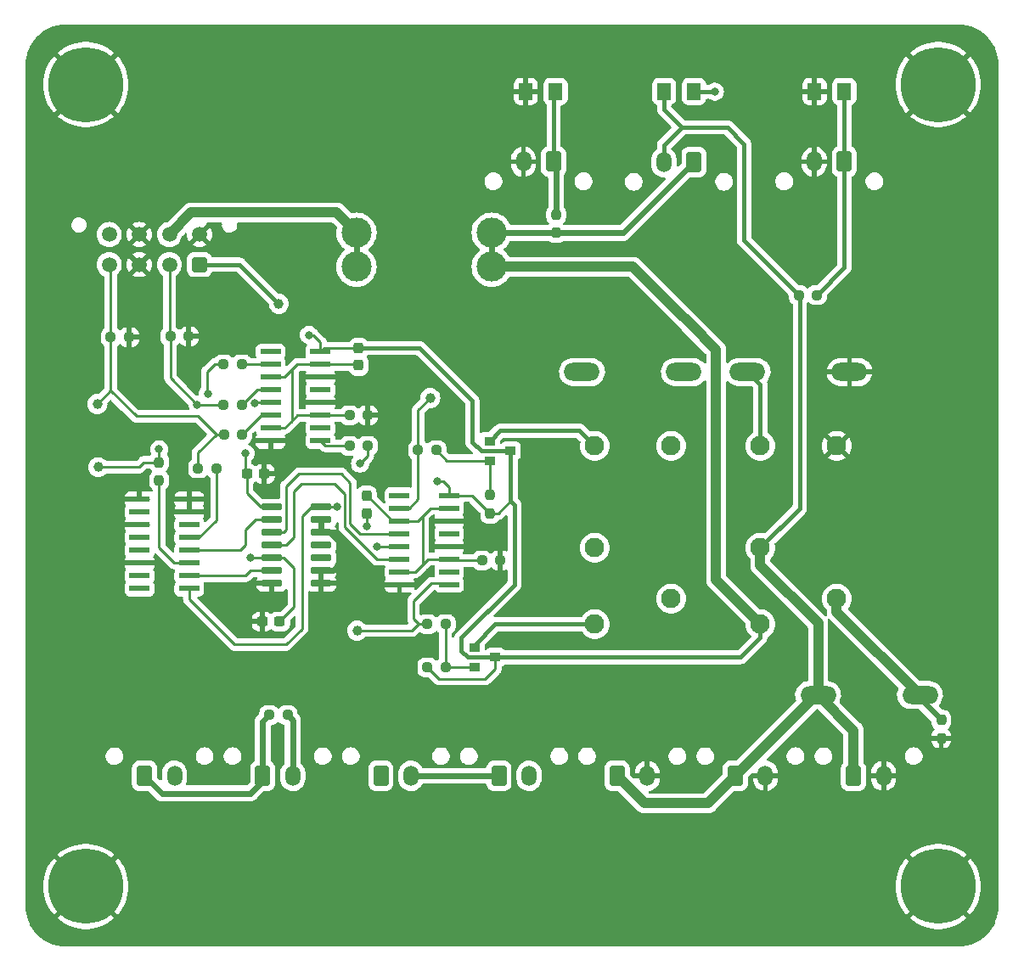
<source format=gbr>
%TF.GenerationSoftware,KiCad,Pcbnew,7.0.7*%
%TF.CreationDate,2023-11-16T19:54:27-05:00*%
%TF.ProjectId,GRC22_ShutdownChargerBoardV1,47524332-325f-4536-9875-74646f776e43,rev?*%
%TF.SameCoordinates,Original*%
%TF.FileFunction,Copper,L1,Top*%
%TF.FilePolarity,Positive*%
%FSLAX46Y46*%
G04 Gerber Fmt 4.6, Leading zero omitted, Abs format (unit mm)*
G04 Created by KiCad (PCBNEW 7.0.7) date 2023-11-16 19:54:27*
%MOMM*%
%LPD*%
G01*
G04 APERTURE LIST*
G04 Aperture macros list*
%AMRoundRect*
0 Rectangle with rounded corners*
0 $1 Rounding radius*
0 $2 $3 $4 $5 $6 $7 $8 $9 X,Y pos of 4 corners*
0 Add a 4 corners polygon primitive as box body*
4,1,4,$2,$3,$4,$5,$6,$7,$8,$9,$2,$3,0*
0 Add four circle primitives for the rounded corners*
1,1,$1+$1,$2,$3*
1,1,$1+$1,$4,$5*
1,1,$1+$1,$6,$7*
1,1,$1+$1,$8,$9*
0 Add four rect primitives between the rounded corners*
20,1,$1+$1,$2,$3,$4,$5,0*
20,1,$1+$1,$4,$5,$6,$7,0*
20,1,$1+$1,$6,$7,$8,$9,0*
20,1,$1+$1,$8,$9,$2,$3,0*%
G04 Aperture macros list end*
%TA.AperFunction,ComponentPad*%
%ADD10RoundRect,0.250001X-0.499999X-0.759999X0.499999X-0.759999X0.499999X0.759999X-0.499999X0.759999X0*%
%TD*%
%TA.AperFunction,ComponentPad*%
%ADD11O,1.500000X2.020000*%
%TD*%
%TA.AperFunction,ComponentPad*%
%ADD12RoundRect,0.250001X0.499999X0.759999X-0.499999X0.759999X-0.499999X-0.759999X0.499999X-0.759999X0*%
%TD*%
%TA.AperFunction,ComponentPad*%
%ADD13C,7.500000*%
%TD*%
%TA.AperFunction,SMDPad,CuDef*%
%ADD14RoundRect,0.237500X-0.237500X0.250000X-0.237500X-0.250000X0.237500X-0.250000X0.237500X0.250000X0*%
%TD*%
%TA.AperFunction,ComponentPad*%
%ADD15O,3.581400X1.790700*%
%TD*%
%TA.AperFunction,SMDPad,CuDef*%
%ADD16RoundRect,0.237500X0.250000X0.237500X-0.250000X0.237500X-0.250000X-0.237500X0.250000X-0.237500X0*%
%TD*%
%TA.AperFunction,SMDPad,CuDef*%
%ADD17RoundRect,0.237500X0.237500X-0.250000X0.237500X0.250000X-0.237500X0.250000X-0.237500X-0.250000X0*%
%TD*%
%TA.AperFunction,SMDPad,CuDef*%
%ADD18RoundRect,0.041300X-0.933700X-0.253700X0.933700X-0.253700X0.933700X0.253700X-0.933700X0.253700X0*%
%TD*%
%TA.AperFunction,SMDPad,CuDef*%
%ADD19RoundRect,0.237500X0.237500X-0.300000X0.237500X0.300000X-0.237500X0.300000X-0.237500X-0.300000X0*%
%TD*%
%TA.AperFunction,SMDPad,CuDef*%
%ADD20RoundRect,0.237500X0.300000X0.237500X-0.300000X0.237500X-0.300000X-0.237500X0.300000X-0.237500X0*%
%TD*%
%TA.AperFunction,SMDPad,CuDef*%
%ADD21RoundRect,0.237500X-0.250000X-0.237500X0.250000X-0.237500X0.250000X0.237500X-0.250000X0.237500X0*%
%TD*%
%TA.AperFunction,SMDPad,CuDef*%
%ADD22RoundRect,0.237500X-0.300000X-0.237500X0.300000X-0.237500X0.300000X0.237500X-0.300000X0.237500X0*%
%TD*%
%TA.AperFunction,SMDPad,CuDef*%
%ADD23C,1.000000*%
%TD*%
%TA.AperFunction,SMDPad,CuDef*%
%ADD24RoundRect,0.237500X-0.237500X0.300000X-0.237500X-0.300000X0.237500X-0.300000X0.237500X0.300000X0*%
%TD*%
%TA.AperFunction,SMDPad,CuDef*%
%ADD25RoundRect,0.250001X-0.462499X-0.624999X0.462499X-0.624999X0.462499X0.624999X-0.462499X0.624999X0*%
%TD*%
%TA.AperFunction,SMDPad,CuDef*%
%ADD26RoundRect,0.042000X-0.943000X-0.258000X0.943000X-0.258000X0.943000X0.258000X-0.943000X0.258000X0*%
%TD*%
%TA.AperFunction,ComponentPad*%
%ADD27C,1.950000*%
%TD*%
%TA.AperFunction,SMDPad,CuDef*%
%ADD28RoundRect,0.041300X0.933700X0.253700X-0.933700X0.253700X-0.933700X-0.253700X0.933700X-0.253700X0*%
%TD*%
%TA.AperFunction,ComponentPad*%
%ADD29C,3.000000*%
%TD*%
%TA.AperFunction,SMDPad,CuDef*%
%ADD30R,1.000000X0.850000*%
%TD*%
%TA.AperFunction,ComponentPad*%
%ADD31RoundRect,0.250001X0.499999X0.499999X-0.499999X0.499999X-0.499999X-0.499999X0.499999X-0.499999X0*%
%TD*%
%TA.AperFunction,ComponentPad*%
%ADD32C,1.500000*%
%TD*%
%TA.AperFunction,ViaPad*%
%ADD33C,0.800000*%
%TD*%
%TA.AperFunction,Conductor*%
%ADD34C,0.250000*%
%TD*%
%TA.AperFunction,Conductor*%
%ADD35C,0.400000*%
%TD*%
%TA.AperFunction,Conductor*%
%ADD36C,0.600000*%
%TD*%
%TA.AperFunction,Conductor*%
%ADD37C,1.000000*%
%TD*%
G04 APERTURE END LIST*
D10*
%TO.P,J6,1,Pin_1*%
%TO.N,E-Stop Rtn*%
X146199999Y-116960000D03*
D11*
%TO.P,J6,2,Pin_2*%
%TO.N,E-Stop Out*%
X149199999Y-116960000D03*
%TD*%
D12*
%TO.P,J11,1,Pin_1*%
%TO.N,+12V*%
X165642000Y-55738000D03*
D11*
%TO.P,J11,2,Pin_2*%
%TO.N,Charger Pwr*%
X162642000Y-55738000D03*
%TD*%
D13*
%TO.P,H4,1,1*%
%TO.N,AMS GND*%
X190000000Y-48000000D03*
%TD*%
D14*
%TO.P,R19,1*%
%TO.N,IMD Error*%
X112300000Y-85675000D03*
%TO.P,R19,2*%
%TO.N,Net-(U1-IN_a)*%
X112300000Y-87500000D03*
%TD*%
D10*
%TO.P,J2,1,Pin_1*%
%TO.N,Charger Pwr*%
X181550000Y-116960000D03*
D11*
%TO.P,J2,2,Pin_2*%
%TO.N,AMS GND*%
X184550000Y-116960000D03*
%TD*%
D15*
%TO.P,D5,1,K*%
%TO.N,Net-(D5-K)*%
X154482000Y-76677000D03*
%TO.P,D5,2,A*%
%TO.N,Chg Saftey*%
X164642000Y-76677000D03*
%TD*%
D16*
%TO.P,R10,1*%
%TO.N,Net-(Q1-G)*%
X139962500Y-84475000D03*
%TO.P,R10,2*%
%TO.N,IMD_Latched*%
X138137500Y-84475000D03*
%TD*%
D17*
%TO.P,R11,1*%
%TO.N,+12V*%
X145304000Y-90797500D03*
%TO.P,R11,2*%
%TO.N,Net-(Q1-G)*%
X145304000Y-88972500D03*
%TD*%
D18*
%TO.P,U4,1,Q3*%
%TO.N,unconnected-(U4-Q3-Pad1)*%
X136276500Y-88996000D03*
%TO.P,U4,2,Q0*%
%TO.N,IMD_Latched*%
X136276500Y-90266000D03*
%TO.P,U4,3,R0*%
%TO.N,Net-(U4-R0)*%
X136276500Y-91536000D03*
%TO.P,U4,4,S0*%
%TO.N,Net-(U3-OUTA)*%
X136276500Y-92806000D03*
%TO.P,U4,5,E*%
%TO.N,+12V*%
X136276500Y-94076000D03*
%TO.P,U4,6,S1*%
%TO.N,Net-(U3-OUTB)*%
X136276500Y-95346000D03*
%TO.P,U4,7,R1*%
%TO.N,Net-(U4-R0)*%
X136276500Y-96616000D03*
%TO.P,U4,8,VSS*%
%TO.N,AMS GND*%
X136276500Y-97886000D03*
%TO.P,U4,9,Q1*%
%TO.N,AMS_Latched*%
X141236500Y-97886000D03*
%TO.P,U4,10,Q2*%
%TO.N,unconnected-(U4-Q2-Pad10)*%
X141236500Y-96616000D03*
%TO.P,U4,11,R2*%
%TO.N,Net-(U4-R0)*%
X141236500Y-95346000D03*
%TO.P,U4,12,S2*%
%TO.N,AMS GND*%
X141236500Y-94076000D03*
%TO.P,U4,13,NC*%
%TO.N,unconnected-(U4-NC-Pad13)*%
X141236500Y-92806000D03*
%TO.P,U4,14,S3*%
%TO.N,AMS GND*%
X141236500Y-91536000D03*
%TO.P,U4,15,R3*%
%TO.N,Net-(U4-R0)*%
X141236500Y-90266000D03*
%TO.P,U4,16,VDD*%
%TO.N,+12V*%
X141236500Y-88996000D03*
%TD*%
D12*
%TO.P,J9,1,Pin_1*%
%TO.N,Net-(D1-A)*%
X151642000Y-55698000D03*
D11*
%TO.P,J9,2,Pin_2*%
%TO.N,AMS GND*%
X148642000Y-55698000D03*
%TD*%
D19*
%TO.P,C2,1*%
%TO.N,+12V*%
X133019000Y-90774000D03*
%TO.P,C2,2*%
%TO.N,Net-(U4-R0)*%
X133019000Y-89049000D03*
%TD*%
D20*
%TO.P,C4,1*%
%TO.N,Net-(U3-IN_1B)*%
X124322500Y-101569000D03*
%TO.P,C4,2*%
%TO.N,AMS GND*%
X122597500Y-101569000D03*
%TD*%
D13*
%TO.P,H3,1,1*%
%TO.N,AMS GND*%
X190000000Y-128000000D03*
%TD*%
D21*
%TO.P,R6,1*%
%TO.N,AMS Saftey*%
X118787500Y-82900000D03*
%TO.P,R6,2*%
%TO.N,Net-(U2-S1)*%
X120612500Y-82900000D03*
%TD*%
D22*
%TO.P,C3,1*%
%TO.N,Net-(U3-IN_1A)*%
X121073500Y-86837000D03*
%TO.P,C3,2*%
%TO.N,AMS GND*%
X122798500Y-86837000D03*
%TD*%
D23*
%TO.P,TP3,1,1*%
%TO.N,IMD_Latched*%
X139350000Y-79275000D03*
%TD*%
D12*
%TO.P,J10,1,Pin_1*%
%TO.N,Net-(D2-A)*%
X180642000Y-55698000D03*
D11*
%TO.P,J10,2,Pin_2*%
%TO.N,AMS GND*%
X177642000Y-55698000D03*
%TD*%
D10*
%TO.P,J7,1,Pin_1*%
%TO.N,CAN +*%
X110850000Y-116960000D03*
D11*
%TO.P,J7,2,Pin_2*%
%TO.N,CAN -*%
X113850000Y-116960000D03*
%TD*%
D18*
%TO.P,U2,1,Q3*%
%TO.N,unconnected-(U2-Q3-Pad1)*%
X123429500Y-74645000D03*
%TO.P,U2,2,Q0*%
%TO.N,Net-(U2-Q0)*%
X123429500Y-75915000D03*
%TO.P,U2,3,R0*%
%TO.N,Net-(U2-R0)*%
X123429500Y-77185000D03*
%TO.P,U2,4,S0*%
%TO.N,Net-(U2-S0)*%
X123429500Y-78455000D03*
%TO.P,U2,5,E*%
%TO.N,+12V*%
X123429500Y-79725000D03*
%TO.P,U2,6,S1*%
%TO.N,Net-(U2-S1)*%
X123429500Y-80995000D03*
%TO.P,U2,7,R1*%
%TO.N,Net-(U2-R0)*%
X123429500Y-82265000D03*
%TO.P,U2,8,VSS*%
%TO.N,AMS GND*%
X123429500Y-83535000D03*
%TO.P,U2,9,Q1*%
%TO.N,Net-(U2-Q1)*%
X128389500Y-83535000D03*
%TO.P,U2,10,Q2*%
%TO.N,unconnected-(U2-Q2-Pad10)*%
X128389500Y-82265000D03*
%TO.P,U2,11,R2*%
%TO.N,Net-(U2-R0)*%
X128389500Y-80995000D03*
%TO.P,U2,12,S2*%
%TO.N,AMS GND*%
X128389500Y-79725000D03*
%TO.P,U2,13,NC*%
%TO.N,unconnected-(U2-NC-Pad13)*%
X128389500Y-78455000D03*
%TO.P,U2,14,S3*%
%TO.N,AMS GND*%
X128389500Y-77185000D03*
%TO.P,U2,15,R3*%
%TO.N,Net-(U2-R0)*%
X128389500Y-75915000D03*
%TO.P,U2,16,VDD*%
%TO.N,+12V*%
X128389500Y-74645000D03*
%TD*%
D21*
%TO.P,R13,1*%
%TO.N,+12V*%
X139057500Y-106141000D03*
%TO.P,R13,2*%
%TO.N,Net-(Q2-G)*%
X140882500Y-106141000D03*
%TD*%
%TO.P,R4,1*%
%TO.N,Net-(U2-R0)*%
X131287000Y-80995000D03*
%TO.P,R4,2*%
%TO.N,AMS GND*%
X133112000Y-80995000D03*
%TD*%
D23*
%TO.P,TP2,1,1*%
%TO.N,AMS Saftey*%
X106150000Y-79875000D03*
%TD*%
%TO.P,TP5,1,1*%
%TO.N,Chg Saftey*%
X124250000Y-69875000D03*
%TD*%
D16*
%TO.P,R23,1*%
%TO.N,AMS GND*%
X109312500Y-73200000D03*
%TO.P,R23,2*%
%TO.N,AMS Saftey*%
X107487500Y-73200000D03*
%TD*%
D24*
%TO.P,C1,1*%
%TO.N,+12V*%
X132199500Y-74290500D03*
%TO.P,C1,2*%
%TO.N,Net-(U2-R0)*%
X132199500Y-76015500D03*
%TD*%
D25*
%TO.P,D1,1,K*%
%TO.N,AMS GND*%
X148867000Y-48698000D03*
%TO.P,D1,2,A*%
%TO.N,Net-(D1-A)*%
X151842000Y-48698000D03*
%TD*%
D26*
%TO.P,U3,1,IN_1A*%
%TO.N,Net-(U3-IN_1A)*%
X123525000Y-90139000D03*
%TO.P,U3,2,IN_2A*%
%TO.N,Net-(U1-OUT_b)*%
X123525000Y-91409000D03*
%TO.P,U3,3,OUTA*%
%TO.N,Net-(U3-OUTA)*%
X123525000Y-92679000D03*
%TO.P,U3,4,OUTB*%
%TO.N,Net-(U3-OUTB)*%
X123525000Y-93949000D03*
%TO.P,U3,5,IN_1B*%
%TO.N,Net-(U3-IN_1B)*%
X123525000Y-95219000D03*
%TO.P,U3,6,IN_2B*%
%TO.N,Net-(U1-OUT_a)*%
X123525000Y-96489000D03*
%TO.P,U3,7,VSS*%
%TO.N,AMS GND*%
X123525000Y-97759000D03*
%TO.P,U3,8,IN_1C*%
X128475000Y-97759000D03*
%TO.P,U3,9,IN_2C*%
X128475000Y-96489000D03*
%TO.P,U3,10,OUTC*%
%TO.N,unconnected-(U3-OUTC-Pad10)*%
X128475000Y-95219000D03*
%TO.P,U3,11,OUTD*%
%TO.N,unconnected-(U3-OUTD-Pad11)*%
X128475000Y-93949000D03*
%TO.P,U3,12,IN_1D*%
%TO.N,AMS GND*%
X128475000Y-92679000D03*
%TO.P,U3,13,IN_2D*%
X128475000Y-91409000D03*
%TO.P,U3,14,VDD*%
%TO.N,+12V*%
X128475000Y-90139000D03*
%TD*%
D10*
%TO.P,J3,1,Pin_1*%
%TO.N,Charger Pwr*%
X169766665Y-116960000D03*
D11*
%TO.P,J3,2,Pin_2*%
%TO.N,AMS GND*%
X172766665Y-116960000D03*
%TD*%
D23*
%TO.P,TP1,1,1*%
%TO.N,IMD Error*%
X106250000Y-86175000D03*
%TD*%
D27*
%TO.P,K2,1*%
%TO.N,Interlock Rtn*%
X172262000Y-84043000D03*
%TO.P,K2,2*%
%TO.N,AMS GND*%
X179882000Y-84043000D03*
%TO.P,K2,3*%
%TO.N,Charger Pwr*%
X172262000Y-94203000D03*
%TO.P,K2,4*%
%TO.N,Net-(D4-A)*%
X179882000Y-99283000D03*
%TO.P,K2,5*%
%TO.N,+12V*%
X172262000Y-101823000D03*
%TD*%
D21*
%TO.P,R5,1*%
%TO.N,AMS Saftey*%
X116200000Y-86300000D03*
%TO.P,R5,2*%
%TO.N,Net-(U1-IN_b)*%
X118025000Y-86300000D03*
%TD*%
D25*
%TO.P,D3,1,K*%
%TO.N,Charger Pwr*%
X162667000Y-48698000D03*
%TO.P,D3,2,A*%
%TO.N,+12V*%
X165642000Y-48698000D03*
%TD*%
D16*
%TO.P,R22,1*%
%TO.N,AMS GND*%
X115262500Y-73121000D03*
%TO.P,R22,2*%
%TO.N,IMD Error*%
X113437500Y-73121000D03*
%TD*%
D28*
%TO.P,U1,1,VDD*%
%TO.N,+12V*%
X115315500Y-98267000D03*
%TO.P,U1,2,OUT_a*%
%TO.N,Net-(U1-OUT_a)*%
X115315500Y-96997000D03*
%TO.P,U1,3,IN_a*%
%TO.N,Net-(U1-IN_a)*%
X115315500Y-95727000D03*
%TO.P,U1,4,OUT_b*%
%TO.N,Net-(U1-OUT_b)*%
X115315500Y-94457000D03*
%TO.P,U1,5,IN_b*%
%TO.N,Net-(U1-IN_b)*%
X115315500Y-93187000D03*
%TO.P,U1,6,OUT_c*%
%TO.N,unconnected-(U1-OUT_c-Pad6)*%
X115315500Y-91917000D03*
%TO.P,U1,7,IN_c*%
%TO.N,AMS GND*%
X115315500Y-90647000D03*
%TO.P,U1,8,VSS*%
X115315500Y-89377000D03*
%TO.P,U1,9,IN_d*%
X110355500Y-89377000D03*
%TO.P,U1,10,OUT_d*%
%TO.N,unconnected-(U1-OUT_d-Pad10)*%
X110355500Y-90647000D03*
%TO.P,U1,11,IN_e*%
%TO.N,AMS GND*%
X110355500Y-91917000D03*
%TO.P,U1,12,OUT_e*%
%TO.N,unconnected-(U1-OUT_e-Pad12)*%
X110355500Y-93187000D03*
%TO.P,U1,13,NC*%
%TO.N,unconnected-(U1-NC-Pad13)*%
X110355500Y-94457000D03*
%TO.P,U1,14,IN_f*%
%TO.N,AMS GND*%
X110355500Y-95727000D03*
%TO.P,U1,15,OUT_f*%
%TO.N,unconnected-(U1-OUT_f-Pad15)*%
X110355500Y-96997000D03*
%TO.P,U1,16,NC*%
%TO.N,unconnected-(U1-NC-Pad16)*%
X110355500Y-98267000D03*
%TD*%
D27*
%TO.P,K1,1*%
%TO.N,Net-(D5-K)*%
X155752000Y-84043000D03*
%TO.P,K1,2*%
%TO.N,Chg Saftey*%
X163372000Y-84043000D03*
%TO.P,K1,3*%
%TO.N,E-Stop Out*%
X155752000Y-94203000D03*
%TO.P,K1,4*%
%TO.N,unconnected-(K1-Pad4)*%
X163372000Y-99283000D03*
%TO.P,K1,5*%
%TO.N,Net-(Q2-D)*%
X155752000Y-101823000D03*
%TD*%
D16*
%TO.P,R17,1*%
%TO.N,Net-(U2-Q0)*%
X120562500Y-75915000D03*
%TO.P,R17,2*%
%TO.N,Net-(U3-IN_1A)*%
X118737500Y-75915000D03*
%TD*%
D23*
%TO.P,TP4,1,1*%
%TO.N,AMS_Latched*%
X132050000Y-102475000D03*
%TD*%
D15*
%TO.P,D4,1,K*%
%TO.N,Charger Pwr*%
X178020000Y-108900000D03*
%TO.P,D4,2,A*%
%TO.N,Net-(D4-A)*%
X188180000Y-108900000D03*
%TD*%
D25*
%TO.P,D2,1,K*%
%TO.N,AMS GND*%
X177667000Y-48698000D03*
%TO.P,D2,2,A*%
%TO.N,Net-(D2-A)*%
X180642000Y-48698000D03*
%TD*%
D14*
%TO.P,R3,1*%
%TO.N,Net-(D4-A)*%
X190300000Y-111387500D03*
%TO.P,R3,2*%
%TO.N,AMS GND*%
X190300000Y-113212500D03*
%TD*%
D10*
%TO.P,J4,1,Pin_1*%
%TO.N,Charger Pwr*%
X157983332Y-116960000D03*
D11*
%TO.P,J4,2,Pin_2*%
%TO.N,AMS GND*%
X160983332Y-116960000D03*
%TD*%
D10*
%TO.P,J5,1,Pin_1*%
%TO.N,Interlock Rtn*%
X134416666Y-116960000D03*
D11*
%TO.P,J5,2,Pin_2*%
%TO.N,E-Stop Rtn*%
X137416666Y-116960000D03*
%TD*%
D21*
%TO.P,R15,1*%
%TO.N,IMD Error*%
X118737500Y-79979000D03*
%TO.P,R15,2*%
%TO.N,Net-(U2-S0)*%
X120562500Y-79979000D03*
%TD*%
D16*
%TO.P,R14,1*%
%TO.N,CAN -*%
X125112500Y-110900000D03*
%TO.P,R14,2*%
%TO.N,CAN +*%
X123287500Y-110900000D03*
%TD*%
D29*
%TO.P,F2,1*%
%TO.N,GLV +*%
X131999000Y-62785000D03*
X131999000Y-66185000D03*
%TO.P,F2,2*%
%TO.N,+12V*%
X145469000Y-62785000D03*
X145469000Y-66185000D03*
%TD*%
D21*
%TO.P,R18,1*%
%TO.N,Net-(U2-Q1)*%
X131287000Y-84043000D03*
%TO.P,R18,2*%
%TO.N,Net-(U3-IN_1B)*%
X133112000Y-84043000D03*
%TD*%
%TO.P,R2,1*%
%TO.N,Charger Pwr*%
X176075000Y-69000000D03*
%TO.P,R2,2*%
%TO.N,Net-(D2-A)*%
X177900000Y-69000000D03*
%TD*%
D30*
%TO.P,Q1,1,D*%
%TO.N,Net-(D5-K)*%
X145270000Y-83571000D03*
%TO.P,Q1,2,G*%
%TO.N,Net-(Q1-G)*%
X145270000Y-85531000D03*
%TO.P,Q1,3,S*%
%TO.N,+12V*%
X147370000Y-84551000D03*
%TD*%
D10*
%TO.P,J8,1,Pin_1*%
%TO.N,CAN +*%
X122633333Y-116960000D03*
D11*
%TO.P,J8,2,Pin_2*%
%TO.N,CAN -*%
X125633333Y-116960000D03*
%TD*%
D21*
%TO.P,R16,1*%
%TO.N,Net-(U4-R0)*%
X144495000Y-95473000D03*
%TO.P,R16,2*%
%TO.N,AMS GND*%
X146320000Y-95473000D03*
%TD*%
D15*
%TO.P,D6,1,K*%
%TO.N,Interlock Rtn*%
X170992000Y-76677000D03*
%TO.P,D6,2,A*%
%TO.N,AMS GND*%
X181152000Y-76677000D03*
%TD*%
D13*
%TO.P,H2,1,1*%
%TO.N,AMS GND*%
X105000000Y-128000000D03*
%TD*%
D17*
%TO.P,R1,1*%
%TO.N,+12V*%
X151900000Y-62812500D03*
%TO.P,R1,2*%
%TO.N,Net-(D1-A)*%
X151900000Y-60987500D03*
%TD*%
D31*
%TO.P,J1,1,Pin_1*%
%TO.N,Chg Saftey*%
X116335000Y-65961000D03*
D32*
%TO.P,J1,2,Pin_2*%
%TO.N,IMD Error*%
X113335000Y-65961000D03*
%TO.P,J1,3,Pin_3*%
%TO.N,AMS GND*%
X110335000Y-65961000D03*
%TO.P,J1,4,Pin_4*%
%TO.N,AMS Saftey*%
X107335000Y-65961000D03*
%TO.P,J1,5,Pin_5*%
%TO.N,AMS GND*%
X116335000Y-62961000D03*
%TO.P,J1,6,Pin_6*%
%TO.N,GLV +*%
X113335000Y-62961000D03*
%TO.P,J1,7,Pin_7*%
%TO.N,AMS GND*%
X110335000Y-62961000D03*
%TO.P,J1,8,Pin_8*%
%TO.N,unconnected-(J1-Pin_8-Pad8)*%
X107335000Y-62961000D03*
%TD*%
D30*
%TO.P,Q2,1,D*%
%TO.N,Net-(Q2-D)*%
X143746000Y-104145000D03*
%TO.P,Q2,2,G*%
%TO.N,Net-(Q2-G)*%
X143746000Y-106105000D03*
%TO.P,Q2,3,S*%
%TO.N,+12V*%
X145846000Y-105125000D03*
%TD*%
D13*
%TO.P,H1,1,1*%
%TO.N,AMS GND*%
X105000000Y-48000000D03*
%TD*%
D16*
%TO.P,R12,1*%
%TO.N,Net-(Q2-G)*%
X140882500Y-101823000D03*
%TO.P,R12,2*%
%TO.N,AMS_Latched*%
X139057500Y-101823000D03*
%TD*%
D33*
%TO.N,+12V*%
X140050000Y-87575000D03*
X130098000Y-90139000D03*
X134035000Y-94076000D03*
X127250000Y-72975000D03*
X121850000Y-79775000D03*
X167727000Y-48720000D03*
X133019000Y-92044000D03*
%TO.N,Net-(U3-IN_1A)*%
X120920000Y-84805000D03*
X117150000Y-78875000D03*
%TO.N,Net-(U3-IN_1B)*%
X121428000Y-95219000D03*
X132350000Y-85821000D03*
%TO.N,IMD Error*%
X116128000Y-79979000D03*
X112300000Y-84400000D03*
%TO.N,AMS GND*%
X119650000Y-98575000D03*
X124350000Y-85275000D03*
X119650000Y-101275000D03*
X135700000Y-78300000D03*
X145050000Y-92875000D03*
X128050000Y-85275000D03*
X132250000Y-78275000D03*
%TD*%
D34*
%TO.N,+12V*%
X141250000Y-88175000D02*
X141250000Y-88275000D01*
X126550000Y-102275000D02*
X124950000Y-103875000D01*
D35*
X147370000Y-84551000D02*
X144426000Y-84551000D01*
D34*
X127650000Y-72975000D02*
X128389500Y-73714500D01*
D36*
X145469000Y-66185000D02*
X145469000Y-62785000D01*
D34*
X128389500Y-73714500D02*
X128389500Y-74645000D01*
D35*
X172262000Y-103163000D02*
X170300000Y-105125000D01*
D34*
X123429500Y-79725000D02*
X121900000Y-79725000D01*
D35*
X170300000Y-105125000D02*
X145846000Y-105125000D01*
X172262000Y-101823000D02*
X172262000Y-103163000D01*
D34*
X141236500Y-88288500D02*
X141236500Y-88996000D01*
X140200500Y-107284000D02*
X144830000Y-107284000D01*
X133019000Y-92044000D02*
X133019000Y-90774000D01*
X143502500Y-88996000D02*
X145304000Y-90797500D01*
D35*
X144426000Y-84551000D02*
X143550000Y-83675000D01*
X138265500Y-74290500D02*
X132199500Y-74290500D01*
D36*
X158567500Y-62812500D02*
X165642000Y-55738000D01*
D34*
X127490000Y-90139000D02*
X126550000Y-91079000D01*
X127250000Y-72975000D02*
X127650000Y-72975000D01*
X128475000Y-90139000D02*
X130098000Y-90139000D01*
D37*
X165237500Y-71862500D02*
X167850000Y-74475000D01*
D34*
X140050000Y-87575000D02*
X140650000Y-87575000D01*
D37*
X145469000Y-66185000D02*
X158200000Y-66185000D01*
D35*
X165664000Y-48720000D02*
X165642000Y-48698000D01*
D34*
X121900000Y-79725000D02*
X121850000Y-79775000D01*
D37*
X158200000Y-66185000D02*
X159560000Y-66185000D01*
D35*
X167727000Y-48720000D02*
X165664000Y-48720000D01*
X143100000Y-105125000D02*
X142450000Y-104475000D01*
X145846000Y-105125000D02*
X143100000Y-105125000D01*
D34*
X144830000Y-107284000D02*
X145846000Y-106268000D01*
D37*
X167850000Y-97411000D02*
X172262000Y-101823000D01*
D36*
X145469000Y-62785000D02*
X151872500Y-62785000D01*
D35*
X165642000Y-55738000D02*
X165822000Y-55918000D01*
D34*
X141250000Y-88275000D02*
X141236500Y-88288500D01*
X128744000Y-74290500D02*
X128389500Y-74645000D01*
D35*
X142450000Y-103175000D02*
X147750000Y-97875000D01*
D36*
X151872500Y-62785000D02*
X151900000Y-62812500D01*
D34*
X145304000Y-90797500D02*
X146127500Y-90797500D01*
X146127500Y-90797500D02*
X147370000Y-89555000D01*
D37*
X162300000Y-68925000D02*
X164000000Y-70625000D01*
D34*
X128475000Y-90139000D02*
X127490000Y-90139000D01*
X133019000Y-90774000D02*
X132638000Y-90774000D01*
X145846000Y-106268000D02*
X145846000Y-105125000D01*
D35*
X143550000Y-83675000D02*
X143550000Y-79575000D01*
D34*
X132199500Y-74290500D02*
X128744000Y-74290500D01*
X139057500Y-106141000D02*
X140200500Y-107284000D01*
X126550000Y-91079000D02*
X126550000Y-102275000D01*
D35*
X143550000Y-79575000D02*
X138265500Y-74290500D01*
D34*
X136276500Y-94076000D02*
X134035000Y-94076000D01*
D37*
X164000000Y-70625000D02*
X165237500Y-71862500D01*
X159560000Y-66185000D02*
X162300000Y-68925000D01*
D35*
X147750000Y-97875000D02*
X147750000Y-89935000D01*
D36*
X151900000Y-62812500D02*
X158567500Y-62812500D01*
D35*
X142450000Y-104475000D02*
X142450000Y-103175000D01*
D34*
X119850000Y-103875000D02*
X115315500Y-99340500D01*
X140650000Y-87575000D02*
X141250000Y-88175000D01*
X141236500Y-88996000D02*
X143502500Y-88996000D01*
D37*
X167850000Y-74475000D02*
X167850000Y-97411000D01*
D34*
X115315500Y-99340500D02*
X115315500Y-98267000D01*
D35*
X147370000Y-84551000D02*
X147370000Y-89555000D01*
D34*
X124950000Y-103875000D02*
X119850000Y-103875000D01*
D35*
X147750000Y-89935000D02*
X147370000Y-89555000D01*
D34*
%TO.N,Net-(U2-R0)*%
X125595500Y-76423000D02*
X126103500Y-75915000D01*
X128389500Y-80995000D02*
X131287000Y-80995000D01*
X125468500Y-81630000D02*
X126103500Y-80995000D01*
X124833500Y-82265000D02*
X125468500Y-81630000D01*
X126103500Y-75915000D02*
X128389500Y-75915000D01*
X126103500Y-80995000D02*
X128389500Y-80995000D01*
X123429500Y-82265000D02*
X124833500Y-82265000D01*
X125595500Y-81503000D02*
X125468500Y-81630000D01*
X128389500Y-75915000D02*
X132099000Y-75915000D01*
X124833500Y-77185000D02*
X125595500Y-76423000D01*
X132099000Y-75915000D02*
X132199500Y-76015500D01*
X123429500Y-77185000D02*
X124833500Y-77185000D01*
X125595500Y-76423000D02*
X125595500Y-81503000D01*
%TO.N,Net-(U4-R0)*%
X136276500Y-91536000D02*
X138065000Y-91536000D01*
X144495000Y-95473000D02*
X141363500Y-95473000D01*
X135559000Y-91536000D02*
X133072000Y-89049000D01*
X139335000Y-90266000D02*
X141236500Y-90266000D01*
X138065000Y-91536000D02*
X138573000Y-91028000D01*
X138573000Y-95854000D02*
X139081000Y-95346000D01*
X136276500Y-96616000D02*
X137811000Y-96616000D01*
X138573000Y-91028000D02*
X138573000Y-95854000D01*
X137811000Y-96616000D02*
X138573000Y-95854000D01*
X136149500Y-91409000D02*
X136276500Y-91536000D01*
X138573000Y-91028000D02*
X139335000Y-90266000D01*
X141363500Y-95473000D02*
X141236500Y-95346000D01*
X136276500Y-91536000D02*
X135559000Y-91536000D01*
X139081000Y-95346000D02*
X141236500Y-95346000D01*
X133072000Y-89049000D02*
X133019000Y-89049000D01*
%TO.N,Net-(U3-IN_1A)*%
X118737500Y-75915000D02*
X117872000Y-75915000D01*
X120920000Y-86683500D02*
X121073500Y-86837000D01*
X122444000Y-90139000D02*
X123525000Y-90139000D01*
X120920000Y-84805000D02*
X120920000Y-86683500D01*
X117110000Y-76677000D02*
X117110000Y-78835000D01*
X121073500Y-86837000D02*
X121073500Y-88768500D01*
X121073500Y-88768500D02*
X122444000Y-90139000D01*
X117110000Y-78835000D02*
X117150000Y-78875000D01*
X117872000Y-75915000D02*
X117110000Y-76677000D01*
%TO.N,Net-(U3-IN_1B)*%
X124730000Y-95219000D02*
X125746000Y-96235000D01*
X132350000Y-85821000D02*
X133112000Y-85059000D01*
X133112000Y-85059000D02*
X133112000Y-84043000D01*
X123525000Y-95219000D02*
X121428000Y-95219000D01*
X123525000Y-95219000D02*
X124730000Y-95219000D01*
X125746000Y-100145500D02*
X124322500Y-101569000D01*
X125746000Y-96235000D02*
X125746000Y-100145500D01*
D36*
%TO.N,Net-(D1-A)*%
X151900000Y-60987500D02*
X151900000Y-55956000D01*
D35*
X151642000Y-55698000D02*
X151642000Y-48898000D01*
X151642000Y-48898000D02*
X151842000Y-48698000D01*
D36*
X151900000Y-55956000D02*
X151642000Y-55698000D01*
D35*
%TO.N,Net-(D2-A)*%
X180642000Y-55698000D02*
X180642000Y-66258000D01*
X180642000Y-55698000D02*
X180642000Y-48698000D01*
X180642000Y-66258000D02*
X177900000Y-69000000D01*
%TO.N,Charger Pwr*%
X176075000Y-69000000D02*
X176200000Y-69125000D01*
D37*
X178020000Y-101745000D02*
X178020000Y-108900000D01*
X172262000Y-94203000D02*
X172262000Y-95987000D01*
D35*
X168997000Y-52276000D02*
X164425000Y-52276000D01*
X164425000Y-52276000D02*
X162642000Y-54059000D01*
D37*
X169766665Y-116960000D02*
X167026665Y-119700000D01*
X178020000Y-108900000D02*
X181550000Y-112430000D01*
D35*
X162642000Y-54059000D02*
X162642000Y-55738000D01*
D37*
X181550000Y-112430000D02*
X181550000Y-116960000D01*
X167026665Y-119700000D02*
X160723332Y-119700000D01*
X178020000Y-108900000D02*
X177826665Y-108900000D01*
D35*
X162667000Y-50518000D02*
X162667000Y-48698000D01*
D37*
X177826665Y-108900000D02*
X169766665Y-116960000D01*
X172262000Y-95987000D02*
X178020000Y-101745000D01*
D35*
X164425000Y-52276000D02*
X162667000Y-50518000D01*
X170648000Y-53927000D02*
X168997000Y-52276000D01*
X170648000Y-63573000D02*
X170648000Y-53927000D01*
X176075000Y-69000000D02*
X170648000Y-63573000D01*
X176200000Y-69125000D02*
X176200000Y-90265000D01*
X176200000Y-90265000D02*
X172262000Y-94203000D01*
D37*
X160723332Y-119700000D02*
X157983332Y-116960000D01*
D36*
%TO.N,Net-(D4-A)*%
X188180000Y-108900000D02*
X188180000Y-109267500D01*
D37*
X179882000Y-100602000D02*
X188180000Y-108900000D01*
X179882000Y-99283000D02*
X179882000Y-100602000D01*
D35*
X190300000Y-111387500D02*
X190300000Y-111020000D01*
D36*
X188180000Y-109267500D02*
X190300000Y-111387500D01*
D35*
%TO.N,Net-(D5-K)*%
X146322000Y-82519000D02*
X154228000Y-82519000D01*
X154228000Y-82519000D02*
X155752000Y-84043000D01*
X145270000Y-83571000D02*
X146322000Y-82519000D01*
%TO.N,Chg Saftey*%
X120336000Y-65961000D02*
X124250000Y-69875000D01*
X116335000Y-65961000D02*
X120336000Y-65961000D01*
%TO.N,Interlock Rtn*%
X172262000Y-84043000D02*
X172262000Y-77947000D01*
X172262000Y-77947000D02*
X170992000Y-76677000D01*
D37*
%TO.N,GLV +*%
X113335000Y-62961000D02*
X115525000Y-60771000D01*
D36*
X131999000Y-66185000D02*
X131999000Y-62785000D01*
D37*
X129985000Y-60771000D02*
X131999000Y-62785000D01*
X115525000Y-60771000D02*
X129985000Y-60771000D01*
D34*
%TO.N,IMD Error*%
X110789500Y-85675000D02*
X112300000Y-85675000D01*
X112300000Y-84400000D02*
X112300000Y-85675000D01*
X113437500Y-73121000D02*
X113437500Y-77288500D01*
X106250000Y-86175000D02*
X110289500Y-86175000D01*
X110289500Y-86175000D02*
X110789500Y-85675000D01*
X113437500Y-77288500D02*
X116128000Y-79979000D01*
X113335000Y-65961000D02*
X113335000Y-73120000D01*
X113335000Y-73120000D02*
X113334000Y-73121000D01*
X116128000Y-79979000D02*
X118737500Y-79979000D01*
%TO.N,AMS Saftey*%
X107487500Y-73200000D02*
X107487500Y-66113500D01*
X116200000Y-84700000D02*
X116200000Y-86300000D01*
X107482000Y-78543000D02*
X110039000Y-81100000D01*
X118787500Y-82900000D02*
X118000000Y-82900000D01*
X116200000Y-81100000D02*
X118000000Y-82900000D01*
X107487500Y-78537500D02*
X107482000Y-78543000D01*
X118000000Y-82900000D02*
X116200000Y-84700000D01*
X107482000Y-78543000D02*
X106150000Y-79875000D01*
X110039000Y-81100000D02*
X116200000Y-81100000D01*
X107487500Y-66113500D02*
X107335000Y-65961000D01*
X107487500Y-73200000D02*
X107487500Y-78537500D01*
D36*
%TO.N,AMS GND*%
X129354000Y-92679000D02*
X130350000Y-93675000D01*
X129636000Y-96489000D02*
X128475000Y-96489000D01*
D34*
X111268000Y-91917000D02*
X110355500Y-91917000D01*
D36*
X130350000Y-95575000D02*
X130450000Y-95675000D01*
X128475000Y-91409000D02*
X128475000Y-92679000D01*
X130450000Y-95675000D02*
X129636000Y-96489000D01*
X130350000Y-93675000D02*
X130350000Y-95575000D01*
D34*
X110355500Y-91917000D02*
X111014000Y-91917000D01*
D36*
X128475000Y-92679000D02*
X129354000Y-92679000D01*
D34*
X111268000Y-95727000D02*
X110355500Y-95727000D01*
X110355500Y-89377000D02*
X111268000Y-89377000D01*
%TO.N,Net-(U1-IN_a)*%
X115315500Y-95727000D02*
X113842000Y-95727000D01*
X113842000Y-95727000D02*
X112300000Y-94185000D01*
X112300000Y-94185000D02*
X112300000Y-87500000D01*
D36*
%TO.N,E-Stop Rtn*%
X146199999Y-116960000D02*
X137416666Y-116960000D01*
%TO.N,CAN +*%
X122633333Y-116960000D02*
X122633333Y-117466667D01*
X122633333Y-111554167D02*
X123287500Y-110900000D01*
X112590000Y-118700000D02*
X110850000Y-116960000D01*
X121400000Y-118700000D02*
X112590000Y-118700000D01*
X122633333Y-117466667D02*
X121400000Y-118700000D01*
X122633333Y-116960000D02*
X122633333Y-111554167D01*
%TO.N,CAN -*%
X125633333Y-111420833D02*
X125112500Y-110900000D01*
X125633333Y-116960000D02*
X125633333Y-111420833D01*
D35*
%TO.N,Net-(Q2-D)*%
X145846000Y-101823000D02*
X155752000Y-101823000D01*
X143746000Y-103923000D02*
X145846000Y-101823000D01*
X143746000Y-104145000D02*
X143746000Y-103923000D01*
D34*
%TO.N,Net-(Q1-G)*%
X145270000Y-85531000D02*
X141018500Y-85531000D01*
X145270000Y-85531000D02*
X145270000Y-88938500D01*
X141018500Y-85531000D02*
X139962500Y-84475000D01*
X145270000Y-88938500D02*
X145304000Y-88972500D01*
%TO.N,Net-(Q2-G)*%
X141136500Y-106141000D02*
X141172500Y-106105000D01*
X140882500Y-101823000D02*
X140882500Y-106141000D01*
X141172500Y-106105000D02*
X143746000Y-106105000D01*
%TO.N,IMD_Latched*%
X136276500Y-90266000D02*
X137259000Y-90266000D01*
X138137500Y-80487500D02*
X138137500Y-84475000D01*
X138137500Y-89387500D02*
X138137500Y-84475000D01*
X137259000Y-90266000D02*
X138137500Y-89387500D01*
X139350000Y-79275000D02*
X138137500Y-80487500D01*
%TO.N,AMS_Latched*%
X139462000Y-97759000D02*
X137684000Y-99537000D01*
X137684000Y-101315000D02*
X138192000Y-101823000D01*
X141109500Y-97759000D02*
X139462000Y-97759000D01*
X141236500Y-97886000D02*
X141109500Y-97759000D01*
X132050000Y-102475000D02*
X137540000Y-102475000D01*
X138192000Y-101823000D02*
X139057500Y-101823000D01*
X137684000Y-99537000D02*
X137684000Y-101315000D01*
X137540000Y-102475000D02*
X138192000Y-101823000D01*
%TO.N,Net-(U2-S0)*%
X120562500Y-79979000D02*
X122086500Y-78455000D01*
X122086500Y-78455000D02*
X123429500Y-78455000D01*
%TO.N,Net-(U2-Q0)*%
X123429500Y-75915000D02*
X120562500Y-75915000D01*
%TO.N,Net-(U2-Q1)*%
X128897500Y-84043000D02*
X131287000Y-84043000D01*
X128389500Y-83535000D02*
X128897500Y-84043000D01*
%TO.N,Net-(U1-OUT_a)*%
X115315500Y-96997000D02*
X120920000Y-96997000D01*
X120920000Y-96997000D02*
X121428000Y-96489000D01*
X121428000Y-96489000D02*
X123525000Y-96489000D01*
%TO.N,Net-(U1-OUT_b)*%
X120920000Y-92425000D02*
X121936000Y-91409000D01*
X120412000Y-94457000D02*
X120920000Y-93949000D01*
X120920000Y-93949000D02*
X120920000Y-92425000D01*
X115315500Y-94457000D02*
X120412000Y-94457000D01*
X121936000Y-91409000D02*
X123525000Y-91409000D01*
%TO.N,Net-(U3-OUTA)*%
X131368000Y-87726000D02*
X130479000Y-86837000D01*
X136276500Y-92806000D02*
X132384000Y-92806000D01*
X130479000Y-86837000D02*
X126254000Y-86837000D01*
X124730000Y-92679000D02*
X123525000Y-92679000D01*
X131368000Y-91790000D02*
X131368000Y-87726000D01*
X126254000Y-86837000D02*
X124984000Y-88107000D01*
X124984000Y-88107000D02*
X124984000Y-92425000D01*
X124984000Y-92425000D02*
X124730000Y-92679000D01*
X132384000Y-92806000D02*
X131368000Y-91790000D01*
%TO.N,Net-(U3-OUTB)*%
X126508000Y-87853000D02*
X129810000Y-87853000D01*
X130826000Y-92171000D02*
X134001000Y-95346000D01*
X125746000Y-93187000D02*
X125746000Y-88615000D01*
X125746000Y-88615000D02*
X126508000Y-87853000D01*
X123525000Y-93949000D02*
X124984000Y-93949000D01*
X134001000Y-95346000D02*
X136276500Y-95346000D01*
X129810000Y-87853000D02*
X130826000Y-88869000D01*
X130826000Y-88869000D02*
X130826000Y-92171000D01*
X124984000Y-93949000D02*
X125746000Y-93187000D01*
%TO.N,Net-(U1-IN_b)*%
X118025000Y-86300000D02*
X118025000Y-91452500D01*
X116290500Y-93187000D02*
X115315500Y-93187000D01*
X118025000Y-91452500D02*
X116290500Y-93187000D01*
%TO.N,Net-(U2-S1)*%
X122517500Y-80995000D02*
X123429500Y-80995000D01*
X120612500Y-82900000D02*
X122517500Y-80995000D01*
%TD*%
%TA.AperFunction,Conductor*%
%TO.N,AMS GND*%
G36*
X122036641Y-97134185D02*
G01*
X122082396Y-97186989D01*
X122092340Y-97256147D01*
X122084957Y-97283990D01*
X122050459Y-97371468D01*
X122050459Y-97371469D01*
X122040000Y-97458565D01*
X122040000Y-97509000D01*
X123651000Y-97509000D01*
X123718039Y-97528685D01*
X123763794Y-97581489D01*
X123775000Y-97633000D01*
X123775000Y-98559000D01*
X124510434Y-98559000D01*
X124597530Y-98548540D01*
X124597531Y-98548540D01*
X124736139Y-98493880D01*
X124854855Y-98403855D01*
X124897696Y-98347361D01*
X124953888Y-98305838D01*
X125023610Y-98301286D01*
X125084724Y-98335151D01*
X125117827Y-98396680D01*
X125120500Y-98422286D01*
X125120500Y-99835046D01*
X125100815Y-99902085D01*
X125084181Y-99922727D01*
X124449727Y-100557181D01*
X124388404Y-100590666D01*
X124362046Y-100593500D01*
X123973330Y-100593500D01*
X123973312Y-100593501D01*
X123872247Y-100603825D01*
X123708484Y-100658092D01*
X123708481Y-100658093D01*
X123561648Y-100748661D01*
X123547325Y-100762984D01*
X123486001Y-100796468D01*
X123416309Y-100791482D01*
X123371965Y-100762982D01*
X123358038Y-100749055D01*
X123358034Y-100749052D01*
X123211311Y-100658551D01*
X123211300Y-100658546D01*
X123047652Y-100604319D01*
X122946654Y-100594000D01*
X122847500Y-100594000D01*
X122847500Y-102543999D01*
X122946640Y-102543999D01*
X122946654Y-102543998D01*
X123047652Y-102533680D01*
X123211300Y-102479453D01*
X123211311Y-102479448D01*
X123358035Y-102388947D01*
X123371960Y-102375021D01*
X123433282Y-102341533D01*
X123502973Y-102346514D01*
X123547327Y-102375016D01*
X123561650Y-102389340D01*
X123708484Y-102479908D01*
X123872247Y-102534174D01*
X123973323Y-102544500D01*
X124671676Y-102544499D01*
X124671684Y-102544498D01*
X124671687Y-102544498D01*
X124727030Y-102538844D01*
X124772753Y-102534174D01*
X124936516Y-102479908D01*
X125083350Y-102389340D01*
X125205340Y-102267350D01*
X125295908Y-102120516D01*
X125350174Y-101956753D01*
X125360500Y-101855677D01*
X125360499Y-101466951D01*
X125380183Y-101399913D01*
X125396813Y-101379276D01*
X125712820Y-101063269D01*
X125774141Y-101029786D01*
X125843833Y-101034770D01*
X125899766Y-101076642D01*
X125924183Y-101142106D01*
X125924499Y-101150952D01*
X125924500Y-101964547D01*
X125904816Y-102031586D01*
X125888181Y-102052228D01*
X124727228Y-103213181D01*
X124665905Y-103246666D01*
X124639547Y-103249500D01*
X120160453Y-103249500D01*
X120093414Y-103229815D01*
X120072772Y-103213181D01*
X118678591Y-101819000D01*
X121560001Y-101819000D01*
X121560001Y-101855654D01*
X121570319Y-101956652D01*
X121624546Y-102120300D01*
X121624551Y-102120311D01*
X121715052Y-102267034D01*
X121715055Y-102267038D01*
X121836961Y-102388944D01*
X121836965Y-102388947D01*
X121983688Y-102479448D01*
X121983699Y-102479453D01*
X122147347Y-102533680D01*
X122248351Y-102543999D01*
X122347500Y-102543998D01*
X122347500Y-101819000D01*
X121560001Y-101819000D01*
X118678591Y-101819000D01*
X118178591Y-101319000D01*
X121560000Y-101319000D01*
X122347500Y-101319000D01*
X122347500Y-100593999D01*
X122248360Y-100594000D01*
X122248344Y-100594001D01*
X122147347Y-100604319D01*
X121983699Y-100658546D01*
X121983688Y-100658551D01*
X121836965Y-100749052D01*
X121836961Y-100749055D01*
X121715055Y-100870961D01*
X121715052Y-100870965D01*
X121624551Y-101017688D01*
X121624546Y-101017699D01*
X121570319Y-101181347D01*
X121560000Y-101282345D01*
X121560000Y-101319000D01*
X118178591Y-101319000D01*
X116133772Y-99274181D01*
X116100287Y-99212858D01*
X116105271Y-99143166D01*
X116147143Y-99087233D01*
X116212607Y-99062816D01*
X116221453Y-99062500D01*
X116291619Y-99062500D01*
X116313384Y-99059886D01*
X116378685Y-99052044D01*
X116517238Y-98997406D01*
X116635912Y-98907412D01*
X116725906Y-98788738D01*
X116780544Y-98650185D01*
X116791000Y-98563118D01*
X116791000Y-98009000D01*
X122040000Y-98009000D01*
X122040000Y-98059434D01*
X122050459Y-98146530D01*
X122050459Y-98146531D01*
X122105119Y-98285139D01*
X122195144Y-98403855D01*
X122313860Y-98493880D01*
X122452468Y-98548540D01*
X122539566Y-98559000D01*
X123275000Y-98559000D01*
X123275000Y-98009000D01*
X122040000Y-98009000D01*
X116791000Y-98009000D01*
X116791000Y-97970882D01*
X116780544Y-97883815D01*
X116777708Y-97876624D01*
X116744333Y-97791990D01*
X116738051Y-97722404D01*
X116770388Y-97660467D01*
X116831076Y-97625846D01*
X116859687Y-97622500D01*
X120837257Y-97622500D01*
X120852877Y-97624224D01*
X120852904Y-97623939D01*
X120860660Y-97624671D01*
X120860667Y-97624673D01*
X120929814Y-97622500D01*
X120959350Y-97622500D01*
X120966228Y-97621630D01*
X120972041Y-97621172D01*
X121018627Y-97619709D01*
X121037869Y-97614117D01*
X121056912Y-97610174D01*
X121076792Y-97607664D01*
X121120122Y-97590507D01*
X121125646Y-97588617D01*
X121138636Y-97584843D01*
X121170390Y-97575618D01*
X121187629Y-97565422D01*
X121205103Y-97556862D01*
X121223727Y-97549488D01*
X121223727Y-97549487D01*
X121223732Y-97549486D01*
X121261449Y-97522082D01*
X121266305Y-97518892D01*
X121306420Y-97495170D01*
X121320589Y-97480999D01*
X121335379Y-97468368D01*
X121351587Y-97456594D01*
X121381295Y-97420681D01*
X121385218Y-97416371D01*
X121650773Y-97150818D01*
X121712097Y-97117334D01*
X121738454Y-97114500D01*
X121969602Y-97114500D01*
X122036641Y-97134185D01*
G37*
%TD.AperFunction*%
%TA.AperFunction,Conductor*%
G36*
X143259087Y-89641185D02*
G01*
X143279729Y-89657819D01*
X144292181Y-90670271D01*
X144325666Y-90731594D01*
X144328500Y-90757952D01*
X144328500Y-91096668D01*
X144328501Y-91096687D01*
X144338825Y-91197752D01*
X144368536Y-91287412D01*
X144392905Y-91360953D01*
X144393092Y-91361515D01*
X144393093Y-91361518D01*
X144421865Y-91408164D01*
X144483660Y-91508350D01*
X144605650Y-91630340D01*
X144752484Y-91720908D01*
X144916247Y-91775174D01*
X145017323Y-91785500D01*
X145590676Y-91785499D01*
X145590684Y-91785498D01*
X145590687Y-91785498D01*
X145646030Y-91779844D01*
X145691753Y-91775174D01*
X145855516Y-91720908D01*
X146002350Y-91630340D01*
X146124340Y-91508350D01*
X146143675Y-91477001D01*
X146195619Y-91430277D01*
X146218821Y-91423050D01*
X146218629Y-91422387D01*
X146226123Y-91420209D01*
X146226127Y-91420209D01*
X146245369Y-91414617D01*
X146264412Y-91410674D01*
X146284292Y-91408164D01*
X146327622Y-91391007D01*
X146333146Y-91389117D01*
X146336946Y-91388013D01*
X146377890Y-91376118D01*
X146395129Y-91365922D01*
X146412603Y-91357362D01*
X146431227Y-91349988D01*
X146431227Y-91349987D01*
X146431232Y-91349986D01*
X146468949Y-91322582D01*
X146473805Y-91319392D01*
X146513920Y-91295670D01*
X146528089Y-91281499D01*
X146542879Y-91268868D01*
X146559087Y-91257094D01*
X146588799Y-91221176D01*
X146592712Y-91216876D01*
X146837820Y-90971769D01*
X146899142Y-90938285D01*
X146968834Y-90943269D01*
X147024767Y-90985141D01*
X147049184Y-91050605D01*
X147049500Y-91059451D01*
X147049500Y-94445733D01*
X147029815Y-94512772D01*
X146977011Y-94558527D01*
X146907853Y-94568471D01*
X146886497Y-94563439D01*
X146720153Y-94508319D01*
X146619154Y-94498000D01*
X146570000Y-94498000D01*
X146570000Y-96447999D01*
X146619140Y-96447999D01*
X146619154Y-96447998D01*
X146720152Y-96437680D01*
X146886496Y-96382560D01*
X146956324Y-96380158D01*
X147016366Y-96415890D01*
X147047559Y-96478410D01*
X147049500Y-96500266D01*
X147049500Y-97533480D01*
X147029815Y-97600519D01*
X147013181Y-97621161D01*
X141970966Y-102663375D01*
X141968240Y-102665942D01*
X141921818Y-102707068D01*
X141886586Y-102758109D01*
X141884368Y-102761124D01*
X141846124Y-102809939D01*
X141846119Y-102809948D01*
X141841960Y-102819188D01*
X141830942Y-102838723D01*
X141825187Y-102847061D01*
X141825183Y-102847067D01*
X141825182Y-102847070D01*
X141825180Y-102847074D01*
X141825179Y-102847077D01*
X141803189Y-102905055D01*
X141801757Y-102908513D01*
X141776305Y-102965068D01*
X141774477Y-102975042D01*
X141768453Y-102996653D01*
X141764860Y-103006127D01*
X141764859Y-103006128D01*
X141757384Y-103067684D01*
X141756821Y-103071383D01*
X141753970Y-103086945D01*
X141722528Y-103149340D01*
X141662343Y-103184831D01*
X141592525Y-103182150D01*
X141535240Y-103142147D01*
X141508675Y-103077525D01*
X141508000Y-103064601D01*
X141508000Y-102765191D01*
X141527685Y-102698152D01*
X141566904Y-102659652D01*
X141583071Y-102649680D01*
X141593350Y-102643340D01*
X141715340Y-102521350D01*
X141805908Y-102374516D01*
X141860174Y-102210753D01*
X141870500Y-102109677D01*
X141870499Y-101536324D01*
X141867404Y-101506029D01*
X141860174Y-101435247D01*
X141859382Y-101432858D01*
X141805908Y-101271484D01*
X141715340Y-101124650D01*
X141593350Y-101002660D01*
X141488205Y-100937806D01*
X141446518Y-100912093D01*
X141446513Y-100912091D01*
X141445069Y-100911612D01*
X141282753Y-100857826D01*
X141282751Y-100857825D01*
X141181678Y-100847500D01*
X140583330Y-100847500D01*
X140583312Y-100847501D01*
X140482247Y-100857825D01*
X140318484Y-100912092D01*
X140318481Y-100912093D01*
X140171648Y-101002661D01*
X140057681Y-101116629D01*
X139996358Y-101150114D01*
X139926666Y-101145130D01*
X139882319Y-101116629D01*
X139768351Y-101002661D01*
X139768350Y-101002660D01*
X139663205Y-100937806D01*
X139621518Y-100912093D01*
X139621513Y-100912091D01*
X139620069Y-100911612D01*
X139457753Y-100857826D01*
X139457751Y-100857825D01*
X139356678Y-100847500D01*
X138758330Y-100847500D01*
X138758312Y-100847501D01*
X138657247Y-100857825D01*
X138493484Y-100912092D01*
X138486936Y-100915146D01*
X138485693Y-100912480D01*
X138431137Y-100927376D01*
X138364485Y-100906418D01*
X138319744Y-100852752D01*
X138309500Y-100803399D01*
X138309500Y-99847451D01*
X138329185Y-99780412D01*
X138345814Y-99759775D01*
X139670231Y-98435358D01*
X139731552Y-98401875D01*
X139801244Y-98406859D01*
X139856714Y-98448116D01*
X139915816Y-98526054D01*
X139916088Y-98526412D01*
X140034762Y-98616406D01*
X140173315Y-98671044D01*
X140231359Y-98678014D01*
X140260381Y-98681500D01*
X140260382Y-98681500D01*
X142212619Y-98681500D01*
X142234384Y-98678886D01*
X142299685Y-98671044D01*
X142438238Y-98616406D01*
X142556912Y-98526412D01*
X142646906Y-98407738D01*
X142701544Y-98269185D01*
X142712000Y-98182118D01*
X142712000Y-97589882D01*
X142701544Y-97502815D01*
X142646906Y-97364262D01*
X142617833Y-97325924D01*
X142593010Y-97260614D01*
X142607437Y-97192250D01*
X142617825Y-97176085D01*
X142646906Y-97137738D01*
X142701544Y-96999185D01*
X142712000Y-96912118D01*
X142712000Y-96319882D01*
X142708192Y-96288174D01*
X142702081Y-96237285D01*
X142713631Y-96168377D01*
X142760603Y-96116652D01*
X142825196Y-96098500D01*
X143548019Y-96098500D01*
X143615058Y-96118185D01*
X143653558Y-96157404D01*
X143662160Y-96171350D01*
X143784150Y-96293340D01*
X143930984Y-96383908D01*
X144094747Y-96438174D01*
X144195823Y-96448500D01*
X144794176Y-96448499D01*
X144794184Y-96448498D01*
X144794187Y-96448498D01*
X144849530Y-96442844D01*
X144895253Y-96438174D01*
X145059016Y-96383908D01*
X145205850Y-96293340D01*
X145320175Y-96179014D01*
X145381494Y-96145532D01*
X145451186Y-96150516D01*
X145495534Y-96179017D01*
X145609461Y-96292944D01*
X145609465Y-96292947D01*
X145756188Y-96383448D01*
X145756199Y-96383453D01*
X145919847Y-96437680D01*
X146020851Y-96447999D01*
X146069999Y-96447998D01*
X146070000Y-96447998D01*
X146070000Y-94498000D01*
X146069999Y-94497999D01*
X146020861Y-94498000D01*
X146020843Y-94498001D01*
X145919847Y-94508319D01*
X145756199Y-94562546D01*
X145756188Y-94562551D01*
X145609465Y-94653052D01*
X145495534Y-94766983D01*
X145434211Y-94800467D01*
X145364519Y-94795483D01*
X145320172Y-94766982D01*
X145205851Y-94652661D01*
X145205850Y-94652660D01*
X145103237Y-94589368D01*
X145059018Y-94562093D01*
X145059013Y-94562091D01*
X145051689Y-94559664D01*
X144895253Y-94507826D01*
X144895251Y-94507825D01*
X144794178Y-94497500D01*
X144195830Y-94497500D01*
X144195812Y-94497501D01*
X144094747Y-94507825D01*
X143930984Y-94562092D01*
X143930981Y-94562093D01*
X143784148Y-94652661D01*
X143662160Y-94774649D01*
X143662159Y-94774651D01*
X143653558Y-94788596D01*
X143601610Y-94835321D01*
X143548019Y-94847500D01*
X142726117Y-94847500D01*
X142659078Y-94827815D01*
X142627313Y-94798425D01*
X142617520Y-94785511D01*
X142592697Y-94720200D01*
X142607125Y-94651836D01*
X142617522Y-94635658D01*
X142646465Y-94597492D01*
X142701054Y-94459063D01*
X142711500Y-94372071D01*
X142711500Y-94326000D01*
X139761500Y-94326000D01*
X139761500Y-94372071D01*
X139771945Y-94459063D01*
X139808205Y-94551010D01*
X139814486Y-94620597D01*
X139782149Y-94682533D01*
X139721460Y-94717154D01*
X139692850Y-94720500D01*
X139322500Y-94720500D01*
X139255461Y-94700815D01*
X139209706Y-94648011D01*
X139198500Y-94596500D01*
X139198500Y-93102118D01*
X139761000Y-93102118D01*
X139771455Y-93189182D01*
X139771455Y-93189183D01*
X139790967Y-93238661D01*
X139826094Y-93327738D01*
X139855165Y-93366074D01*
X139855479Y-93366487D01*
X139880302Y-93431799D01*
X139865874Y-93500163D01*
X139855480Y-93516337D01*
X139826535Y-93554507D01*
X139771945Y-93692936D01*
X139761500Y-93779928D01*
X139761500Y-93826000D01*
X142711500Y-93826000D01*
X142711500Y-93779928D01*
X142701054Y-93692936D01*
X142646465Y-93554508D01*
X142617520Y-93516339D01*
X142592697Y-93451027D01*
X142607125Y-93382663D01*
X142617514Y-93366496D01*
X142646906Y-93327738D01*
X142701544Y-93189185D01*
X142712000Y-93102118D01*
X142712000Y-92509882D01*
X142701544Y-92422815D01*
X142646906Y-92284262D01*
X142620245Y-92249105D01*
X142617521Y-92245512D01*
X142592697Y-92180201D01*
X142607125Y-92111837D01*
X142617522Y-92095658D01*
X142646465Y-92057492D01*
X142701054Y-91919063D01*
X142711500Y-91832071D01*
X142711500Y-91786000D01*
X139761500Y-91786000D01*
X139761500Y-91832071D01*
X139771945Y-91919063D01*
X139826535Y-92057493D01*
X139855479Y-92095661D01*
X139880302Y-92160972D01*
X139865874Y-92229336D01*
X139855479Y-92245511D01*
X139826095Y-92284259D01*
X139771455Y-92422816D01*
X139771455Y-92422817D01*
X139761000Y-92509881D01*
X139761000Y-93102118D01*
X139198500Y-93102118D01*
X139198500Y-91338452D01*
X139218185Y-91271413D01*
X139234819Y-91250771D01*
X139557771Y-90927819D01*
X139619094Y-90894334D01*
X139645452Y-90891500D01*
X139692850Y-90891500D01*
X139759889Y-90911185D01*
X139805644Y-90963989D01*
X139815588Y-91033147D01*
X139808205Y-91060990D01*
X139771945Y-91152936D01*
X139761500Y-91239928D01*
X139761500Y-91286000D01*
X142711500Y-91286000D01*
X142711500Y-91239928D01*
X142701054Y-91152936D01*
X142646465Y-91014508D01*
X142617520Y-90976339D01*
X142592697Y-90911027D01*
X142607125Y-90842663D01*
X142617514Y-90826496D01*
X142646906Y-90787738D01*
X142701544Y-90649185D01*
X142712000Y-90562118D01*
X142712000Y-89969882D01*
X142701544Y-89882815D01*
X142697786Y-89873286D01*
X142665333Y-89790990D01*
X142659051Y-89721404D01*
X142691388Y-89659467D01*
X142752076Y-89624846D01*
X142780687Y-89621500D01*
X143192048Y-89621500D01*
X143259087Y-89641185D01*
G37*
%TD.AperFunction*%
%TA.AperFunction,Conductor*%
G36*
X137991020Y-75010685D02*
G01*
X138011662Y-75027319D01*
X142813181Y-79828837D01*
X142846666Y-79890160D01*
X142849500Y-79916518D01*
X142849500Y-83651951D01*
X142849387Y-83655696D01*
X142845852Y-83714140D01*
X142845642Y-83717606D01*
X142854708Y-83767081D01*
X142856821Y-83778612D01*
X142857384Y-83782313D01*
X142864859Y-83843870D01*
X142864860Y-83843874D01*
X142868451Y-83853343D01*
X142874474Y-83874946D01*
X142876304Y-83884930D01*
X142901759Y-83941490D01*
X142903189Y-83944941D01*
X142925182Y-84002930D01*
X142925183Y-84002931D01*
X142930936Y-84011266D01*
X142941961Y-84030813D01*
X142946120Y-84040055D01*
X142946124Y-84040060D01*
X142958997Y-84056491D01*
X142975949Y-84078129D01*
X142984371Y-84088878D01*
X142986591Y-84091896D01*
X143021812Y-84142924D01*
X143021816Y-84142928D01*
X143021817Y-84142929D01*
X143068250Y-84184064D01*
X143070941Y-84186598D01*
X143329218Y-84444875D01*
X143578162Y-84693819D01*
X143611647Y-84755142D01*
X143606663Y-84824834D01*
X143564791Y-84880767D01*
X143499327Y-84905184D01*
X143490481Y-84905500D01*
X141328953Y-84905500D01*
X141261914Y-84885815D01*
X141241272Y-84869181D01*
X140986818Y-84614727D01*
X140953333Y-84553404D01*
X140950499Y-84527046D01*
X140950499Y-84188330D01*
X140950498Y-84188313D01*
X140940174Y-84087247D01*
X140929982Y-84056491D01*
X140885908Y-83923484D01*
X140795340Y-83776650D01*
X140673350Y-83654660D01*
X140548854Y-83577870D01*
X140526518Y-83564093D01*
X140526513Y-83564091D01*
X140521488Y-83562426D01*
X140362753Y-83509826D01*
X140362751Y-83509825D01*
X140261678Y-83499500D01*
X139663330Y-83499500D01*
X139663312Y-83499501D01*
X139562247Y-83509825D01*
X139398484Y-83564092D01*
X139398481Y-83564093D01*
X139251648Y-83654661D01*
X139137681Y-83768629D01*
X139076358Y-83802114D01*
X139006666Y-83797130D01*
X138962319Y-83768629D01*
X138848347Y-83654657D01*
X138821901Y-83638345D01*
X138775178Y-83586397D01*
X138763000Y-83532808D01*
X138763000Y-80797951D01*
X138782685Y-80730912D01*
X138799315Y-80710274D01*
X139198606Y-80310982D01*
X139259927Y-80277499D01*
X139298435Y-80275262D01*
X139350000Y-80280341D01*
X139546132Y-80261024D01*
X139734727Y-80203814D01*
X139789269Y-80174661D01*
X139897294Y-80116920D01*
X139908538Y-80110910D01*
X140060883Y-79985883D01*
X140185910Y-79833538D01*
X140278814Y-79659727D01*
X140336024Y-79471132D01*
X140355341Y-79275000D01*
X140336024Y-79078868D01*
X140278814Y-78890273D01*
X140278811Y-78890269D01*
X140278811Y-78890266D01*
X140185913Y-78716467D01*
X140185909Y-78716460D01*
X140060883Y-78564116D01*
X139908539Y-78439090D01*
X139908532Y-78439086D01*
X139734733Y-78346188D01*
X139734727Y-78346186D01*
X139562974Y-78294085D01*
X139546129Y-78288975D01*
X139350000Y-78269659D01*
X139153870Y-78288975D01*
X138965266Y-78346188D01*
X138791467Y-78439086D01*
X138791460Y-78439090D01*
X138639116Y-78564116D01*
X138514090Y-78716460D01*
X138514086Y-78716467D01*
X138421188Y-78890266D01*
X138363975Y-79078870D01*
X138344659Y-79275000D01*
X138344659Y-79275001D01*
X138349736Y-79326560D01*
X138336716Y-79395206D01*
X138314014Y-79426393D01*
X137753708Y-79986699D01*
X137741451Y-79996520D01*
X137741634Y-79996741D01*
X137735623Y-80001713D01*
X137688272Y-80052136D01*
X137667389Y-80073019D01*
X137667377Y-80073032D01*
X137663121Y-80078517D01*
X137659337Y-80082947D01*
X137627437Y-80116918D01*
X137627436Y-80116920D01*
X137617784Y-80134476D01*
X137607110Y-80150726D01*
X137594829Y-80166561D01*
X137594824Y-80166568D01*
X137576315Y-80209338D01*
X137573745Y-80214584D01*
X137551303Y-80255406D01*
X137546322Y-80274807D01*
X137540021Y-80293210D01*
X137532062Y-80311602D01*
X137532061Y-80311605D01*
X137524771Y-80357627D01*
X137523587Y-80363346D01*
X137512001Y-80408472D01*
X137512000Y-80408482D01*
X137512000Y-80428516D01*
X137510473Y-80447915D01*
X137507340Y-80467694D01*
X137507340Y-80467695D01*
X137511725Y-80514083D01*
X137512000Y-80519921D01*
X137512000Y-83532808D01*
X137492315Y-83599847D01*
X137453099Y-83638345D01*
X137426652Y-83654657D01*
X137304661Y-83776648D01*
X137214093Y-83923481D01*
X137214091Y-83923486D01*
X137207341Y-83943856D01*
X137159826Y-84087247D01*
X137159826Y-84087248D01*
X137159825Y-84087248D01*
X137149500Y-84188315D01*
X137149500Y-84761669D01*
X137149501Y-84761687D01*
X137159825Y-84862752D01*
X137179714Y-84922771D01*
X137213216Y-85023873D01*
X137214092Y-85026515D01*
X137214093Y-85026518D01*
X137229990Y-85052291D01*
X137304619Y-85173284D01*
X137304661Y-85173351D01*
X137426650Y-85295340D01*
X137453096Y-85311652D01*
X137499821Y-85363600D01*
X137512000Y-85417191D01*
X137512000Y-88096715D01*
X137492315Y-88163754D01*
X137439511Y-88209509D01*
X137370353Y-88219453D01*
X137342516Y-88212072D01*
X137339689Y-88210957D01*
X137339682Y-88210955D01*
X137252619Y-88200500D01*
X137252618Y-88200500D01*
X135300382Y-88200500D01*
X135300381Y-88200500D01*
X135213317Y-88210955D01*
X135213316Y-88210955D01*
X135074761Y-88265594D01*
X134956088Y-88355588D01*
X134866094Y-88474261D01*
X134811455Y-88612816D01*
X134811455Y-88612817D01*
X134801000Y-88699881D01*
X134801000Y-89292118D01*
X134811455Y-89379182D01*
X134811455Y-89379183D01*
X134822514Y-89407227D01*
X134865950Y-89517374D01*
X134866095Y-89517740D01*
X134866097Y-89517744D01*
X134895165Y-89556076D01*
X134919988Y-89621387D01*
X134905560Y-89689751D01*
X134895165Y-89705924D01*
X134860969Y-89751019D01*
X134858551Y-89749185D01*
X134819103Y-89787658D01*
X134750649Y-89801654D01*
X134685496Y-89776419D01*
X134673362Y-89765771D01*
X134030818Y-89123227D01*
X133997333Y-89061904D01*
X133994499Y-89035546D01*
X133994499Y-88699830D01*
X133994498Y-88699813D01*
X133984174Y-88598747D01*
X133982086Y-88592445D01*
X133929908Y-88434984D01*
X133839340Y-88288150D01*
X133717350Y-88166160D01*
X133589329Y-88087196D01*
X133570518Y-88075593D01*
X133570513Y-88075591D01*
X133535573Y-88064013D01*
X133406753Y-88021326D01*
X133406751Y-88021325D01*
X133305678Y-88011000D01*
X132732330Y-88011000D01*
X132732312Y-88011001D01*
X132631247Y-88021325D01*
X132467484Y-88075592D01*
X132467481Y-88075593D01*
X132320651Y-88166159D01*
X132205180Y-88281630D01*
X132143857Y-88315114D01*
X132074165Y-88310130D01*
X132018232Y-88268258D01*
X131993815Y-88202794D01*
X131993499Y-88193973D01*
X131993499Y-87808732D01*
X131995225Y-87793124D01*
X131994939Y-87793097D01*
X131995671Y-87785339D01*
X131995673Y-87785333D01*
X131993499Y-87716185D01*
X131993500Y-87686650D01*
X131992631Y-87679770D01*
X131992172Y-87673943D01*
X131992099Y-87671635D01*
X131990709Y-87627373D01*
X131988919Y-87621214D01*
X131985122Y-87608144D01*
X131981174Y-87589084D01*
X131978663Y-87569204D01*
X131961512Y-87525887D01*
X131959619Y-87520358D01*
X131946618Y-87475609D01*
X131946616Y-87475606D01*
X131936423Y-87458371D01*
X131927861Y-87440894D01*
X131920487Y-87422270D01*
X131920486Y-87422268D01*
X131893079Y-87384545D01*
X131889888Y-87379686D01*
X131866172Y-87339583D01*
X131866165Y-87339574D01*
X131852006Y-87325415D01*
X131839368Y-87310619D01*
X131827594Y-87294413D01*
X131791688Y-87264709D01*
X131787376Y-87260786D01*
X130979803Y-86453212D01*
X130969980Y-86440950D01*
X130969759Y-86441134D01*
X130964786Y-86435123D01*
X130945138Y-86416672D01*
X130914364Y-86387773D01*
X130903919Y-86377328D01*
X130893475Y-86366883D01*
X130887986Y-86362625D01*
X130883561Y-86358847D01*
X130849582Y-86326938D01*
X130849580Y-86326936D01*
X130849577Y-86326935D01*
X130832029Y-86317288D01*
X130815763Y-86306604D01*
X130799936Y-86294327D01*
X130799935Y-86294326D01*
X130799933Y-86294325D01*
X130757168Y-86275818D01*
X130751922Y-86273248D01*
X130711093Y-86250803D01*
X130711092Y-86250802D01*
X130691693Y-86245822D01*
X130673281Y-86239518D01*
X130654898Y-86231562D01*
X130654892Y-86231560D01*
X130608874Y-86224272D01*
X130603152Y-86223087D01*
X130558021Y-86211500D01*
X130558019Y-86211500D01*
X130537984Y-86211500D01*
X130518586Y-86209973D01*
X130511162Y-86208797D01*
X130498805Y-86206840D01*
X130498804Y-86206840D01*
X130452416Y-86211225D01*
X130446578Y-86211500D01*
X126336737Y-86211500D01*
X126321120Y-86209776D01*
X126321093Y-86210062D01*
X126313331Y-86209327D01*
X126244203Y-86211500D01*
X126214650Y-86211500D01*
X126213929Y-86211590D01*
X126207757Y-86212369D01*
X126201945Y-86212826D01*
X126155373Y-86214290D01*
X126155372Y-86214290D01*
X126136129Y-86219881D01*
X126117079Y-86223825D01*
X126097211Y-86226334D01*
X126097209Y-86226335D01*
X126053884Y-86243488D01*
X126048357Y-86245380D01*
X126003610Y-86258381D01*
X126003609Y-86258382D01*
X125986367Y-86268579D01*
X125968899Y-86277137D01*
X125950269Y-86284513D01*
X125950267Y-86284514D01*
X125912576Y-86311898D01*
X125907694Y-86315105D01*
X125867579Y-86338830D01*
X125853408Y-86353000D01*
X125838623Y-86365628D01*
X125822412Y-86377407D01*
X125792709Y-86413310D01*
X125788777Y-86417631D01*
X124600208Y-87606199D01*
X124587951Y-87616020D01*
X124588134Y-87616241D01*
X124582123Y-87621213D01*
X124534772Y-87671636D01*
X124513889Y-87692519D01*
X124513877Y-87692532D01*
X124509621Y-87698017D01*
X124505837Y-87702447D01*
X124473937Y-87736418D01*
X124473936Y-87736420D01*
X124464284Y-87753976D01*
X124453610Y-87770226D01*
X124441329Y-87786061D01*
X124441324Y-87786068D01*
X124422815Y-87828838D01*
X124420245Y-87834084D01*
X124397803Y-87874906D01*
X124392822Y-87894307D01*
X124386521Y-87912710D01*
X124378562Y-87931102D01*
X124378561Y-87931106D01*
X124371271Y-87977127D01*
X124370087Y-87982846D01*
X124358499Y-88027983D01*
X124358499Y-88048019D01*
X124356973Y-88067407D01*
X124353840Y-88087192D01*
X124353840Y-88087195D01*
X124358225Y-88133583D01*
X124358500Y-88139421D01*
X124358500Y-89214500D01*
X124338815Y-89281539D01*
X124286011Y-89327294D01*
X124234500Y-89338500D01*
X122579453Y-89338500D01*
X122512414Y-89318815D01*
X122491772Y-89302181D01*
X121735319Y-88545728D01*
X121701834Y-88484405D01*
X121699000Y-88458047D01*
X121699000Y-87810030D01*
X121718685Y-87742991D01*
X121757904Y-87704491D01*
X121834350Y-87657340D01*
X121848671Y-87643018D01*
X121909989Y-87609533D01*
X121979681Y-87614514D01*
X122024034Y-87643017D01*
X122037961Y-87656944D01*
X122037965Y-87656947D01*
X122184688Y-87747448D01*
X122184699Y-87747453D01*
X122348347Y-87801680D01*
X122449351Y-87811999D01*
X122548500Y-87811998D01*
X122548500Y-87087000D01*
X123048500Y-87087000D01*
X123048500Y-87811999D01*
X123147640Y-87811999D01*
X123147654Y-87811998D01*
X123248652Y-87801680D01*
X123412300Y-87747453D01*
X123412311Y-87747448D01*
X123559034Y-87656947D01*
X123559038Y-87656944D01*
X123680944Y-87535038D01*
X123680947Y-87535034D01*
X123771448Y-87388311D01*
X123771453Y-87388300D01*
X123825680Y-87224652D01*
X123835999Y-87123654D01*
X123836000Y-87123641D01*
X123836000Y-87087000D01*
X123048500Y-87087000D01*
X122548500Y-87087000D01*
X122548500Y-85862000D01*
X123048500Y-85862000D01*
X123048500Y-86587000D01*
X123835998Y-86587000D01*
X123835999Y-86550360D01*
X123835998Y-86550345D01*
X123825680Y-86449347D01*
X123771453Y-86285699D01*
X123771448Y-86285688D01*
X123680947Y-86138965D01*
X123680944Y-86138961D01*
X123559038Y-86017055D01*
X123559034Y-86017052D01*
X123412311Y-85926551D01*
X123412300Y-85926546D01*
X123248652Y-85872319D01*
X123147654Y-85862000D01*
X123048500Y-85862000D01*
X122548500Y-85862000D01*
X122548500Y-85861999D01*
X122449360Y-85862000D01*
X122449344Y-85862001D01*
X122348347Y-85872319D01*
X122184699Y-85926546D01*
X122184688Y-85926551D01*
X122037965Y-86017052D01*
X122024032Y-86030985D01*
X121962708Y-86064468D01*
X121893016Y-86059482D01*
X121848672Y-86030982D01*
X121834351Y-86016661D01*
X121834350Y-86016660D01*
X121687516Y-85926092D01*
X121687515Y-85926091D01*
X121687514Y-85926091D01*
X121630495Y-85907197D01*
X121573050Y-85867424D01*
X121546227Y-85802908D01*
X121545500Y-85789509D01*
X121545500Y-85503686D01*
X121565185Y-85436647D01*
X121577350Y-85420715D01*
X121597445Y-85398397D01*
X121652533Y-85337216D01*
X121747179Y-85173284D01*
X121805674Y-84993256D01*
X121825460Y-84805000D01*
X121805674Y-84616744D01*
X121747179Y-84436716D01*
X121652533Y-84272784D01*
X121525871Y-84132112D01*
X121525867Y-84132109D01*
X121372734Y-84020851D01*
X121372732Y-84020850D01*
X121275645Y-83977623D01*
X121222409Y-83932372D01*
X121202088Y-83865523D01*
X121221134Y-83798299D01*
X121234553Y-83785000D01*
X121954500Y-83785000D01*
X121954500Y-83831071D01*
X121964945Y-83918063D01*
X122019534Y-84056491D01*
X122109445Y-84175054D01*
X122228008Y-84264965D01*
X122366436Y-84319554D01*
X122453428Y-84330000D01*
X123179500Y-84330000D01*
X123179500Y-83785000D01*
X123679500Y-83785000D01*
X123679500Y-84330000D01*
X124405572Y-84330000D01*
X124492563Y-84319554D01*
X124630991Y-84264965D01*
X124749554Y-84175054D01*
X124839465Y-84056491D01*
X124894054Y-83918063D01*
X124904500Y-83831071D01*
X124904500Y-83785000D01*
X123679500Y-83785000D01*
X123179500Y-83785000D01*
X121954500Y-83785000D01*
X121234553Y-83785000D01*
X121260982Y-83758808D01*
X121323350Y-83720340D01*
X121445340Y-83598350D01*
X121535908Y-83451516D01*
X121590174Y-83287753D01*
X121600500Y-83186677D01*
X121600499Y-82847950D01*
X121620183Y-82780912D01*
X121636809Y-82760279D01*
X121769816Y-82627273D01*
X121831136Y-82593791D01*
X121900828Y-82598775D01*
X121956761Y-82640647D01*
X121972847Y-82669463D01*
X122019094Y-82786738D01*
X122042411Y-82817486D01*
X122048479Y-82825487D01*
X122073302Y-82890799D01*
X122058874Y-82959163D01*
X122048480Y-82975337D01*
X122019535Y-83013507D01*
X121964945Y-83151936D01*
X121954500Y-83238928D01*
X121954500Y-83285000D01*
X124904500Y-83285000D01*
X124904500Y-83238928D01*
X124894053Y-83151933D01*
X124854405Y-83051392D01*
X124848123Y-82981806D01*
X124880460Y-82919869D01*
X124935153Y-82886829D01*
X124951366Y-82882118D01*
X124970412Y-82878174D01*
X124990292Y-82875664D01*
X125033622Y-82858507D01*
X125039146Y-82856617D01*
X125042896Y-82855527D01*
X125083890Y-82843618D01*
X125101129Y-82833422D01*
X125118603Y-82824862D01*
X125137227Y-82817488D01*
X125137227Y-82817487D01*
X125137232Y-82817486D01*
X125174949Y-82790082D01*
X125179805Y-82786892D01*
X125219920Y-82763170D01*
X125234089Y-82748999D01*
X125248879Y-82736368D01*
X125265087Y-82724594D01*
X125294799Y-82688676D01*
X125298712Y-82684376D01*
X125938620Y-82044470D01*
X125947766Y-82035324D01*
X125979292Y-82003797D01*
X125991549Y-81993979D01*
X125991367Y-81993758D01*
X125997376Y-81988787D01*
X126014550Y-81970499D01*
X126044727Y-81938363D01*
X126065620Y-81917471D01*
X126065620Y-81917470D01*
X126070978Y-81912113D01*
X126070991Y-81912097D01*
X126326272Y-81656816D01*
X126387594Y-81623334D01*
X126413952Y-81620500D01*
X126845313Y-81620500D01*
X126912352Y-81640185D01*
X126958107Y-81692989D01*
X126968051Y-81762147D01*
X126960667Y-81789990D01*
X126924457Y-81881809D01*
X126924455Y-81881817D01*
X126914000Y-81968881D01*
X126914000Y-82561118D01*
X126924455Y-82648182D01*
X126924455Y-82648183D01*
X126939819Y-82687143D01*
X126962391Y-82744383D01*
X126979095Y-82786740D01*
X126979097Y-82786744D01*
X127008165Y-82825076D01*
X127032988Y-82890387D01*
X127018560Y-82958751D01*
X127008165Y-82974924D01*
X126979097Y-83013255D01*
X126979095Y-83013259D01*
X126924455Y-83151816D01*
X126924455Y-83151817D01*
X126914000Y-83238881D01*
X126914000Y-83831118D01*
X126924455Y-83918182D01*
X126924455Y-83918183D01*
X126957875Y-84002930D01*
X126979094Y-84056738D01*
X127069088Y-84175412D01*
X127187762Y-84265406D01*
X127326315Y-84320044D01*
X127384359Y-84327014D01*
X127413381Y-84330500D01*
X127413382Y-84330500D01*
X128249046Y-84330500D01*
X128316085Y-84350185D01*
X128336727Y-84366818D01*
X128396696Y-84426786D01*
X128406518Y-84439045D01*
X128406739Y-84438863D01*
X128411712Y-84444875D01*
X128411713Y-84444876D01*
X128411714Y-84444877D01*
X128436237Y-84467906D01*
X128462136Y-84492227D01*
X128483023Y-84513115D01*
X128483027Y-84513118D01*
X128483029Y-84513120D01*
X128488511Y-84517373D01*
X128492943Y-84521157D01*
X128526918Y-84553062D01*
X128544476Y-84562714D01*
X128560735Y-84573395D01*
X128576564Y-84585673D01*
X128619338Y-84604182D01*
X128624556Y-84606738D01*
X128665408Y-84629197D01*
X128684816Y-84634180D01*
X128703217Y-84640480D01*
X128721604Y-84648437D01*
X128764988Y-84655308D01*
X128767619Y-84655725D01*
X128773339Y-84656909D01*
X128818481Y-84668500D01*
X128838516Y-84668500D01*
X128857915Y-84670027D01*
X128877696Y-84673160D01*
X128917934Y-84669356D01*
X128924082Y-84668775D01*
X128929920Y-84668500D01*
X130340019Y-84668500D01*
X130407058Y-84688185D01*
X130445558Y-84727404D01*
X130454160Y-84741350D01*
X130576150Y-84863340D01*
X130722984Y-84953908D01*
X130886747Y-85008174D01*
X130987823Y-85018500D01*
X131582324Y-85018499D01*
X131649363Y-85038183D01*
X131695118Y-85090987D01*
X131705062Y-85160146D01*
X131676037Y-85223702D01*
X131674474Y-85225471D01*
X131617466Y-85288785D01*
X131522821Y-85452715D01*
X131522818Y-85452722D01*
X131464327Y-85632740D01*
X131464326Y-85632744D01*
X131444540Y-85821000D01*
X131464326Y-86009256D01*
X131464327Y-86009259D01*
X131522818Y-86189277D01*
X131522821Y-86189284D01*
X131617467Y-86353216D01*
X131703934Y-86449247D01*
X131744129Y-86493888D01*
X131897265Y-86605148D01*
X131897270Y-86605151D01*
X132070192Y-86682142D01*
X132070197Y-86682144D01*
X132255354Y-86721500D01*
X132255355Y-86721500D01*
X132444644Y-86721500D01*
X132444646Y-86721500D01*
X132629803Y-86682144D01*
X132802730Y-86605151D01*
X132955871Y-86493888D01*
X133082533Y-86353216D01*
X133177179Y-86189284D01*
X133235674Y-86009256D01*
X133253321Y-85841345D01*
X133279905Y-85776732D01*
X133288952Y-85766636D01*
X133495786Y-85559802D01*
X133508048Y-85549980D01*
X133507865Y-85549759D01*
X133513867Y-85544792D01*
X133513877Y-85544786D01*
X133561241Y-85494348D01*
X133582120Y-85473470D01*
X133586373Y-85467986D01*
X133590150Y-85463563D01*
X133622062Y-85429582D01*
X133631714Y-85412023D01*
X133642389Y-85395772D01*
X133654674Y-85379936D01*
X133673186Y-85337152D01*
X133675742Y-85331935D01*
X133698197Y-85291092D01*
X133703180Y-85271680D01*
X133709477Y-85253291D01*
X133717438Y-85234895D01*
X133724729Y-85188853D01*
X133725906Y-85183166D01*
X133737500Y-85138019D01*
X133737499Y-85117986D01*
X133739027Y-85098583D01*
X133742159Y-85078808D01*
X133742160Y-85078804D01*
X133737773Y-85032395D01*
X133737500Y-85026596D01*
X133737500Y-84985188D01*
X133757186Y-84918149D01*
X133796404Y-84879652D01*
X133813380Y-84869181D01*
X133822850Y-84863340D01*
X133944840Y-84741350D01*
X134035408Y-84594516D01*
X134089674Y-84430753D01*
X134100000Y-84329677D01*
X134099999Y-83756324D01*
X134099501Y-83751453D01*
X134089674Y-83655247D01*
X134084073Y-83638345D01*
X134035408Y-83491484D01*
X133944840Y-83344650D01*
X133822850Y-83222660D01*
X133708188Y-83151936D01*
X133676018Y-83132093D01*
X133676013Y-83132091D01*
X133674569Y-83131612D01*
X133512253Y-83077826D01*
X133512251Y-83077825D01*
X133411178Y-83067500D01*
X132812830Y-83067500D01*
X132812812Y-83067501D01*
X132711747Y-83077825D01*
X132547984Y-83132092D01*
X132547981Y-83132093D01*
X132401151Y-83222659D01*
X132287180Y-83336630D01*
X132225857Y-83370114D01*
X132156165Y-83365130D01*
X132111822Y-83336632D01*
X131997850Y-83222660D01*
X131883188Y-83151936D01*
X131851018Y-83132093D01*
X131851013Y-83132091D01*
X131849569Y-83131612D01*
X131687253Y-83077826D01*
X131687251Y-83077825D01*
X131586178Y-83067500D01*
X130987830Y-83067500D01*
X130987812Y-83067501D01*
X130886747Y-83077825D01*
X130722984Y-83132092D01*
X130722981Y-83132093D01*
X130576148Y-83222661D01*
X130454160Y-83344649D01*
X130454159Y-83344651D01*
X130445558Y-83358596D01*
X130393610Y-83405321D01*
X130340019Y-83417500D01*
X129989000Y-83417500D01*
X129921961Y-83397815D01*
X129876206Y-83345011D01*
X129865000Y-83293500D01*
X129865000Y-83238881D01*
X129858731Y-83186677D01*
X129854544Y-83151815D01*
X129799906Y-83013262D01*
X129799901Y-83013255D01*
X129770834Y-82974924D01*
X129746011Y-82909612D01*
X129760439Y-82841248D01*
X129770828Y-82825082D01*
X129799906Y-82786738D01*
X129854544Y-82648185D01*
X129865000Y-82561118D01*
X129865000Y-81968882D01*
X129854544Y-81881815D01*
X129840146Y-81845305D01*
X129818333Y-81789990D01*
X129812051Y-81720404D01*
X129844388Y-81658467D01*
X129905076Y-81623846D01*
X129933687Y-81620500D01*
X130340019Y-81620500D01*
X130407058Y-81640185D01*
X130445558Y-81679404D01*
X130454160Y-81693350D01*
X130576150Y-81815340D01*
X130722984Y-81905908D01*
X130886747Y-81960174D01*
X130987823Y-81970500D01*
X131586176Y-81970499D01*
X131586184Y-81970498D01*
X131586187Y-81970498D01*
X131641530Y-81964844D01*
X131687253Y-81960174D01*
X131851016Y-81905908D01*
X131997850Y-81815340D01*
X132112175Y-81701014D01*
X132173494Y-81667532D01*
X132243186Y-81672516D01*
X132287534Y-81701017D01*
X132401461Y-81814944D01*
X132401465Y-81814947D01*
X132548188Y-81905448D01*
X132548199Y-81905453D01*
X132711847Y-81959680D01*
X132812851Y-81969999D01*
X132861999Y-81969998D01*
X132862000Y-81969998D01*
X132862000Y-81245000D01*
X133362000Y-81245000D01*
X133362000Y-81969999D01*
X133411140Y-81969999D01*
X133411154Y-81969998D01*
X133512152Y-81959680D01*
X133675800Y-81905453D01*
X133675811Y-81905448D01*
X133822534Y-81814947D01*
X133822538Y-81814944D01*
X133944444Y-81693038D01*
X133944447Y-81693034D01*
X134034948Y-81546311D01*
X134034953Y-81546300D01*
X134089180Y-81382652D01*
X134099499Y-81281654D01*
X134099500Y-81281641D01*
X134099500Y-81245000D01*
X133362000Y-81245000D01*
X132862000Y-81245000D01*
X132862000Y-80020000D01*
X133362000Y-80020000D01*
X133362000Y-80745000D01*
X134099499Y-80745000D01*
X134099499Y-80708360D01*
X134099498Y-80708345D01*
X134089180Y-80607347D01*
X134034953Y-80443699D01*
X134034948Y-80443688D01*
X133944447Y-80296965D01*
X133944444Y-80296961D01*
X133822538Y-80175055D01*
X133822534Y-80175052D01*
X133675811Y-80084551D01*
X133675800Y-80084546D01*
X133512152Y-80030319D01*
X133411154Y-80020000D01*
X133362000Y-80020000D01*
X132862000Y-80020000D01*
X132861999Y-80019999D01*
X132812861Y-80020000D01*
X132812843Y-80020001D01*
X132711847Y-80030319D01*
X132548199Y-80084546D01*
X132548188Y-80084551D01*
X132401465Y-80175052D01*
X132287534Y-80288983D01*
X132226211Y-80322467D01*
X132156519Y-80317483D01*
X132112172Y-80288982D01*
X131997851Y-80174661D01*
X131997850Y-80174660D01*
X131889879Y-80108063D01*
X131851018Y-80084093D01*
X131851013Y-80084091D01*
X131817600Y-80073019D01*
X131687253Y-80029826D01*
X131687251Y-80029825D01*
X131586178Y-80019500D01*
X130987830Y-80019500D01*
X130987812Y-80019501D01*
X130886747Y-80029825D01*
X130722984Y-80084092D01*
X130722981Y-80084093D01*
X130576148Y-80174661D01*
X130454160Y-80296649D01*
X130454159Y-80296651D01*
X130445558Y-80310596D01*
X130393610Y-80357321D01*
X130340019Y-80369500D01*
X129933150Y-80369500D01*
X129866111Y-80349815D01*
X129820356Y-80297011D01*
X129810412Y-80227853D01*
X129817795Y-80200010D01*
X129854054Y-80108063D01*
X129864500Y-80021071D01*
X129864500Y-79975000D01*
X126914500Y-79975000D01*
X126914500Y-80021071D01*
X126924945Y-80108063D01*
X126961205Y-80200010D01*
X126967486Y-80269597D01*
X126935149Y-80331533D01*
X126874460Y-80366154D01*
X126845850Y-80369500D01*
X126345000Y-80369500D01*
X126277961Y-80349815D01*
X126232206Y-80297011D01*
X126221000Y-80245500D01*
X126221000Y-78751118D01*
X126914000Y-78751118D01*
X126924455Y-78838182D01*
X126924455Y-78838183D01*
X126958481Y-78924467D01*
X126979094Y-78976738D01*
X127007218Y-79013825D01*
X127008479Y-79015487D01*
X127033302Y-79080799D01*
X127018874Y-79149163D01*
X127008480Y-79165337D01*
X126979535Y-79203507D01*
X126924945Y-79341936D01*
X126914500Y-79428928D01*
X126914500Y-79475000D01*
X129864500Y-79475000D01*
X129864500Y-79428928D01*
X129854054Y-79341936D01*
X129799465Y-79203508D01*
X129770520Y-79165339D01*
X129745697Y-79100027D01*
X129760125Y-79031663D01*
X129770514Y-79015496D01*
X129799906Y-78976738D01*
X129854544Y-78838185D01*
X129865000Y-78751118D01*
X129865000Y-78158882D01*
X129854544Y-78071815D01*
X129799906Y-77933262D01*
X129799792Y-77933112D01*
X129770521Y-77894512D01*
X129745697Y-77829201D01*
X129760125Y-77760837D01*
X129770522Y-77744658D01*
X129799465Y-77706492D01*
X129854054Y-77568063D01*
X129864500Y-77481071D01*
X129864500Y-77435000D01*
X126914500Y-77435000D01*
X126914500Y-77481071D01*
X126924945Y-77568063D01*
X126979535Y-77706493D01*
X127008479Y-77744661D01*
X127033302Y-77809972D01*
X127018874Y-77878336D01*
X127008479Y-77894511D01*
X126979095Y-77933259D01*
X126924455Y-78071816D01*
X126924455Y-78071817D01*
X126914000Y-78158881D01*
X126914000Y-78751118D01*
X126221000Y-78751118D01*
X126221000Y-76733453D01*
X126240685Y-76666414D01*
X126257319Y-76645771D01*
X126326273Y-76576818D01*
X126387597Y-76543334D01*
X126413954Y-76540500D01*
X126845850Y-76540500D01*
X126912889Y-76560185D01*
X126958644Y-76612989D01*
X126968588Y-76682147D01*
X126961205Y-76709990D01*
X126924945Y-76801936D01*
X126914500Y-76888928D01*
X126914500Y-76935000D01*
X129864500Y-76935000D01*
X129864500Y-76888928D01*
X129854054Y-76801936D01*
X129817795Y-76709990D01*
X129811514Y-76640403D01*
X129843851Y-76578467D01*
X129904540Y-76543846D01*
X129933150Y-76540500D01*
X131169554Y-76540500D01*
X131236593Y-76560185D01*
X131282348Y-76612989D01*
X131287256Y-76625485D01*
X131288572Y-76629457D01*
X131288591Y-76629513D01*
X131288593Y-76629518D01*
X131305665Y-76657196D01*
X131379160Y-76776350D01*
X131501150Y-76898340D01*
X131647984Y-76988908D01*
X131811747Y-77043174D01*
X131912823Y-77053500D01*
X132486176Y-77053499D01*
X132486184Y-77053498D01*
X132486187Y-77053498D01*
X132541530Y-77047844D01*
X132587253Y-77043174D01*
X132751016Y-76988908D01*
X132897850Y-76898340D01*
X133019840Y-76776350D01*
X133110408Y-76629516D01*
X133164674Y-76465753D01*
X133175000Y-76364677D01*
X133174999Y-75666324D01*
X133174963Y-75665975D01*
X133164674Y-75565247D01*
X133153596Y-75531816D01*
X133110408Y-75401484D01*
X133019840Y-75254650D01*
X133005871Y-75240681D01*
X132972386Y-75179358D01*
X132977370Y-75109666D01*
X133005871Y-75065319D01*
X133005870Y-75065319D01*
X133019840Y-75051350D01*
X133020733Y-75049901D01*
X133021604Y-75049117D01*
X133024321Y-75045683D01*
X133024907Y-75046147D01*
X133072680Y-75003179D01*
X133126271Y-74991000D01*
X137923981Y-74991000D01*
X137991020Y-75010685D01*
G37*
%TD.AperFunction*%
%TA.AperFunction,Conductor*%
G36*
X192001423Y-42000566D02*
G01*
X192040986Y-42002394D01*
X192172950Y-42008495D01*
X192372549Y-42018302D01*
X192378048Y-42018819D01*
X192563357Y-42044668D01*
X192749828Y-42072329D01*
X192754871Y-42073294D01*
X192939341Y-42116681D01*
X193120221Y-42161989D01*
X193124797Y-42163327D01*
X193305568Y-42223916D01*
X193480339Y-42286450D01*
X193484471Y-42288100D01*
X193542986Y-42313936D01*
X193659474Y-42365370D01*
X193826973Y-42444592D01*
X193830601Y-42446457D01*
X193998128Y-42539770D01*
X193998142Y-42539778D01*
X194156964Y-42634972D01*
X194160119Y-42636996D01*
X194318603Y-42745559D01*
X194467377Y-42855897D01*
X194470001Y-42857957D01*
X194618027Y-42980876D01*
X194755321Y-43105314D01*
X194757514Y-43107402D01*
X194892596Y-43242484D01*
X194894695Y-43244688D01*
X195019129Y-43381980D01*
X195142034Y-43529989D01*
X195144109Y-43532632D01*
X195254443Y-43681400D01*
X195363002Y-43839879D01*
X195365032Y-43843044D01*
X195460221Y-44001857D01*
X195553527Y-44169371D01*
X195555410Y-44173034D01*
X195634638Y-44340547D01*
X195711899Y-44515527D01*
X195713558Y-44519685D01*
X195776093Y-44694459D01*
X195836662Y-44875173D01*
X195838018Y-44879812D01*
X195883317Y-45060654D01*
X195926696Y-45245090D01*
X195927672Y-45250189D01*
X195955337Y-45436689D01*
X195981177Y-45621933D01*
X195981697Y-45627459D01*
X195991512Y-45827238D01*
X195999434Y-45998575D01*
X195999500Y-46001439D01*
X195999500Y-129998560D01*
X195999434Y-130001424D01*
X195991512Y-130172761D01*
X195981697Y-130372539D01*
X195981177Y-130378065D01*
X195955337Y-130563310D01*
X195927672Y-130749809D01*
X195926696Y-130754908D01*
X195883317Y-130939345D01*
X195838018Y-131120186D01*
X195836662Y-131124825D01*
X195776093Y-131305540D01*
X195713557Y-131480314D01*
X195711899Y-131484470D01*
X195634638Y-131659452D01*
X195555410Y-131826964D01*
X195553527Y-131830627D01*
X195460221Y-131998142D01*
X195365032Y-132156954D01*
X195363002Y-132160118D01*
X195254437Y-132318608D01*
X195144121Y-132467350D01*
X195142021Y-132470025D01*
X195019132Y-132618016D01*
X194894695Y-132755310D01*
X194892596Y-132757514D01*
X194757514Y-132892596D01*
X194755310Y-132894695D01*
X194618016Y-133019132D01*
X194470025Y-133142021D01*
X194467350Y-133144121D01*
X194318608Y-133254437D01*
X194160118Y-133363002D01*
X194156954Y-133365032D01*
X193998142Y-133460221D01*
X193830627Y-133553527D01*
X193826964Y-133555410D01*
X193659452Y-133634638D01*
X193484470Y-133711899D01*
X193480314Y-133713557D01*
X193305540Y-133776093D01*
X193124825Y-133836662D01*
X193120186Y-133838018D01*
X192939345Y-133883317D01*
X192754908Y-133926696D01*
X192749809Y-133927672D01*
X192563310Y-133955337D01*
X192378065Y-133981177D01*
X192372539Y-133981697D01*
X192172761Y-133991512D01*
X192001424Y-133999434D01*
X191998560Y-133999500D01*
X103001440Y-133999500D01*
X102998576Y-133999434D01*
X102827238Y-133991512D01*
X102627459Y-133981697D01*
X102621933Y-133981177D01*
X102436689Y-133955337D01*
X102250189Y-133927672D01*
X102245090Y-133926696D01*
X102060654Y-133883317D01*
X101879812Y-133838018D01*
X101875173Y-133836662D01*
X101694459Y-133776093D01*
X101519685Y-133713558D01*
X101515527Y-133711899D01*
X101340547Y-133634638D01*
X101173034Y-133555410D01*
X101169371Y-133553527D01*
X101001857Y-133460221D01*
X100843044Y-133365032D01*
X100839879Y-133363002D01*
X100730371Y-133287989D01*
X100681392Y-133254437D01*
X100532632Y-133144109D01*
X100529989Y-133142034D01*
X100381980Y-133019129D01*
X100244688Y-132894695D01*
X100242484Y-132892596D01*
X100107402Y-132757514D01*
X100105314Y-132755321D01*
X99980867Y-132618016D01*
X99857957Y-132470001D01*
X99855897Y-132467377D01*
X99745559Y-132318603D01*
X99636995Y-132160118D01*
X99634966Y-132156954D01*
X99621735Y-132134880D01*
X99539778Y-131998142D01*
X99512261Y-131948740D01*
X99446457Y-131830601D01*
X99444588Y-131826964D01*
X99365361Y-131659452D01*
X99288100Y-131484471D01*
X99286450Y-131480339D01*
X99223906Y-131305540D01*
X99163327Y-131124797D01*
X99161989Y-131120221D01*
X99116675Y-130939315D01*
X99111402Y-130916895D01*
X99073294Y-130754871D01*
X99072329Y-130749828D01*
X99044662Y-130563310D01*
X99018819Y-130378048D01*
X99018302Y-130372549D01*
X99008487Y-130172761D01*
X99000566Y-130001423D01*
X99000500Y-129998560D01*
X99000500Y-128000000D01*
X100745181Y-128000000D01*
X100764447Y-128404450D01*
X100822071Y-128805231D01*
X100917531Y-129198722D01*
X100917534Y-129198733D01*
X101049956Y-129581340D01*
X101049966Y-129581365D01*
X101218168Y-129949675D01*
X101420621Y-130300335D01*
X101420627Y-130300343D01*
X101655476Y-130630143D01*
X101655487Y-130630156D01*
X101822986Y-130823458D01*
X103215946Y-129430499D01*
X103277269Y-129397014D01*
X103346961Y-129401998D01*
X103399814Y-129439923D01*
X103412166Y-129455104D01*
X103425031Y-129470918D01*
X103503364Y-129544076D01*
X103567876Y-129604327D01*
X103603435Y-129664471D01*
X103600832Y-129734292D01*
X103570920Y-129782631D01*
X102174929Y-131178623D01*
X102174929Y-131178624D01*
X102213673Y-131215567D01*
X102213685Y-131215578D01*
X102531968Y-131465877D01*
X102872594Y-131684782D01*
X103232485Y-131870319D01*
X103608383Y-132020806D01*
X103608395Y-132020810D01*
X103996882Y-132134880D01*
X103996899Y-132134884D01*
X104394460Y-132211508D01*
X104394472Y-132211510D01*
X104797554Y-132250000D01*
X105202446Y-132250000D01*
X105605527Y-132211510D01*
X105605539Y-132211508D01*
X106003100Y-132134884D01*
X106003117Y-132134880D01*
X106391604Y-132020810D01*
X106391616Y-132020806D01*
X106767507Y-131870322D01*
X106767511Y-131870320D01*
X107127406Y-131684782D01*
X107468031Y-131465877D01*
X107786304Y-131215585D01*
X107786323Y-131215568D01*
X107825070Y-131178623D01*
X106429078Y-129782631D01*
X106395593Y-129721308D01*
X106400577Y-129651616D01*
X106432121Y-129604328D01*
X106574969Y-129470918D01*
X106600183Y-129439925D01*
X106657758Y-129400345D01*
X106727594Y-129398175D01*
X106784052Y-129430499D01*
X108177012Y-130823459D01*
X108177013Y-130823458D01*
X108344503Y-130630168D01*
X108344523Y-130630143D01*
X108579372Y-130300343D01*
X108579378Y-130300335D01*
X108781831Y-129949675D01*
X108950033Y-129581365D01*
X108950043Y-129581340D01*
X109082465Y-129198733D01*
X109082468Y-129198722D01*
X109177928Y-128805231D01*
X109235552Y-128404450D01*
X109254818Y-128000000D01*
X185745181Y-128000000D01*
X185764447Y-128404450D01*
X185822071Y-128805231D01*
X185917531Y-129198722D01*
X185917534Y-129198733D01*
X186049956Y-129581340D01*
X186049966Y-129581365D01*
X186218168Y-129949675D01*
X186420621Y-130300335D01*
X186420627Y-130300343D01*
X186655476Y-130630143D01*
X186655487Y-130630156D01*
X186822986Y-130823458D01*
X188215946Y-129430499D01*
X188277269Y-129397014D01*
X188346961Y-129401998D01*
X188399814Y-129439923D01*
X188412166Y-129455104D01*
X188425031Y-129470918D01*
X188503364Y-129544076D01*
X188567876Y-129604327D01*
X188603435Y-129664471D01*
X188600832Y-129734292D01*
X188570920Y-129782631D01*
X187174929Y-131178623D01*
X187174929Y-131178624D01*
X187213673Y-131215567D01*
X187213685Y-131215578D01*
X187531968Y-131465877D01*
X187872594Y-131684782D01*
X188232485Y-131870319D01*
X188608383Y-132020806D01*
X188608395Y-132020810D01*
X188996882Y-132134880D01*
X188996899Y-132134884D01*
X189394460Y-132211508D01*
X189394472Y-132211510D01*
X189797554Y-132250000D01*
X190202446Y-132250000D01*
X190605527Y-132211510D01*
X190605539Y-132211508D01*
X191003100Y-132134884D01*
X191003117Y-132134880D01*
X191391604Y-132020810D01*
X191391616Y-132020806D01*
X191767507Y-131870322D01*
X191767511Y-131870320D01*
X192127406Y-131684782D01*
X192468031Y-131465877D01*
X192786304Y-131215585D01*
X192786323Y-131215568D01*
X192825070Y-131178623D01*
X191429078Y-129782631D01*
X191395593Y-129721308D01*
X191400577Y-129651616D01*
X191432121Y-129604328D01*
X191574969Y-129470918D01*
X191600183Y-129439925D01*
X191657758Y-129400345D01*
X191727594Y-129398175D01*
X191784052Y-129430499D01*
X193177012Y-130823459D01*
X193177013Y-130823458D01*
X193344503Y-130630168D01*
X193344523Y-130630143D01*
X193579372Y-130300343D01*
X193579378Y-130300335D01*
X193781831Y-129949675D01*
X193950033Y-129581365D01*
X193950043Y-129581340D01*
X194082465Y-129198733D01*
X194082468Y-129198722D01*
X194177928Y-128805231D01*
X194235552Y-128404450D01*
X194254818Y-128000000D01*
X194235552Y-127595549D01*
X194177928Y-127194768D01*
X194082468Y-126801277D01*
X194082465Y-126801266D01*
X193950043Y-126418659D01*
X193950033Y-126418634D01*
X193781831Y-126050324D01*
X193579378Y-125699664D01*
X193579372Y-125699656D01*
X193344523Y-125369856D01*
X193344512Y-125369843D01*
X193177012Y-125176540D01*
X191784052Y-126569499D01*
X191722729Y-126602984D01*
X191653037Y-126598000D01*
X191600184Y-126560074D01*
X191574972Y-126529086D01*
X191574973Y-126529086D01*
X191574969Y-126529082D01*
X191497462Y-126456695D01*
X191432122Y-126395671D01*
X191396563Y-126335527D01*
X191399166Y-126265706D01*
X191429078Y-126217367D01*
X192825069Y-124821375D01*
X192825069Y-124821374D01*
X192786326Y-124784432D01*
X192786314Y-124784421D01*
X192468031Y-124534122D01*
X192127406Y-124315217D01*
X191767511Y-124129679D01*
X191767507Y-124129677D01*
X191391616Y-123979193D01*
X191391604Y-123979189D01*
X191003117Y-123865119D01*
X191003100Y-123865115D01*
X190605539Y-123788491D01*
X190605527Y-123788489D01*
X190202446Y-123750000D01*
X189797554Y-123750000D01*
X189394472Y-123788489D01*
X189394460Y-123788491D01*
X188996899Y-123865115D01*
X188996882Y-123865119D01*
X188608395Y-123979189D01*
X188608383Y-123979193D01*
X188232485Y-124129680D01*
X187872594Y-124315217D01*
X187531974Y-124534119D01*
X187213681Y-124784426D01*
X187174928Y-124821375D01*
X188570921Y-126217368D01*
X188604406Y-126278691D01*
X188599422Y-126348383D01*
X188567877Y-126395672D01*
X188425026Y-126529086D01*
X188399815Y-126560075D01*
X188342237Y-126599655D01*
X188272401Y-126601823D01*
X188215947Y-126569500D01*
X186822985Y-125176539D01*
X186655485Y-125369845D01*
X186420627Y-125699656D01*
X186420621Y-125699664D01*
X186218168Y-126050324D01*
X186049966Y-126418634D01*
X186049956Y-126418659D01*
X185917534Y-126801266D01*
X185917531Y-126801277D01*
X185822071Y-127194768D01*
X185764447Y-127595549D01*
X185745181Y-128000000D01*
X109254818Y-128000000D01*
X109235552Y-127595549D01*
X109177928Y-127194768D01*
X109082468Y-126801277D01*
X109082465Y-126801266D01*
X108950043Y-126418659D01*
X108950033Y-126418634D01*
X108781831Y-126050324D01*
X108579378Y-125699664D01*
X108579372Y-125699656D01*
X108344523Y-125369856D01*
X108344512Y-125369843D01*
X108177012Y-125176540D01*
X106784052Y-126569499D01*
X106722729Y-126602984D01*
X106653037Y-126598000D01*
X106600184Y-126560074D01*
X106574972Y-126529086D01*
X106574973Y-126529086D01*
X106574969Y-126529082D01*
X106497462Y-126456695D01*
X106432122Y-126395671D01*
X106396563Y-126335527D01*
X106399166Y-126265706D01*
X106429078Y-126217367D01*
X107825069Y-124821375D01*
X107825069Y-124821374D01*
X107786326Y-124784432D01*
X107786314Y-124784421D01*
X107468031Y-124534122D01*
X107127406Y-124315217D01*
X106767511Y-124129679D01*
X106767507Y-124129677D01*
X106391616Y-123979193D01*
X106391604Y-123979189D01*
X106003117Y-123865119D01*
X106003100Y-123865115D01*
X105605539Y-123788491D01*
X105605527Y-123788489D01*
X105202446Y-123750000D01*
X104797554Y-123750000D01*
X104394472Y-123788489D01*
X104394460Y-123788491D01*
X103996899Y-123865115D01*
X103996882Y-123865119D01*
X103608395Y-123979189D01*
X103608383Y-123979193D01*
X103232485Y-124129680D01*
X102872594Y-124315217D01*
X102531974Y-124534119D01*
X102213681Y-124784426D01*
X102174928Y-124821375D01*
X103570921Y-126217368D01*
X103604406Y-126278691D01*
X103599422Y-126348383D01*
X103567877Y-126395672D01*
X103425026Y-126529086D01*
X103399815Y-126560075D01*
X103342237Y-126599655D01*
X103272401Y-126601823D01*
X103215947Y-126569500D01*
X101822985Y-125176539D01*
X101655485Y-125369845D01*
X101420627Y-125699656D01*
X101420621Y-125699664D01*
X101218168Y-126050324D01*
X101049966Y-126418634D01*
X101049956Y-126418659D01*
X100917534Y-126801266D01*
X100917531Y-126801277D01*
X100822071Y-127194768D01*
X100764447Y-127595549D01*
X100745181Y-128000000D01*
X99000500Y-128000000D01*
X99000500Y-117770015D01*
X109599500Y-117770015D01*
X109610000Y-117872795D01*
X109610001Y-117872797D01*
X109618850Y-117899500D01*
X109665186Y-118039335D01*
X109665187Y-118039337D01*
X109757286Y-118188651D01*
X109757289Y-118188655D01*
X109881344Y-118312710D01*
X109881348Y-118312713D01*
X110030662Y-118404812D01*
X110030664Y-118404813D01*
X110030666Y-118404814D01*
X110197203Y-118459999D01*
X110299992Y-118470500D01*
X111177060Y-118470500D01*
X111244099Y-118490185D01*
X111264741Y-118506819D01*
X112087738Y-119329816D01*
X112123096Y-119352033D01*
X112128770Y-119356060D01*
X112161411Y-119382090D01*
X112161414Y-119382092D01*
X112199038Y-119400210D01*
X112205123Y-119403574D01*
X112240478Y-119425789D01*
X112279899Y-119439583D01*
X112286307Y-119442238D01*
X112323939Y-119460360D01*
X112364641Y-119469650D01*
X112371328Y-119471576D01*
X112410742Y-119485367D01*
X112410745Y-119485368D01*
X112452241Y-119490043D01*
X112459093Y-119491207D01*
X112499806Y-119500500D01*
X112499808Y-119500500D01*
X121490194Y-119500500D01*
X121530903Y-119491208D01*
X121537760Y-119490043D01*
X121579255Y-119485368D01*
X121618680Y-119471571D01*
X121625321Y-119469658D01*
X121666061Y-119460360D01*
X121703693Y-119442236D01*
X121710105Y-119439580D01*
X121749522Y-119425789D01*
X121784889Y-119403565D01*
X121790961Y-119400209D01*
X121828587Y-119382091D01*
X121861236Y-119356052D01*
X121866895Y-119352037D01*
X121902262Y-119329816D01*
X122029816Y-119202262D01*
X122088375Y-119143703D01*
X122088387Y-119143689D01*
X122725258Y-118506819D01*
X122786582Y-118473334D01*
X122812940Y-118470500D01*
X123183336Y-118470500D01*
X123183341Y-118470500D01*
X123286130Y-118459999D01*
X123452667Y-118404814D01*
X123601988Y-118312711D01*
X123726044Y-118188655D01*
X123818147Y-118039334D01*
X123873332Y-117872797D01*
X123883833Y-117770008D01*
X123883833Y-116149992D01*
X123873332Y-116047203D01*
X123818147Y-115880666D01*
X123814194Y-115874258D01*
X123726046Y-115731348D01*
X123726043Y-115731344D01*
X123601987Y-115607288D01*
X123492735Y-115539900D01*
X123446011Y-115487952D01*
X123433833Y-115434362D01*
X123433833Y-111999499D01*
X123453518Y-111932460D01*
X123506322Y-111886705D01*
X123557833Y-111875499D01*
X123586670Y-111875499D01*
X123586676Y-111875499D01*
X123687753Y-111865174D01*
X123851516Y-111810908D01*
X123998350Y-111720340D01*
X124112319Y-111606370D01*
X124173642Y-111572886D01*
X124243334Y-111577870D01*
X124287681Y-111606371D01*
X124401650Y-111720340D01*
X124548484Y-111810908D01*
X124712247Y-111865174D01*
X124721430Y-111866112D01*
X124786122Y-111892505D01*
X124826276Y-111949684D01*
X124832832Y-111989470D01*
X124832833Y-115679213D01*
X124813148Y-115746252D01*
X124786147Y-115776159D01*
X124765670Y-115792488D01*
X124697147Y-115870919D01*
X124617568Y-115962004D01*
X124566664Y-116047203D01*
X124511332Y-116139815D01*
X124502118Y-116155236D01*
X124500518Y-116159500D01*
X124423025Y-116365976D01*
X124382833Y-116587450D01*
X124382833Y-116587452D01*
X124382833Y-116587453D01*
X124382833Y-117276155D01*
X124384746Y-117297413D01*
X124397955Y-117444186D01*
X124397956Y-117444192D01*
X124457836Y-117661160D01*
X124457841Y-117661173D01*
X124555500Y-117863966D01*
X124555504Y-117863974D01*
X124687806Y-118046072D01*
X124687807Y-118046074D01*
X124850509Y-118201633D01*
X125038366Y-118325636D01*
X125245337Y-118414100D01*
X125245340Y-118414101D01*
X125245345Y-118414103D01*
X125464796Y-118464191D01*
X125689663Y-118474290D01*
X125912720Y-118444075D01*
X126126797Y-118374517D01*
X126325014Y-118267852D01*
X126500999Y-118127508D01*
X126649098Y-117957996D01*
X126761411Y-117770015D01*
X133166166Y-117770015D01*
X133176666Y-117872795D01*
X133176667Y-117872797D01*
X133185516Y-117899500D01*
X133231852Y-118039335D01*
X133231853Y-118039337D01*
X133323952Y-118188651D01*
X133323955Y-118188655D01*
X133448010Y-118312710D01*
X133448014Y-118312713D01*
X133597328Y-118404812D01*
X133597330Y-118404813D01*
X133597332Y-118404814D01*
X133763869Y-118459999D01*
X133866658Y-118470500D01*
X133866663Y-118470500D01*
X134966669Y-118470500D01*
X134966674Y-118470500D01*
X135069463Y-118459999D01*
X135236000Y-118404814D01*
X135385321Y-118312711D01*
X135509377Y-118188655D01*
X135601480Y-118039334D01*
X135656665Y-117872797D01*
X135667166Y-117770008D01*
X135667166Y-117276155D01*
X136166166Y-117276155D01*
X136168079Y-117297413D01*
X136181288Y-117444186D01*
X136181289Y-117444192D01*
X136241169Y-117661160D01*
X136241174Y-117661173D01*
X136338833Y-117863966D01*
X136338837Y-117863974D01*
X136471139Y-118046072D01*
X136471140Y-118046074D01*
X136633842Y-118201633D01*
X136821699Y-118325636D01*
X137028670Y-118414100D01*
X137028673Y-118414101D01*
X137028678Y-118414103D01*
X137248129Y-118464191D01*
X137472996Y-118474290D01*
X137696053Y-118444075D01*
X137910130Y-118374517D01*
X138108347Y-118267852D01*
X138284332Y-118127508D01*
X138432431Y-117957996D01*
X138514342Y-117820898D01*
X138565624Y-117773447D01*
X138620789Y-117760500D01*
X144836550Y-117760500D01*
X144903589Y-117780185D01*
X144949344Y-117832989D01*
X144958366Y-117866219D01*
X144958582Y-117866173D01*
X144959431Y-117870142D01*
X144959908Y-117871896D01*
X144959999Y-117872795D01*
X144960000Y-117872797D01*
X144968849Y-117899500D01*
X145015185Y-118039335D01*
X145015186Y-118039337D01*
X145107285Y-118188651D01*
X145107288Y-118188655D01*
X145231343Y-118312710D01*
X145231347Y-118312713D01*
X145380661Y-118404812D01*
X145380663Y-118404813D01*
X145380665Y-118404814D01*
X145547202Y-118459999D01*
X145649991Y-118470500D01*
X145649996Y-118470500D01*
X146750002Y-118470500D01*
X146750007Y-118470500D01*
X146852796Y-118459999D01*
X147019333Y-118404814D01*
X147168654Y-118312711D01*
X147292710Y-118188655D01*
X147384813Y-118039334D01*
X147439998Y-117872797D01*
X147450499Y-117770008D01*
X147450499Y-117276155D01*
X147949499Y-117276155D01*
X147951412Y-117297413D01*
X147964621Y-117444186D01*
X147964622Y-117444192D01*
X148024502Y-117661160D01*
X148024507Y-117661173D01*
X148122166Y-117863966D01*
X148122170Y-117863974D01*
X148254472Y-118046072D01*
X148254473Y-118046074D01*
X148417175Y-118201633D01*
X148605032Y-118325636D01*
X148812003Y-118414100D01*
X148812006Y-118414101D01*
X148812011Y-118414103D01*
X149031462Y-118464191D01*
X149256329Y-118474290D01*
X149479386Y-118444075D01*
X149693463Y-118374517D01*
X149891680Y-118267852D01*
X150067665Y-118127508D01*
X150215764Y-117957996D01*
X150331214Y-117764764D01*
X150410306Y-117554024D01*
X150430254Y-117444102D01*
X150450499Y-117332549D01*
X150450499Y-116643851D01*
X150450499Y-116643845D01*
X150435376Y-116475812D01*
X150432565Y-116465627D01*
X150375495Y-116258839D01*
X150375490Y-116258826D01*
X150277831Y-116056033D01*
X150277827Y-116056025D01*
X150145525Y-115873927D01*
X150145524Y-115873925D01*
X149982822Y-115718366D01*
X149794965Y-115594363D01*
X149587994Y-115505899D01*
X149587981Y-115505895D01*
X149368541Y-115455810D01*
X149368537Y-115455809D01*
X149368536Y-115455809D01*
X149368535Y-115455808D01*
X149368530Y-115455808D01*
X149143673Y-115445710D01*
X149143672Y-115445710D01*
X149143669Y-115445710D01*
X148920612Y-115475925D01*
X148920609Y-115475925D01*
X148920608Y-115475926D01*
X148706533Y-115545483D01*
X148508320Y-115652146D01*
X148508317Y-115652148D01*
X148332335Y-115792489D01*
X148261185Y-115873927D01*
X148184234Y-115962004D01*
X148133330Y-116047203D01*
X148077998Y-116139815D01*
X148068784Y-116155236D01*
X148067184Y-116159500D01*
X147989691Y-116365976D01*
X147949499Y-116587450D01*
X147949499Y-116587453D01*
X147949499Y-117276155D01*
X147450499Y-117276155D01*
X147450499Y-116149992D01*
X147439998Y-116047203D01*
X147384813Y-115880666D01*
X147380860Y-115874258D01*
X147292712Y-115731348D01*
X147292709Y-115731344D01*
X147168654Y-115607289D01*
X147168650Y-115607286D01*
X147019336Y-115515187D01*
X147019334Y-115515186D01*
X146897803Y-115474915D01*
X146852796Y-115460001D01*
X146852794Y-115460000D01*
X146750014Y-115449500D01*
X146750007Y-115449500D01*
X145649991Y-115449500D01*
X145649983Y-115449500D01*
X145547203Y-115460000D01*
X145547202Y-115460001D01*
X145380663Y-115515186D01*
X145380661Y-115515187D01*
X145231347Y-115607286D01*
X145231343Y-115607289D01*
X145107288Y-115731344D01*
X145107285Y-115731348D01*
X145015186Y-115880662D01*
X145015185Y-115880664D01*
X144960000Y-116047203D01*
X144959999Y-116047204D01*
X144959908Y-116048104D01*
X144959696Y-116048623D01*
X144958582Y-116053827D01*
X144957653Y-116053628D01*
X144933511Y-116112795D01*
X144876330Y-116152946D01*
X144836550Y-116159500D01*
X138622239Y-116159500D01*
X138555200Y-116139815D01*
X138510520Y-116089303D01*
X138494495Y-116056027D01*
X138367088Y-115880666D01*
X138362192Y-115873927D01*
X138362191Y-115873925D01*
X138199489Y-115718366D01*
X138011632Y-115594363D01*
X137804661Y-115505899D01*
X137804648Y-115505895D01*
X137585208Y-115455810D01*
X137585204Y-115455809D01*
X137585203Y-115455809D01*
X137585202Y-115455808D01*
X137585197Y-115455808D01*
X137360340Y-115445710D01*
X137360339Y-115445710D01*
X137360336Y-115445710D01*
X137137279Y-115475925D01*
X137137276Y-115475925D01*
X137137275Y-115475926D01*
X136923200Y-115545483D01*
X136724987Y-115652146D01*
X136724984Y-115652148D01*
X136549002Y-115792489D01*
X136477852Y-115873927D01*
X136400901Y-115962004D01*
X136349997Y-116047203D01*
X136294665Y-116139815D01*
X136285451Y-116155236D01*
X136283851Y-116159500D01*
X136206358Y-116365976D01*
X136166166Y-116587450D01*
X136166166Y-116587453D01*
X136166166Y-117276155D01*
X135667166Y-117276155D01*
X135667166Y-116149992D01*
X135656665Y-116047203D01*
X135601480Y-115880666D01*
X135597527Y-115874258D01*
X135509379Y-115731348D01*
X135509376Y-115731344D01*
X135385321Y-115607289D01*
X135385317Y-115607286D01*
X135236003Y-115515187D01*
X135236001Y-115515186D01*
X135114470Y-115474915D01*
X135069463Y-115460001D01*
X135069461Y-115460000D01*
X134966681Y-115449500D01*
X134966674Y-115449500D01*
X133866658Y-115449500D01*
X133866650Y-115449500D01*
X133763870Y-115460000D01*
X133763869Y-115460001D01*
X133597330Y-115515186D01*
X133597328Y-115515187D01*
X133448014Y-115607286D01*
X133448010Y-115607289D01*
X133323955Y-115731344D01*
X133323952Y-115731348D01*
X133231853Y-115880662D01*
X133231852Y-115880664D01*
X133176667Y-116047203D01*
X133176666Y-116047204D01*
X133166166Y-116149984D01*
X133166166Y-117770015D01*
X126761411Y-117770015D01*
X126764548Y-117764764D01*
X126843640Y-117554024D01*
X126863588Y-117444102D01*
X126883833Y-117332549D01*
X126883833Y-116643851D01*
X126883833Y-116643845D01*
X126868710Y-116475812D01*
X126865899Y-116465627D01*
X126808829Y-116258839D01*
X126808824Y-116258826D01*
X126711165Y-116056033D01*
X126711161Y-116056025D01*
X126578859Y-115873927D01*
X126578852Y-115873919D01*
X126472141Y-115771892D01*
X126437289Y-115711336D01*
X126433833Y-115682266D01*
X126433833Y-115093069D01*
X127747833Y-115093069D01*
X127786532Y-115275141D01*
X127786534Y-115275147D01*
X127826109Y-115364031D01*
X127857422Y-115434362D01*
X127862243Y-115445188D01*
X127862242Y-115445188D01*
X127883840Y-115474915D01*
X127971653Y-115595779D01*
X127971654Y-115595780D01*
X127971655Y-115595781D01*
X127971657Y-115595784D01*
X128034257Y-115652148D01*
X128109982Y-115720331D01*
X128271184Y-115813401D01*
X128271186Y-115813401D01*
X128271189Y-115813403D01*
X128359698Y-115842161D01*
X128448213Y-115870921D01*
X128586922Y-115885500D01*
X128586927Y-115885500D01*
X128679739Y-115885500D01*
X128679744Y-115885500D01*
X128818453Y-115870921D01*
X128995482Y-115813401D01*
X129156684Y-115720331D01*
X129282233Y-115607286D01*
X129295008Y-115595784D01*
X129295008Y-115595782D01*
X129295013Y-115595779D01*
X129404423Y-115445189D01*
X129454629Y-115332424D01*
X129480131Y-115275147D01*
X129480133Y-115275141D01*
X129518833Y-115093069D01*
X130531166Y-115093069D01*
X130569865Y-115275141D01*
X130569867Y-115275147D01*
X130609442Y-115364031D01*
X130640755Y-115434362D01*
X130645576Y-115445188D01*
X130645575Y-115445188D01*
X130667173Y-115474915D01*
X130754986Y-115595779D01*
X130754987Y-115595780D01*
X130754988Y-115595781D01*
X130754990Y-115595784D01*
X130817590Y-115652148D01*
X130893315Y-115720331D01*
X131054517Y-115813401D01*
X131054519Y-115813401D01*
X131054522Y-115813403D01*
X131143031Y-115842161D01*
X131231546Y-115870921D01*
X131370255Y-115885500D01*
X131370260Y-115885500D01*
X131463072Y-115885500D01*
X131463077Y-115885500D01*
X131601786Y-115870921D01*
X131778815Y-115813401D01*
X131940017Y-115720331D01*
X132065566Y-115607286D01*
X132078341Y-115595784D01*
X132078341Y-115595782D01*
X132078346Y-115595779D01*
X132187756Y-115445189D01*
X132237962Y-115332424D01*
X132263464Y-115275147D01*
X132263466Y-115275141D01*
X132302166Y-115093069D01*
X139531166Y-115093069D01*
X139569865Y-115275141D01*
X139569867Y-115275147D01*
X139609442Y-115364031D01*
X139640755Y-115434362D01*
X139645576Y-115445188D01*
X139645575Y-115445188D01*
X139667173Y-115474915D01*
X139754986Y-115595779D01*
X139754987Y-115595780D01*
X139754988Y-115595781D01*
X139754990Y-115595784D01*
X139817590Y-115652148D01*
X139893315Y-115720331D01*
X140054517Y-115813401D01*
X140054519Y-115813401D01*
X140054522Y-115813403D01*
X140143031Y-115842161D01*
X140231546Y-115870921D01*
X140370255Y-115885500D01*
X140370260Y-115885500D01*
X140463072Y-115885500D01*
X140463077Y-115885500D01*
X140601786Y-115870921D01*
X140778815Y-115813401D01*
X140940017Y-115720331D01*
X141065566Y-115607286D01*
X141078341Y-115595784D01*
X141078341Y-115595782D01*
X141078346Y-115595779D01*
X141187756Y-115445189D01*
X141237962Y-115332424D01*
X141263464Y-115275147D01*
X141263466Y-115275141D01*
X141302166Y-115093070D01*
X141302166Y-115093069D01*
X142314499Y-115093069D01*
X142353198Y-115275141D01*
X142353200Y-115275147D01*
X142392775Y-115364031D01*
X142424088Y-115434362D01*
X142428909Y-115445188D01*
X142428908Y-115445188D01*
X142450506Y-115474915D01*
X142538319Y-115595779D01*
X142538320Y-115595780D01*
X142538321Y-115595781D01*
X142538323Y-115595784D01*
X142600923Y-115652148D01*
X142676648Y-115720331D01*
X142837850Y-115813401D01*
X142837852Y-115813401D01*
X142837855Y-115813403D01*
X142926364Y-115842161D01*
X143014879Y-115870921D01*
X143153588Y-115885500D01*
X143153593Y-115885500D01*
X143246405Y-115885500D01*
X143246410Y-115885500D01*
X143385119Y-115870921D01*
X143562148Y-115813401D01*
X143723350Y-115720331D01*
X143848899Y-115607286D01*
X143861674Y-115595784D01*
X143861674Y-115595782D01*
X143861679Y-115595779D01*
X143971089Y-115445189D01*
X144021295Y-115332424D01*
X144046797Y-115275147D01*
X144046799Y-115275141D01*
X144085499Y-115093069D01*
X151314499Y-115093069D01*
X151353198Y-115275141D01*
X151353200Y-115275147D01*
X151392775Y-115364031D01*
X151424088Y-115434362D01*
X151428909Y-115445188D01*
X151428908Y-115445188D01*
X151450506Y-115474915D01*
X151538319Y-115595779D01*
X151538320Y-115595780D01*
X151538321Y-115595781D01*
X151538323Y-115595784D01*
X151600923Y-115652148D01*
X151676648Y-115720331D01*
X151837850Y-115813401D01*
X151837852Y-115813401D01*
X151837855Y-115813403D01*
X151926364Y-115842161D01*
X152014879Y-115870921D01*
X152153588Y-115885500D01*
X152153593Y-115885500D01*
X152246405Y-115885500D01*
X152246410Y-115885500D01*
X152385119Y-115870921D01*
X152562148Y-115813401D01*
X152723350Y-115720331D01*
X152848899Y-115607286D01*
X152861674Y-115595784D01*
X152861674Y-115595782D01*
X152861679Y-115595779D01*
X152971089Y-115445189D01*
X153021295Y-115332424D01*
X153046797Y-115275147D01*
X153046799Y-115275141D01*
X153085499Y-115093069D01*
X154097832Y-115093069D01*
X154136531Y-115275141D01*
X154136533Y-115275147D01*
X154176108Y-115364031D01*
X154207421Y-115434362D01*
X154212242Y-115445188D01*
X154212241Y-115445188D01*
X154233839Y-115474915D01*
X154321652Y-115595779D01*
X154321653Y-115595780D01*
X154321654Y-115595781D01*
X154321656Y-115595784D01*
X154384256Y-115652148D01*
X154459981Y-115720331D01*
X154621183Y-115813401D01*
X154621185Y-115813401D01*
X154621188Y-115813403D01*
X154709697Y-115842161D01*
X154798212Y-115870921D01*
X154936921Y-115885500D01*
X154936926Y-115885500D01*
X155029738Y-115885500D01*
X155029743Y-115885500D01*
X155168452Y-115870921D01*
X155345481Y-115813401D01*
X155506683Y-115720331D01*
X155632232Y-115607286D01*
X155645007Y-115595784D01*
X155645007Y-115595782D01*
X155645012Y-115595779D01*
X155754422Y-115445189D01*
X155804628Y-115332424D01*
X155830130Y-115275147D01*
X155830132Y-115275141D01*
X155868832Y-115093069D01*
X163097832Y-115093069D01*
X163136531Y-115275141D01*
X163136533Y-115275147D01*
X163176108Y-115364031D01*
X163207421Y-115434362D01*
X163212242Y-115445188D01*
X163212241Y-115445188D01*
X163233839Y-115474915D01*
X163321652Y-115595779D01*
X163321653Y-115595780D01*
X163321654Y-115595781D01*
X163321656Y-115595784D01*
X163384256Y-115652148D01*
X163459981Y-115720331D01*
X163621183Y-115813401D01*
X163621185Y-115813401D01*
X163621188Y-115813403D01*
X163709697Y-115842161D01*
X163798212Y-115870921D01*
X163936921Y-115885500D01*
X163936926Y-115885500D01*
X164029738Y-115885500D01*
X164029743Y-115885500D01*
X164168452Y-115870921D01*
X164345481Y-115813401D01*
X164506683Y-115720331D01*
X164632232Y-115607286D01*
X164645007Y-115595784D01*
X164645007Y-115595782D01*
X164645012Y-115595779D01*
X164754422Y-115445189D01*
X164804628Y-115332424D01*
X164830130Y-115275147D01*
X164830132Y-115275141D01*
X164868832Y-115093069D01*
X165881165Y-115093069D01*
X165919864Y-115275141D01*
X165919866Y-115275147D01*
X165959441Y-115364031D01*
X165990754Y-115434362D01*
X165995575Y-115445188D01*
X165995574Y-115445188D01*
X166017172Y-115474915D01*
X166104985Y-115595779D01*
X166104986Y-115595780D01*
X166104987Y-115595781D01*
X166104989Y-115595784D01*
X166167589Y-115652148D01*
X166243314Y-115720331D01*
X166404516Y-115813401D01*
X166404518Y-115813401D01*
X166404521Y-115813403D01*
X166493030Y-115842161D01*
X166581545Y-115870921D01*
X166720254Y-115885500D01*
X166720259Y-115885500D01*
X166813071Y-115885500D01*
X166813076Y-115885500D01*
X166951785Y-115870921D01*
X167128814Y-115813401D01*
X167290016Y-115720331D01*
X167415565Y-115607286D01*
X167428340Y-115595784D01*
X167428340Y-115595782D01*
X167428345Y-115595779D01*
X167537755Y-115445189D01*
X167587961Y-115332424D01*
X167613463Y-115275147D01*
X167613465Y-115275141D01*
X167652165Y-115093069D01*
X167652165Y-114906930D01*
X167613465Y-114724858D01*
X167613463Y-114724852D01*
X167583051Y-114656547D01*
X167537755Y-114554811D01*
X167428345Y-114404221D01*
X167428342Y-114404218D01*
X167428340Y-114404215D01*
X167338201Y-114323055D01*
X167290016Y-114279669D01*
X167128814Y-114186599D01*
X167128808Y-114186596D01*
X166951789Y-114129080D01*
X166951787Y-114129079D01*
X166912153Y-114124913D01*
X166813076Y-114114500D01*
X166720254Y-114114500D01*
X166633560Y-114123611D01*
X166581542Y-114129079D01*
X166581540Y-114129080D01*
X166404521Y-114186596D01*
X166404515Y-114186599D01*
X166243315Y-114279668D01*
X166104989Y-114404215D01*
X166104987Y-114404218D01*
X165995574Y-114554811D01*
X165919866Y-114724852D01*
X165919864Y-114724858D01*
X165881165Y-114906930D01*
X165881165Y-115093069D01*
X164868832Y-115093069D01*
X164868832Y-114906930D01*
X164830132Y-114724858D01*
X164830130Y-114724852D01*
X164799718Y-114656547D01*
X164754422Y-114554811D01*
X164645012Y-114404221D01*
X164645009Y-114404218D01*
X164645007Y-114404215D01*
X164554868Y-114323055D01*
X164506683Y-114279669D01*
X164345481Y-114186599D01*
X164345475Y-114186596D01*
X164168456Y-114129080D01*
X164168454Y-114129079D01*
X164128820Y-114124913D01*
X164029743Y-114114500D01*
X163936921Y-114114500D01*
X163850227Y-114123611D01*
X163798209Y-114129079D01*
X163798207Y-114129080D01*
X163621188Y-114186596D01*
X163621182Y-114186599D01*
X163459982Y-114279668D01*
X163321656Y-114404215D01*
X163321654Y-114404218D01*
X163212241Y-114554811D01*
X163136533Y-114724852D01*
X163136531Y-114724858D01*
X163097832Y-114906930D01*
X163097832Y-115093069D01*
X155868832Y-115093069D01*
X155868832Y-114906930D01*
X155830132Y-114724858D01*
X155830130Y-114724852D01*
X155799718Y-114656547D01*
X155754422Y-114554811D01*
X155645012Y-114404221D01*
X155645009Y-114404218D01*
X155645007Y-114404215D01*
X155554868Y-114323055D01*
X155506683Y-114279669D01*
X155345481Y-114186599D01*
X155345475Y-114186596D01*
X155168456Y-114129080D01*
X155168454Y-114129079D01*
X155128820Y-114124913D01*
X155029743Y-114114500D01*
X154936921Y-114114500D01*
X154850227Y-114123611D01*
X154798209Y-114129079D01*
X154798207Y-114129080D01*
X154621188Y-114186596D01*
X154621182Y-114186599D01*
X154459982Y-114279668D01*
X154321656Y-114404215D01*
X154321654Y-114404218D01*
X154212241Y-114554811D01*
X154136533Y-114724852D01*
X154136531Y-114724858D01*
X154097832Y-114906930D01*
X154097832Y-115093069D01*
X153085499Y-115093069D01*
X153085499Y-114906930D01*
X153046799Y-114724858D01*
X153046797Y-114724852D01*
X153016385Y-114656547D01*
X152971089Y-114554811D01*
X152861679Y-114404221D01*
X152861676Y-114404218D01*
X152861674Y-114404215D01*
X152771535Y-114323055D01*
X152723350Y-114279669D01*
X152562148Y-114186599D01*
X152562142Y-114186596D01*
X152385123Y-114129080D01*
X152385121Y-114129079D01*
X152345487Y-114124913D01*
X152246410Y-114114500D01*
X152153588Y-114114500D01*
X152066894Y-114123611D01*
X152014876Y-114129079D01*
X152014874Y-114129080D01*
X151837855Y-114186596D01*
X151837849Y-114186599D01*
X151676649Y-114279668D01*
X151538323Y-114404215D01*
X151538321Y-114404218D01*
X151428908Y-114554811D01*
X151353200Y-114724852D01*
X151353198Y-114724858D01*
X151314499Y-114906930D01*
X151314499Y-115093069D01*
X144085499Y-115093069D01*
X144085499Y-114906930D01*
X144046799Y-114724858D01*
X144046797Y-114724852D01*
X144016385Y-114656547D01*
X143971089Y-114554811D01*
X143861679Y-114404221D01*
X143861676Y-114404218D01*
X143861674Y-114404215D01*
X143771535Y-114323055D01*
X143723350Y-114279669D01*
X143562148Y-114186599D01*
X143562142Y-114186596D01*
X143385123Y-114129080D01*
X143385121Y-114129079D01*
X143345487Y-114124913D01*
X143246410Y-114114500D01*
X143153588Y-114114500D01*
X143066894Y-114123611D01*
X143014876Y-114129079D01*
X143014874Y-114129080D01*
X142837855Y-114186596D01*
X142837849Y-114186599D01*
X142676649Y-114279668D01*
X142538323Y-114404215D01*
X142538321Y-114404218D01*
X142428908Y-114554811D01*
X142353200Y-114724852D01*
X142353198Y-114724858D01*
X142314499Y-114906930D01*
X142314499Y-115093069D01*
X141302166Y-115093069D01*
X141302166Y-114906930D01*
X141263466Y-114724858D01*
X141263464Y-114724852D01*
X141233052Y-114656547D01*
X141187756Y-114554811D01*
X141078346Y-114404221D01*
X141078343Y-114404218D01*
X141078341Y-114404215D01*
X140988202Y-114323055D01*
X140940017Y-114279669D01*
X140778815Y-114186599D01*
X140778809Y-114186596D01*
X140601790Y-114129080D01*
X140601788Y-114129079D01*
X140562154Y-114124913D01*
X140463077Y-114114500D01*
X140370255Y-114114500D01*
X140283561Y-114123611D01*
X140231543Y-114129079D01*
X140231541Y-114129080D01*
X140054522Y-114186596D01*
X140054516Y-114186599D01*
X139893316Y-114279668D01*
X139754990Y-114404215D01*
X139754988Y-114404218D01*
X139645575Y-114554811D01*
X139569867Y-114724852D01*
X139569865Y-114724858D01*
X139531166Y-114906930D01*
X139531166Y-115093069D01*
X132302166Y-115093069D01*
X132302166Y-114906930D01*
X132263466Y-114724858D01*
X132263464Y-114724852D01*
X132233052Y-114656547D01*
X132187756Y-114554811D01*
X132078346Y-114404221D01*
X132078343Y-114404218D01*
X132078341Y-114404215D01*
X131988202Y-114323055D01*
X131940017Y-114279669D01*
X131778815Y-114186599D01*
X131778809Y-114186596D01*
X131601790Y-114129080D01*
X131601788Y-114129079D01*
X131562154Y-114124913D01*
X131463077Y-114114500D01*
X131370255Y-114114500D01*
X131283561Y-114123611D01*
X131231543Y-114129079D01*
X131231541Y-114129080D01*
X131054522Y-114186596D01*
X131054516Y-114186599D01*
X130893316Y-114279668D01*
X130754990Y-114404215D01*
X130754988Y-114404218D01*
X130645575Y-114554811D01*
X130569867Y-114724852D01*
X130569865Y-114724858D01*
X130531166Y-114906930D01*
X130531166Y-115093069D01*
X129518833Y-115093069D01*
X129518833Y-114906930D01*
X129480133Y-114724858D01*
X129480131Y-114724852D01*
X129449719Y-114656547D01*
X129404423Y-114554811D01*
X129295013Y-114404221D01*
X129295010Y-114404218D01*
X129295008Y-114404215D01*
X129204869Y-114323055D01*
X129156684Y-114279669D01*
X128995482Y-114186599D01*
X128995476Y-114186596D01*
X128818457Y-114129080D01*
X128818455Y-114129079D01*
X128778821Y-114124913D01*
X128679744Y-114114500D01*
X128586922Y-114114500D01*
X128500228Y-114123611D01*
X128448210Y-114129079D01*
X128448208Y-114129080D01*
X128271189Y-114186596D01*
X128271183Y-114186599D01*
X128109983Y-114279668D01*
X127971657Y-114404215D01*
X127971655Y-114404218D01*
X127862242Y-114554811D01*
X127786534Y-114724852D01*
X127786532Y-114724858D01*
X127747833Y-114906930D01*
X127747833Y-115093069D01*
X126433833Y-115093069D01*
X126433833Y-111330640D01*
X126433833Y-111330639D01*
X126424540Y-111289926D01*
X126423375Y-111283066D01*
X126418701Y-111241578D01*
X126418700Y-111241575D01*
X126404909Y-111202161D01*
X126402983Y-111195474D01*
X126393694Y-111154774D01*
X126375577Y-111117153D01*
X126372914Y-111110724D01*
X126359122Y-111071310D01*
X126346928Y-111051905D01*
X126336900Y-111035945D01*
X126333539Y-111029863D01*
X126315424Y-110992245D01*
X126315423Y-110992244D01*
X126289388Y-110959598D01*
X126285361Y-110953922D01*
X126263149Y-110918571D01*
X126136816Y-110792238D01*
X126103333Y-110730916D01*
X126100499Y-110704558D01*
X126100499Y-110613330D01*
X126100498Y-110613313D01*
X126090174Y-110512247D01*
X126074217Y-110464092D01*
X126035908Y-110348484D01*
X125945340Y-110201650D01*
X125823350Y-110079660D01*
X125676516Y-109989092D01*
X125512753Y-109934826D01*
X125512751Y-109934825D01*
X125411678Y-109924500D01*
X124813330Y-109924500D01*
X124813312Y-109924501D01*
X124712247Y-109934825D01*
X124548484Y-109989092D01*
X124548481Y-109989093D01*
X124401648Y-110079661D01*
X124287681Y-110193629D01*
X124226358Y-110227114D01*
X124156666Y-110222130D01*
X124112319Y-110193629D01*
X123998351Y-110079661D01*
X123998350Y-110079660D01*
X123851516Y-109989092D01*
X123687753Y-109934826D01*
X123687751Y-109934825D01*
X123586678Y-109924500D01*
X122988330Y-109924500D01*
X122988312Y-109924501D01*
X122887247Y-109934825D01*
X122723484Y-109989092D01*
X122723481Y-109989093D01*
X122576648Y-110079661D01*
X122454661Y-110201648D01*
X122364093Y-110348481D01*
X122364091Y-110348486D01*
X122360206Y-110360210D01*
X122309826Y-110512247D01*
X122309826Y-110512248D01*
X122309825Y-110512248D01*
X122299500Y-110613315D01*
X122299500Y-110704558D01*
X122279815Y-110771597D01*
X122263181Y-110792239D01*
X122072492Y-110982927D01*
X122072484Y-110982938D01*
X122003516Y-111051906D01*
X121981299Y-111087263D01*
X121977274Y-111092936D01*
X121951243Y-111125577D01*
X121933124Y-111163200D01*
X121929760Y-111169287D01*
X121907545Y-111204643D01*
X121907541Y-111204650D01*
X121893749Y-111244062D01*
X121891088Y-111250487D01*
X121872972Y-111288106D01*
X121863677Y-111328826D01*
X121861752Y-111335508D01*
X121847965Y-111374911D01*
X121843288Y-111416402D01*
X121842124Y-111423256D01*
X121832833Y-111463973D01*
X121832833Y-115434362D01*
X121813148Y-115501401D01*
X121773931Y-115539900D01*
X121664678Y-115607288D01*
X121540622Y-115731344D01*
X121540619Y-115731348D01*
X121448520Y-115880662D01*
X121448519Y-115880664D01*
X121393334Y-116047203D01*
X121393333Y-116047204D01*
X121382833Y-116149984D01*
X121382832Y-116149997D01*
X121382832Y-117533727D01*
X121363147Y-117600767D01*
X121346513Y-117621408D01*
X121104741Y-117863181D01*
X121043418Y-117896666D01*
X121017060Y-117899500D01*
X115109631Y-117899500D01*
X115042592Y-117879815D01*
X114996837Y-117827011D01*
X114986893Y-117757853D01*
X114993538Y-117731929D01*
X115020164Y-117660984D01*
X115060307Y-117554024D01*
X115080255Y-117444102D01*
X115100500Y-117332549D01*
X115100500Y-116643851D01*
X115100500Y-116643845D01*
X115085377Y-116475812D01*
X115082566Y-116465627D01*
X115025496Y-116258839D01*
X115025491Y-116258826D01*
X114927832Y-116056033D01*
X114927828Y-116056025D01*
X114795526Y-115873927D01*
X114795525Y-115873925D01*
X114632823Y-115718366D01*
X114444966Y-115594363D01*
X114237995Y-115505899D01*
X114237982Y-115505895D01*
X114018542Y-115455810D01*
X114018538Y-115455809D01*
X114018537Y-115455809D01*
X114018536Y-115455808D01*
X114018531Y-115455808D01*
X113793674Y-115445710D01*
X113793673Y-115445710D01*
X113793670Y-115445710D01*
X113570613Y-115475925D01*
X113570610Y-115475925D01*
X113570609Y-115475926D01*
X113356534Y-115545483D01*
X113158321Y-115652146D01*
X113158318Y-115652148D01*
X112982336Y-115792489D01*
X112911186Y-115873927D01*
X112834235Y-115962004D01*
X112783331Y-116047203D01*
X112727999Y-116139815D01*
X112718785Y-116155236D01*
X112717185Y-116159500D01*
X112639692Y-116365976D01*
X112599500Y-116587450D01*
X112599500Y-117278059D01*
X112579815Y-117345098D01*
X112527011Y-117390853D01*
X112457853Y-117400797D01*
X112394297Y-117371772D01*
X112387819Y-117365740D01*
X112136819Y-117114740D01*
X112103334Y-117053417D01*
X112100500Y-117027059D01*
X112100500Y-116149997D01*
X112100499Y-116149984D01*
X112089999Y-116047204D01*
X112089999Y-116047203D01*
X112034814Y-115880666D01*
X112030861Y-115874258D01*
X111942713Y-115731348D01*
X111942710Y-115731344D01*
X111818655Y-115607289D01*
X111818651Y-115607286D01*
X111669337Y-115515187D01*
X111669335Y-115515186D01*
X111547804Y-115474915D01*
X111502797Y-115460001D01*
X111502795Y-115460000D01*
X111400015Y-115449500D01*
X111400008Y-115449500D01*
X110299992Y-115449500D01*
X110299984Y-115449500D01*
X110197204Y-115460000D01*
X110197203Y-115460001D01*
X110030664Y-115515186D01*
X110030662Y-115515187D01*
X109881348Y-115607286D01*
X109881344Y-115607289D01*
X109757289Y-115731344D01*
X109757286Y-115731348D01*
X109665187Y-115880662D01*
X109665186Y-115880664D01*
X109610001Y-116047203D01*
X109610000Y-116047204D01*
X109599500Y-116149984D01*
X109599500Y-117770015D01*
X99000500Y-117770015D01*
X99000500Y-115093069D01*
X106964500Y-115093069D01*
X107003199Y-115275141D01*
X107003201Y-115275147D01*
X107042776Y-115364031D01*
X107074089Y-115434362D01*
X107078910Y-115445188D01*
X107078909Y-115445188D01*
X107100507Y-115474915D01*
X107188320Y-115595779D01*
X107188321Y-115595780D01*
X107188322Y-115595781D01*
X107188324Y-115595784D01*
X107250924Y-115652148D01*
X107326649Y-115720331D01*
X107487851Y-115813401D01*
X107487853Y-115813401D01*
X107487856Y-115813403D01*
X107576365Y-115842161D01*
X107664880Y-115870921D01*
X107803589Y-115885500D01*
X107803594Y-115885500D01*
X107896406Y-115885500D01*
X107896411Y-115885500D01*
X108035120Y-115870921D01*
X108212149Y-115813401D01*
X108373351Y-115720331D01*
X108498900Y-115607286D01*
X108511675Y-115595784D01*
X108511675Y-115595782D01*
X108511680Y-115595779D01*
X108621090Y-115445189D01*
X108671296Y-115332424D01*
X108696798Y-115275147D01*
X108696800Y-115275141D01*
X108735500Y-115093069D01*
X115964500Y-115093069D01*
X116003199Y-115275141D01*
X116003201Y-115275147D01*
X116042776Y-115364031D01*
X116074089Y-115434362D01*
X116078910Y-115445188D01*
X116078909Y-115445188D01*
X116100507Y-115474915D01*
X116188320Y-115595779D01*
X116188321Y-115595780D01*
X116188322Y-115595781D01*
X116188324Y-115595784D01*
X116250924Y-115652148D01*
X116326649Y-115720331D01*
X116487851Y-115813401D01*
X116487853Y-115813401D01*
X116487856Y-115813403D01*
X116576365Y-115842161D01*
X116664880Y-115870921D01*
X116803589Y-115885500D01*
X116803594Y-115885500D01*
X116896406Y-115885500D01*
X116896411Y-115885500D01*
X117035120Y-115870921D01*
X117212149Y-115813401D01*
X117373351Y-115720331D01*
X117498900Y-115607286D01*
X117511675Y-115595784D01*
X117511675Y-115595782D01*
X117511680Y-115595779D01*
X117621090Y-115445189D01*
X117671296Y-115332424D01*
X117696798Y-115275147D01*
X117696800Y-115275141D01*
X117735500Y-115093069D01*
X118747833Y-115093069D01*
X118786532Y-115275141D01*
X118786534Y-115275147D01*
X118826109Y-115364031D01*
X118857422Y-115434362D01*
X118862243Y-115445188D01*
X118862242Y-115445188D01*
X118883840Y-115474915D01*
X118971653Y-115595779D01*
X118971654Y-115595780D01*
X118971655Y-115595781D01*
X118971657Y-115595784D01*
X119034257Y-115652148D01*
X119109982Y-115720331D01*
X119271184Y-115813401D01*
X119271186Y-115813401D01*
X119271189Y-115813403D01*
X119359698Y-115842161D01*
X119448213Y-115870921D01*
X119586922Y-115885500D01*
X119586927Y-115885500D01*
X119679739Y-115885500D01*
X119679744Y-115885500D01*
X119818453Y-115870921D01*
X119995482Y-115813401D01*
X120156684Y-115720331D01*
X120282233Y-115607286D01*
X120295008Y-115595784D01*
X120295008Y-115595782D01*
X120295013Y-115595779D01*
X120404423Y-115445189D01*
X120454629Y-115332424D01*
X120480131Y-115275147D01*
X120480133Y-115275141D01*
X120518833Y-115093069D01*
X120518833Y-114906930D01*
X120480133Y-114724858D01*
X120480131Y-114724852D01*
X120449719Y-114656547D01*
X120404423Y-114554811D01*
X120295013Y-114404221D01*
X120295010Y-114404218D01*
X120295008Y-114404215D01*
X120204869Y-114323055D01*
X120156684Y-114279669D01*
X119995482Y-114186599D01*
X119995476Y-114186596D01*
X119818457Y-114129080D01*
X119818455Y-114129079D01*
X119778821Y-114124913D01*
X119679744Y-114114500D01*
X119586922Y-114114500D01*
X119500228Y-114123611D01*
X119448210Y-114129079D01*
X119448208Y-114129080D01*
X119271189Y-114186596D01*
X119271183Y-114186599D01*
X119109983Y-114279668D01*
X118971657Y-114404215D01*
X118971655Y-114404218D01*
X118862242Y-114554811D01*
X118786534Y-114724852D01*
X118786532Y-114724858D01*
X118747833Y-114906930D01*
X118747833Y-115093069D01*
X117735500Y-115093069D01*
X117735500Y-114906930D01*
X117696800Y-114724858D01*
X117696798Y-114724852D01*
X117666386Y-114656547D01*
X117621090Y-114554811D01*
X117511680Y-114404221D01*
X117511677Y-114404218D01*
X117511675Y-114404215D01*
X117421536Y-114323055D01*
X117373351Y-114279669D01*
X117212149Y-114186599D01*
X117212143Y-114186596D01*
X117035124Y-114129080D01*
X117035122Y-114129079D01*
X116995488Y-114124913D01*
X116896411Y-114114500D01*
X116803589Y-114114500D01*
X116716895Y-114123611D01*
X116664877Y-114129079D01*
X116664875Y-114129080D01*
X116487856Y-114186596D01*
X116487850Y-114186599D01*
X116326650Y-114279668D01*
X116188324Y-114404215D01*
X116188322Y-114404218D01*
X116078909Y-114554811D01*
X116003201Y-114724852D01*
X116003199Y-114724858D01*
X115964500Y-114906930D01*
X115964500Y-115093069D01*
X108735500Y-115093069D01*
X108735500Y-114906930D01*
X108696800Y-114724858D01*
X108696798Y-114724852D01*
X108666386Y-114656547D01*
X108621090Y-114554811D01*
X108511680Y-114404221D01*
X108511677Y-114404218D01*
X108511675Y-114404215D01*
X108421536Y-114323055D01*
X108373351Y-114279669D01*
X108212149Y-114186599D01*
X108212143Y-114186596D01*
X108035124Y-114129080D01*
X108035122Y-114129079D01*
X107995488Y-114124913D01*
X107896411Y-114114500D01*
X107803589Y-114114500D01*
X107716895Y-114123611D01*
X107664877Y-114129079D01*
X107664875Y-114129080D01*
X107487856Y-114186596D01*
X107487850Y-114186599D01*
X107326650Y-114279668D01*
X107188324Y-114404215D01*
X107188322Y-114404218D01*
X107078909Y-114554811D01*
X107003201Y-114724852D01*
X107003199Y-114724858D01*
X106964500Y-114906930D01*
X106964500Y-115093069D01*
X99000500Y-115093069D01*
X99000500Y-98563118D01*
X108880000Y-98563118D01*
X108890455Y-98650182D01*
X108890455Y-98650183D01*
X108898452Y-98670461D01*
X108945094Y-98788738D01*
X109035088Y-98907412D01*
X109153762Y-98997406D01*
X109292315Y-99052044D01*
X109350359Y-99059014D01*
X109379381Y-99062500D01*
X109379382Y-99062500D01*
X111331619Y-99062500D01*
X111353384Y-99059886D01*
X111418685Y-99052044D01*
X111557238Y-98997406D01*
X111675912Y-98907412D01*
X111765906Y-98788738D01*
X111820544Y-98650185D01*
X111831000Y-98563118D01*
X111831000Y-97970882D01*
X111820544Y-97883815D01*
X111765906Y-97745262D01*
X111736835Y-97706926D01*
X111712011Y-97641614D01*
X111726439Y-97573251D01*
X111736835Y-97557074D01*
X111765904Y-97518740D01*
X111765906Y-97518738D01*
X111820544Y-97380185D01*
X111831000Y-97293118D01*
X111831000Y-96700882D01*
X111820544Y-96613815D01*
X111765906Y-96475262D01*
X111748731Y-96452614D01*
X111736521Y-96436512D01*
X111711697Y-96371201D01*
X111726125Y-96302837D01*
X111736522Y-96286658D01*
X111765465Y-96248492D01*
X111820054Y-96110063D01*
X111830500Y-96023071D01*
X111830500Y-95977000D01*
X108880500Y-95977000D01*
X108880500Y-96023071D01*
X108890945Y-96110063D01*
X108945535Y-96248493D01*
X108974479Y-96286661D01*
X108999302Y-96351972D01*
X108984874Y-96420336D01*
X108974479Y-96436511D01*
X108945095Y-96475259D01*
X108890455Y-96613816D01*
X108890455Y-96613817D01*
X108880000Y-96700881D01*
X108880000Y-97293118D01*
X108890455Y-97380182D01*
X108890455Y-97380183D01*
X108945095Y-97518740D01*
X108945097Y-97518744D01*
X108974165Y-97557076D01*
X108998988Y-97622387D01*
X108984560Y-97690751D01*
X108974165Y-97706924D01*
X108945097Y-97745255D01*
X108945095Y-97745259D01*
X108890455Y-97883816D01*
X108890455Y-97883817D01*
X108880000Y-97970881D01*
X108880000Y-98563118D01*
X99000500Y-98563118D01*
X99000500Y-89127000D01*
X108880500Y-89127000D01*
X110105500Y-89127000D01*
X110105500Y-88582000D01*
X109379428Y-88582000D01*
X109292436Y-88592445D01*
X109154008Y-88647034D01*
X109035445Y-88736945D01*
X108945534Y-88855508D01*
X108890945Y-88993936D01*
X108880500Y-89080928D01*
X108880500Y-89127000D01*
X99000500Y-89127000D01*
X99000500Y-79875000D01*
X105144659Y-79875000D01*
X105163975Y-80071129D01*
X105221188Y-80259733D01*
X105314086Y-80433532D01*
X105314090Y-80433539D01*
X105439116Y-80585883D01*
X105591460Y-80710909D01*
X105591467Y-80710913D01*
X105765266Y-80803811D01*
X105765269Y-80803811D01*
X105765273Y-80803814D01*
X105953868Y-80861024D01*
X106150000Y-80880341D01*
X106346132Y-80861024D01*
X106534727Y-80803814D01*
X106543098Y-80799340D01*
X106708532Y-80710913D01*
X106708538Y-80710910D01*
X106860883Y-80585883D01*
X106985910Y-80433538D01*
X107063177Y-80288982D01*
X107078811Y-80259733D01*
X107078811Y-80259732D01*
X107078814Y-80259727D01*
X107136024Y-80071132D01*
X107155341Y-79875000D01*
X107150262Y-79823437D01*
X107163280Y-79754794D01*
X107185980Y-79723608D01*
X107394321Y-79515267D01*
X107455641Y-79481785D01*
X107525333Y-79486769D01*
X107569679Y-79515269D01*
X108568492Y-80514083D01*
X109538197Y-81483788D01*
X109548022Y-81496051D01*
X109548243Y-81495869D01*
X109553214Y-81501878D01*
X109579217Y-81526295D01*
X109603635Y-81549226D01*
X109624529Y-81570120D01*
X109630011Y-81574373D01*
X109634443Y-81578157D01*
X109668418Y-81610062D01*
X109685976Y-81619714D01*
X109702235Y-81630395D01*
X109718064Y-81642673D01*
X109760838Y-81661182D01*
X109766056Y-81663738D01*
X109806908Y-81686197D01*
X109826316Y-81691180D01*
X109844717Y-81697480D01*
X109863104Y-81705437D01*
X109906488Y-81712308D01*
X109909119Y-81712725D01*
X109914839Y-81713909D01*
X109959981Y-81725500D01*
X109980016Y-81725500D01*
X109999414Y-81727026D01*
X110019194Y-81730159D01*
X110019195Y-81730160D01*
X110019195Y-81730159D01*
X110019196Y-81730160D01*
X110065583Y-81725775D01*
X110071422Y-81725500D01*
X115889548Y-81725500D01*
X115956587Y-81745185D01*
X115977229Y-81761819D01*
X117027728Y-82812318D01*
X117061213Y-82873641D01*
X117056229Y-82943333D01*
X117027728Y-82987680D01*
X115816208Y-84199199D01*
X115803951Y-84209020D01*
X115804134Y-84209241D01*
X115798123Y-84214213D01*
X115750772Y-84264636D01*
X115729889Y-84285519D01*
X115729877Y-84285532D01*
X115725621Y-84291017D01*
X115721837Y-84295447D01*
X115689937Y-84329418D01*
X115689936Y-84329420D01*
X115680284Y-84346976D01*
X115669610Y-84363226D01*
X115657329Y-84379061D01*
X115657324Y-84379068D01*
X115638815Y-84421838D01*
X115636245Y-84427084D01*
X115613803Y-84467906D01*
X115608822Y-84487307D01*
X115602521Y-84505710D01*
X115594562Y-84524102D01*
X115594561Y-84524105D01*
X115587271Y-84570127D01*
X115586087Y-84575846D01*
X115574501Y-84620972D01*
X115574500Y-84620982D01*
X115574500Y-84641016D01*
X115572973Y-84660415D01*
X115569840Y-84680194D01*
X115569840Y-84680195D01*
X115574225Y-84726583D01*
X115574500Y-84732421D01*
X115574500Y-85357808D01*
X115554815Y-85424847D01*
X115515599Y-85463345D01*
X115489152Y-85479657D01*
X115367161Y-85601648D01*
X115276593Y-85748481D01*
X115276591Y-85748486D01*
X115252563Y-85820999D01*
X115222326Y-85912247D01*
X115222326Y-85912248D01*
X115222325Y-85912248D01*
X115212000Y-86013315D01*
X115212000Y-86586669D01*
X115212001Y-86586687D01*
X115222325Y-86687752D01*
X115248459Y-86766617D01*
X115274709Y-86845835D01*
X115276592Y-86851515D01*
X115276593Y-86851518D01*
X115297790Y-86885883D01*
X115367160Y-86998350D01*
X115489150Y-87120340D01*
X115635984Y-87210908D01*
X115799747Y-87265174D01*
X115900823Y-87275500D01*
X116499176Y-87275499D01*
X116499184Y-87275498D01*
X116499187Y-87275498D01*
X116554530Y-87269844D01*
X116600253Y-87265174D01*
X116764016Y-87210908D01*
X116910850Y-87120340D01*
X117024818Y-87006371D01*
X117086142Y-86972886D01*
X117155834Y-86977870D01*
X117200181Y-87006371D01*
X117314150Y-87120340D01*
X117340596Y-87136652D01*
X117387321Y-87188600D01*
X117399500Y-87242191D01*
X117399500Y-91142046D01*
X117379815Y-91209085D01*
X117363181Y-91229727D01*
X116990788Y-91602120D01*
X116929465Y-91635605D01*
X116859773Y-91630621D01*
X116803840Y-91588749D01*
X116784699Y-91540961D01*
X116782491Y-91541520D01*
X116780544Y-91533816D01*
X116780544Y-91533815D01*
X116725906Y-91395262D01*
X116712365Y-91377406D01*
X116696521Y-91356512D01*
X116671697Y-91291201D01*
X116686125Y-91222837D01*
X116696522Y-91206658D01*
X116725465Y-91168492D01*
X116780054Y-91030063D01*
X116790500Y-90943071D01*
X116790500Y-90897000D01*
X113840500Y-90897000D01*
X113840500Y-90943071D01*
X113850945Y-91030063D01*
X113905535Y-91168493D01*
X113934479Y-91206661D01*
X113959302Y-91271972D01*
X113944874Y-91340336D01*
X113934479Y-91356511D01*
X113905095Y-91395259D01*
X113850455Y-91533816D01*
X113850455Y-91533817D01*
X113840000Y-91620881D01*
X113840000Y-92213118D01*
X113850455Y-92300182D01*
X113850455Y-92300183D01*
X113868516Y-92345982D01*
X113904997Y-92438493D01*
X113905095Y-92438740D01*
X113905097Y-92438744D01*
X113934165Y-92477076D01*
X113958988Y-92542387D01*
X113944560Y-92610751D01*
X113934166Y-92626923D01*
X113905095Y-92665259D01*
X113850455Y-92803816D01*
X113850455Y-92803817D01*
X113840000Y-92890881D01*
X113840000Y-93483118D01*
X113850455Y-93570182D01*
X113850455Y-93570183D01*
X113894819Y-93682683D01*
X113905094Y-93708738D01*
X113934165Y-93747074D01*
X113958988Y-93812385D01*
X113944560Y-93880749D01*
X113934166Y-93896922D01*
X113905097Y-93935256D01*
X113905095Y-93935259D01*
X113850455Y-94073816D01*
X113850455Y-94073817D01*
X113840000Y-94160881D01*
X113840000Y-94541047D01*
X113820315Y-94608086D01*
X113767511Y-94653841D01*
X113698353Y-94663785D01*
X113634797Y-94634760D01*
X113628319Y-94628728D01*
X112961819Y-93962228D01*
X112928334Y-93900905D01*
X112925500Y-93874547D01*
X112925500Y-89627000D01*
X113840500Y-89627000D01*
X113840500Y-89673071D01*
X113850945Y-89760063D01*
X113905534Y-89898492D01*
X113934792Y-89937073D01*
X113959616Y-90002384D01*
X113945189Y-90070748D01*
X113934794Y-90086923D01*
X113905535Y-90125507D01*
X113850945Y-90263936D01*
X113840500Y-90350928D01*
X113840500Y-90397000D01*
X115065500Y-90397000D01*
X115065500Y-89627000D01*
X115565500Y-89627000D01*
X115565500Y-90397000D01*
X116790500Y-90397000D01*
X116790500Y-90350928D01*
X116780054Y-90263936D01*
X116725465Y-90125508D01*
X116696206Y-90086924D01*
X116671383Y-90021613D01*
X116685811Y-89953249D01*
X116696208Y-89937071D01*
X116725466Y-89898490D01*
X116780054Y-89760063D01*
X116790500Y-89673071D01*
X116790500Y-89627000D01*
X115565500Y-89627000D01*
X115065500Y-89627000D01*
X113840500Y-89627000D01*
X112925500Y-89627000D01*
X112925500Y-89127000D01*
X113840500Y-89127000D01*
X115065500Y-89127000D01*
X115065500Y-88582000D01*
X115565500Y-88582000D01*
X115565500Y-89127000D01*
X116790500Y-89127000D01*
X116790500Y-89080928D01*
X116780054Y-88993936D01*
X116725465Y-88855508D01*
X116635554Y-88736945D01*
X116516991Y-88647034D01*
X116378563Y-88592445D01*
X116291572Y-88582000D01*
X115565500Y-88582000D01*
X115065500Y-88582000D01*
X114339428Y-88582000D01*
X114252436Y-88592445D01*
X114114008Y-88647034D01*
X113995445Y-88736945D01*
X113905534Y-88855508D01*
X113850945Y-88993936D01*
X113840500Y-89080928D01*
X113840500Y-89127000D01*
X112925500Y-89127000D01*
X112925500Y-88446981D01*
X112945185Y-88379942D01*
X112984404Y-88341442D01*
X112985295Y-88340892D01*
X112998350Y-88332840D01*
X113120340Y-88210850D01*
X113210908Y-88064016D01*
X113265174Y-87900253D01*
X113275500Y-87799177D01*
X113275499Y-87200824D01*
X113274250Y-87188600D01*
X113265174Y-87099747D01*
X113253639Y-87064938D01*
X113210908Y-86935984D01*
X113120340Y-86789150D01*
X113006370Y-86675180D01*
X112972886Y-86613857D01*
X112977870Y-86544165D01*
X113006367Y-86499822D01*
X113120340Y-86385850D01*
X113210908Y-86239016D01*
X113265174Y-86075253D01*
X113275500Y-85974177D01*
X113275499Y-85375824D01*
X113274250Y-85363600D01*
X113265174Y-85274747D01*
X113260339Y-85260155D01*
X113210908Y-85110984D01*
X113120340Y-84964150D01*
X113120263Y-84964073D01*
X113120227Y-84964007D01*
X113115862Y-84958487D01*
X113116805Y-84957740D01*
X113086778Y-84902750D01*
X113091762Y-84833058D01*
X113100550Y-84814405D01*
X113127179Y-84768284D01*
X113185674Y-84588256D01*
X113205460Y-84400000D01*
X113185674Y-84211744D01*
X113127179Y-84031716D01*
X113032533Y-83867784D01*
X112905871Y-83727112D01*
X112905870Y-83727111D01*
X112752734Y-83615851D01*
X112752729Y-83615848D01*
X112579807Y-83538857D01*
X112579802Y-83538855D01*
X112432599Y-83507567D01*
X112394646Y-83499500D01*
X112205354Y-83499500D01*
X112172897Y-83506398D01*
X112020197Y-83538855D01*
X112020192Y-83538857D01*
X111847270Y-83615848D01*
X111847265Y-83615851D01*
X111694129Y-83727111D01*
X111567466Y-83867785D01*
X111472821Y-84031715D01*
X111472818Y-84031722D01*
X111418402Y-84199199D01*
X111414326Y-84211744D01*
X111394540Y-84400000D01*
X111414326Y-84588256D01*
X111414327Y-84588259D01*
X111472818Y-84768277D01*
X111472820Y-84768280D01*
X111472821Y-84768284D01*
X111494019Y-84805000D01*
X111499442Y-84814393D01*
X111515913Y-84882294D01*
X111493061Y-84948320D01*
X111479744Y-84964065D01*
X111479663Y-84964145D01*
X111463347Y-84990598D01*
X111411399Y-85037322D01*
X111357809Y-85049500D01*
X110872243Y-85049500D01*
X110856622Y-85047775D01*
X110856596Y-85048061D01*
X110848834Y-85047327D01*
X110848833Y-85047327D01*
X110779686Y-85049500D01*
X110750149Y-85049500D01*
X110743266Y-85050369D01*
X110737449Y-85050826D01*
X110690873Y-85052290D01*
X110671629Y-85057881D01*
X110652579Y-85061825D01*
X110632711Y-85064334D01*
X110589384Y-85081488D01*
X110583858Y-85083379D01*
X110539114Y-85096379D01*
X110539110Y-85096381D01*
X110521866Y-85106579D01*
X110504405Y-85115133D01*
X110485774Y-85122510D01*
X110485762Y-85122517D01*
X110448070Y-85149902D01*
X110443187Y-85153109D01*
X110403080Y-85176829D01*
X110388914Y-85190995D01*
X110374124Y-85203627D01*
X110357914Y-85215404D01*
X110357911Y-85215407D01*
X110328210Y-85251309D01*
X110324277Y-85255631D01*
X110066728Y-85513181D01*
X110005405Y-85546666D01*
X109979047Y-85549500D01*
X107089603Y-85549500D01*
X107022564Y-85529815D01*
X106993750Y-85504165D01*
X106960883Y-85464116D01*
X106808539Y-85339090D01*
X106808532Y-85339086D01*
X106634733Y-85246188D01*
X106634727Y-85246186D01*
X106446132Y-85188976D01*
X106446129Y-85188975D01*
X106250000Y-85169659D01*
X106053870Y-85188975D01*
X105865266Y-85246188D01*
X105691467Y-85339086D01*
X105691460Y-85339090D01*
X105539116Y-85464116D01*
X105414090Y-85616460D01*
X105414086Y-85616467D01*
X105321188Y-85790266D01*
X105263975Y-85978870D01*
X105244659Y-86175000D01*
X105263975Y-86371129D01*
X105268440Y-86385847D01*
X105312006Y-86529466D01*
X105321188Y-86559733D01*
X105414086Y-86733532D01*
X105414090Y-86733539D01*
X105539116Y-86885883D01*
X105691460Y-87010909D01*
X105691467Y-87010913D01*
X105865266Y-87103811D01*
X105865269Y-87103811D01*
X105865273Y-87103814D01*
X106053868Y-87161024D01*
X106250000Y-87180341D01*
X106446132Y-87161024D01*
X106634727Y-87103814D01*
X106640694Y-87100625D01*
X106748906Y-87042784D01*
X106808538Y-87010910D01*
X106960883Y-86885883D01*
X106960882Y-86885883D01*
X106993750Y-86845835D01*
X107051495Y-86806501D01*
X107089603Y-86800500D01*
X110206757Y-86800500D01*
X110222377Y-86802224D01*
X110222404Y-86801939D01*
X110230160Y-86802671D01*
X110230167Y-86802673D01*
X110299314Y-86800500D01*
X110328850Y-86800500D01*
X110335728Y-86799630D01*
X110341541Y-86799172D01*
X110388127Y-86797709D01*
X110407369Y-86792117D01*
X110426412Y-86788174D01*
X110446292Y-86785664D01*
X110489622Y-86768507D01*
X110495146Y-86766617D01*
X110498896Y-86765527D01*
X110539890Y-86753618D01*
X110557129Y-86743422D01*
X110574603Y-86734862D01*
X110593227Y-86727488D01*
X110593227Y-86727487D01*
X110593232Y-86727486D01*
X110630949Y-86700082D01*
X110635805Y-86696892D01*
X110675920Y-86673170D01*
X110690089Y-86658999D01*
X110704879Y-86646368D01*
X110721087Y-86634594D01*
X110750799Y-86598676D01*
X110754712Y-86594376D01*
X111012272Y-86336816D01*
X111073594Y-86303334D01*
X111099952Y-86300500D01*
X111357809Y-86300500D01*
X111424848Y-86320185D01*
X111463348Y-86359404D01*
X111479660Y-86385850D01*
X111593631Y-86499821D01*
X111627114Y-86561140D01*
X111622130Y-86630832D01*
X111593630Y-86675180D01*
X111479659Y-86789151D01*
X111389093Y-86935981D01*
X111389091Y-86935986D01*
X111365768Y-87006371D01*
X111334826Y-87099747D01*
X111334826Y-87099748D01*
X111334825Y-87099748D01*
X111324500Y-87200815D01*
X111324500Y-87799169D01*
X111324501Y-87799187D01*
X111334825Y-87900252D01*
X111362195Y-87982846D01*
X111387023Y-88057773D01*
X111389092Y-88064015D01*
X111389093Y-88064018D01*
X111409261Y-88096715D01*
X111461134Y-88180815D01*
X111479661Y-88210851D01*
X111601652Y-88332842D01*
X111615598Y-88341444D01*
X111662321Y-88393392D01*
X111674499Y-88446981D01*
X111674499Y-88511180D01*
X111654814Y-88578219D01*
X111602010Y-88623974D01*
X111532852Y-88633918D01*
X111505010Y-88626535D01*
X111418564Y-88592446D01*
X111331572Y-88582000D01*
X110605500Y-88582000D01*
X110605500Y-89503000D01*
X110585815Y-89570039D01*
X110533011Y-89615794D01*
X110481500Y-89627000D01*
X108880500Y-89627000D01*
X108880500Y-89673071D01*
X108890945Y-89760063D01*
X108945535Y-89898493D01*
X108974479Y-89936661D01*
X108999302Y-90001972D01*
X108984874Y-90070336D01*
X108974479Y-90086511D01*
X108945095Y-90125259D01*
X108890455Y-90263816D01*
X108890455Y-90263817D01*
X108880000Y-90350881D01*
X108880000Y-90943118D01*
X108890455Y-91030182D01*
X108890455Y-91030183D01*
X108916681Y-91096687D01*
X108945094Y-91168738D01*
X108973852Y-91206661D01*
X108974479Y-91207487D01*
X108999302Y-91272799D01*
X108984874Y-91341163D01*
X108974480Y-91357337D01*
X108945535Y-91395507D01*
X108890945Y-91533936D01*
X108880500Y-91620928D01*
X108880500Y-91667000D01*
X110481500Y-91667000D01*
X110548539Y-91686685D01*
X110594294Y-91739489D01*
X110605500Y-91791000D01*
X110605500Y-92043000D01*
X110585815Y-92110039D01*
X110533011Y-92155794D01*
X110481500Y-92167000D01*
X108880500Y-92167000D01*
X108880500Y-92213071D01*
X108890945Y-92300063D01*
X108945535Y-92438493D01*
X108974479Y-92476661D01*
X108999302Y-92541972D01*
X108984874Y-92610336D01*
X108974479Y-92626511D01*
X108945095Y-92665259D01*
X108890455Y-92803816D01*
X108890455Y-92803817D01*
X108880000Y-92890881D01*
X108880000Y-93483118D01*
X108890455Y-93570182D01*
X108890455Y-93570183D01*
X108934819Y-93682683D01*
X108945094Y-93708738D01*
X108974165Y-93747074D01*
X108998988Y-93812385D01*
X108984560Y-93880749D01*
X108974166Y-93896922D01*
X108945097Y-93935256D01*
X108945095Y-93935259D01*
X108890455Y-94073816D01*
X108890455Y-94073817D01*
X108880000Y-94160881D01*
X108880000Y-94753118D01*
X108890455Y-94840182D01*
X108890455Y-94840183D01*
X108945094Y-94978738D01*
X108974479Y-95017487D01*
X108999302Y-95082799D01*
X108984874Y-95151163D01*
X108974480Y-95167337D01*
X108945535Y-95205507D01*
X108890945Y-95343936D01*
X108880500Y-95430928D01*
X108880500Y-95477000D01*
X111830500Y-95477000D01*
X111830500Y-95430928D01*
X111820054Y-95343936D01*
X111765465Y-95205508D01*
X111736520Y-95167339D01*
X111711697Y-95102027D01*
X111726125Y-95033663D01*
X111736514Y-95017496D01*
X111765906Y-94978738D01*
X111820544Y-94840185D01*
X111820544Y-94840179D01*
X111821907Y-94836725D01*
X111864812Y-94781581D01*
X111930720Y-94758387D01*
X111998704Y-94774507D01*
X112024942Y-94794532D01*
X112707409Y-95477000D01*
X113341197Y-96110788D01*
X113351022Y-96123051D01*
X113351243Y-96122869D01*
X113356214Y-96128878D01*
X113379257Y-96150516D01*
X113406635Y-96176226D01*
X113427529Y-96197120D01*
X113433011Y-96201373D01*
X113437443Y-96205157D01*
X113471418Y-96237062D01*
X113488976Y-96246714D01*
X113505235Y-96257395D01*
X113521064Y-96269673D01*
X113563838Y-96288182D01*
X113569056Y-96290738D01*
X113609908Y-96313197D01*
X113629316Y-96318180D01*
X113647717Y-96324480D01*
X113666104Y-96332437D01*
X113709488Y-96339308D01*
X113712119Y-96339725D01*
X113717839Y-96340909D01*
X113762981Y-96352500D01*
X113771313Y-96352500D01*
X113838352Y-96372185D01*
X113884107Y-96424989D01*
X113894051Y-96494147D01*
X113886667Y-96521990D01*
X113850457Y-96613809D01*
X113850455Y-96613817D01*
X113840000Y-96700881D01*
X113840000Y-97293118D01*
X113850455Y-97380182D01*
X113850455Y-97380183D01*
X113905095Y-97518740D01*
X113905097Y-97518744D01*
X113934165Y-97557076D01*
X113958988Y-97622387D01*
X113944560Y-97690751D01*
X113934165Y-97706924D01*
X113905097Y-97745255D01*
X113905095Y-97745259D01*
X113850455Y-97883816D01*
X113850455Y-97883817D01*
X113840000Y-97970881D01*
X113840000Y-98563118D01*
X113850455Y-98650182D01*
X113850455Y-98650183D01*
X113858452Y-98670461D01*
X113905094Y-98788738D01*
X113995088Y-98907412D01*
X114113762Y-98997406D01*
X114252315Y-99052044D01*
X114310359Y-99059014D01*
X114339381Y-99062500D01*
X114339382Y-99062500D01*
X114566000Y-99062500D01*
X114633039Y-99082185D01*
X114678794Y-99134989D01*
X114690000Y-99186500D01*
X114690000Y-99257754D01*
X114688275Y-99273372D01*
X114688561Y-99273399D01*
X114687826Y-99281166D01*
X114689999Y-99350314D01*
X114689999Y-99379851D01*
X114690868Y-99386732D01*
X114691326Y-99392551D01*
X114692790Y-99439124D01*
X114692791Y-99439127D01*
X114698380Y-99458367D01*
X114702324Y-99477411D01*
X114704836Y-99497292D01*
X114716476Y-99526692D01*
X114721990Y-99540619D01*
X114723882Y-99546147D01*
X114736881Y-99590888D01*
X114747080Y-99608134D01*
X114755638Y-99625603D01*
X114763014Y-99644232D01*
X114790398Y-99681923D01*
X114793606Y-99686807D01*
X114817327Y-99726916D01*
X114817333Y-99726924D01*
X114831490Y-99741080D01*
X114844128Y-99755876D01*
X114855905Y-99772086D01*
X114855906Y-99772087D01*
X114891809Y-99801788D01*
X114896120Y-99805710D01*
X118236244Y-103145835D01*
X119349197Y-104258788D01*
X119359022Y-104271051D01*
X119359243Y-104270869D01*
X119364214Y-104276878D01*
X119385043Y-104296437D01*
X119414635Y-104324226D01*
X119435529Y-104345120D01*
X119441011Y-104349373D01*
X119445443Y-104353157D01*
X119479418Y-104385062D01*
X119496976Y-104394714D01*
X119513235Y-104405395D01*
X119529064Y-104417673D01*
X119571838Y-104436182D01*
X119577056Y-104438738D01*
X119617908Y-104461197D01*
X119637316Y-104466180D01*
X119655717Y-104472480D01*
X119674104Y-104480437D01*
X119717488Y-104487308D01*
X119720119Y-104487725D01*
X119725839Y-104488909D01*
X119770981Y-104500500D01*
X119791016Y-104500500D01*
X119810414Y-104502026D01*
X119830194Y-104505159D01*
X119830195Y-104505160D01*
X119830195Y-104505159D01*
X119830196Y-104505160D01*
X119876583Y-104500775D01*
X119882422Y-104500500D01*
X124867257Y-104500500D01*
X124882877Y-104502224D01*
X124882904Y-104501939D01*
X124890660Y-104502671D01*
X124890667Y-104502673D01*
X124959814Y-104500500D01*
X124989350Y-104500500D01*
X124996228Y-104499630D01*
X125002041Y-104499172D01*
X125048627Y-104497709D01*
X125067869Y-104492117D01*
X125086912Y-104488174D01*
X125106792Y-104485664D01*
X125150122Y-104468507D01*
X125155646Y-104466617D01*
X125169266Y-104462660D01*
X125200390Y-104453618D01*
X125217629Y-104443422D01*
X125235103Y-104434862D01*
X125253727Y-104427488D01*
X125253727Y-104427487D01*
X125253732Y-104427486D01*
X125291449Y-104400082D01*
X125296305Y-104396892D01*
X125336420Y-104373170D01*
X125350589Y-104358999D01*
X125365379Y-104346368D01*
X125381587Y-104334594D01*
X125411299Y-104298676D01*
X125415212Y-104294376D01*
X126933786Y-102775802D01*
X126946048Y-102765980D01*
X126945865Y-102765759D01*
X126951867Y-102760792D01*
X126951877Y-102760786D01*
X126999241Y-102710348D01*
X127020120Y-102689470D01*
X127024373Y-102683986D01*
X127028150Y-102679563D01*
X127060062Y-102645582D01*
X127069714Y-102628023D01*
X127080389Y-102611772D01*
X127092674Y-102595936D01*
X127111186Y-102553152D01*
X127113742Y-102547935D01*
X127136197Y-102507092D01*
X127141180Y-102487680D01*
X127147477Y-102469291D01*
X127155438Y-102450895D01*
X127162729Y-102404853D01*
X127163908Y-102399162D01*
X127175500Y-102354019D01*
X127175500Y-102333982D01*
X127177027Y-102314582D01*
X127178746Y-102303734D01*
X127180160Y-102294804D01*
X127175772Y-102248394D01*
X127175499Y-102242599D01*
X127175499Y-98641226D01*
X127195184Y-98574189D01*
X127247988Y-98528434D01*
X127317146Y-98518490D01*
X127344989Y-98525873D01*
X127402468Y-98548540D01*
X127489566Y-98559000D01*
X128225000Y-98559000D01*
X128225000Y-98009000D01*
X128725000Y-98009000D01*
X128725000Y-98559000D01*
X129460434Y-98559000D01*
X129547530Y-98548540D01*
X129547531Y-98548540D01*
X129686139Y-98493880D01*
X129804855Y-98403855D01*
X129894880Y-98285139D01*
X129949540Y-98146531D01*
X129949540Y-98146530D01*
X129950805Y-98136000D01*
X134801500Y-98136000D01*
X134801500Y-98182071D01*
X134811945Y-98269063D01*
X134866534Y-98407491D01*
X134956445Y-98526054D01*
X135075008Y-98615965D01*
X135213436Y-98670554D01*
X135300428Y-98681000D01*
X136026500Y-98681000D01*
X136026500Y-98136000D01*
X134801500Y-98136000D01*
X129950805Y-98136000D01*
X129960000Y-98059434D01*
X129960000Y-98009000D01*
X128725000Y-98009000D01*
X128225000Y-98009000D01*
X128225000Y-96739000D01*
X128725000Y-96739000D01*
X128725000Y-97509000D01*
X129960000Y-97509000D01*
X129960000Y-97458565D01*
X129949540Y-97371469D01*
X129949540Y-97371468D01*
X129894881Y-97232862D01*
X129869146Y-97198926D01*
X129844323Y-97133614D01*
X129858751Y-97065250D01*
X129869146Y-97049074D01*
X129894881Y-97015137D01*
X129949540Y-96876531D01*
X129949540Y-96876530D01*
X129960000Y-96789434D01*
X129960000Y-96739000D01*
X128725000Y-96739000D01*
X128225000Y-96739000D01*
X128225000Y-96363000D01*
X128244685Y-96295961D01*
X128297489Y-96250206D01*
X128349000Y-96239000D01*
X129960000Y-96239000D01*
X129960000Y-96188565D01*
X129949540Y-96101469D01*
X129949540Y-96101468D01*
X129894880Y-95962860D01*
X129869459Y-95929337D01*
X129844636Y-95864025D01*
X129859064Y-95795661D01*
X129869450Y-95779499D01*
X129895321Y-95745384D01*
X129950030Y-95606652D01*
X129960500Y-95519468D01*
X129960500Y-94918532D01*
X129950030Y-94831348D01*
X129947234Y-94824259D01*
X129906199Y-94720200D01*
X129895321Y-94692616D01*
X129869772Y-94658925D01*
X129844949Y-94593615D01*
X129859376Y-94525251D01*
X129869773Y-94509074D01*
X129878171Y-94498000D01*
X129895321Y-94475384D01*
X129950030Y-94336652D01*
X129960500Y-94249468D01*
X129960500Y-93648532D01*
X129950030Y-93561348D01*
X129947332Y-93554507D01*
X129895322Y-93422619D01*
X129895321Y-93422617D01*
X129895321Y-93422616D01*
X129869458Y-93388510D01*
X129844636Y-93323200D01*
X129859064Y-93254836D01*
X129869460Y-93238661D01*
X129894880Y-93205139D01*
X129949540Y-93066531D01*
X129949540Y-93066530D01*
X129960000Y-92979434D01*
X129960000Y-92929000D01*
X128349000Y-92929000D01*
X128281961Y-92909315D01*
X128236206Y-92856511D01*
X128225000Y-92805000D01*
X128225000Y-91283000D01*
X128244685Y-91215961D01*
X128297489Y-91170206D01*
X128349000Y-91159000D01*
X128601000Y-91159000D01*
X128668039Y-91178685D01*
X128713794Y-91231489D01*
X128725000Y-91283000D01*
X128725000Y-92429000D01*
X129960000Y-92429000D01*
X129960000Y-92378565D01*
X129949540Y-92291469D01*
X129949540Y-92291468D01*
X129894880Y-92152860D01*
X129869146Y-92118924D01*
X129844323Y-92053612D01*
X129858751Y-91985248D01*
X129869147Y-91969072D01*
X129894881Y-91935137D01*
X129949540Y-91796531D01*
X129949540Y-91796530D01*
X129953385Y-91764516D01*
X129980922Y-91700302D01*
X130038805Y-91661169D01*
X130108656Y-91659543D01*
X130168297Y-91695939D01*
X130198794Y-91758802D01*
X130200500Y-91779301D01*
X130200500Y-92088255D01*
X130198775Y-92103872D01*
X130199061Y-92103899D01*
X130198326Y-92111665D01*
X130200500Y-92180814D01*
X130200500Y-92210343D01*
X130200501Y-92210360D01*
X130201368Y-92217231D01*
X130201826Y-92223050D01*
X130203290Y-92269624D01*
X130203291Y-92269627D01*
X130208880Y-92288867D01*
X130212824Y-92307911D01*
X130215336Y-92327792D01*
X130222538Y-92345982D01*
X130232490Y-92371119D01*
X130234382Y-92376647D01*
X130245566Y-92415142D01*
X130247382Y-92421390D01*
X130257496Y-92438493D01*
X130257580Y-92438634D01*
X130266138Y-92456103D01*
X130273514Y-92474732D01*
X130300898Y-92512423D01*
X130304106Y-92517307D01*
X130327827Y-92557416D01*
X130327833Y-92557424D01*
X130341990Y-92571580D01*
X130354628Y-92586376D01*
X130366405Y-92602586D01*
X130366406Y-92602587D01*
X130402309Y-92632288D01*
X130406620Y-92636210D01*
X132733224Y-94962815D01*
X133500197Y-95729788D01*
X133510022Y-95742051D01*
X133510243Y-95741869D01*
X133515214Y-95747878D01*
X133541217Y-95772295D01*
X133565635Y-95795226D01*
X133586529Y-95816120D01*
X133592011Y-95820373D01*
X133596443Y-95824157D01*
X133630418Y-95856062D01*
X133647976Y-95865714D01*
X133664233Y-95876393D01*
X133680064Y-95888673D01*
X133699737Y-95897186D01*
X133722833Y-95907182D01*
X133728077Y-95909750D01*
X133768908Y-95932197D01*
X133781523Y-95935435D01*
X133788305Y-95937177D01*
X133806719Y-95943481D01*
X133825104Y-95951438D01*
X133871157Y-95958732D01*
X133876826Y-95959906D01*
X133921981Y-95971500D01*
X133942016Y-95971500D01*
X133961413Y-95973026D01*
X133981196Y-95976160D01*
X134027583Y-95971775D01*
X134033422Y-95971500D01*
X134732313Y-95971500D01*
X134799352Y-95991185D01*
X134845107Y-96043989D01*
X134855051Y-96113147D01*
X134847667Y-96140990D01*
X134811457Y-96232809D01*
X134811455Y-96232817D01*
X134801000Y-96319881D01*
X134801000Y-96912118D01*
X134811455Y-96999182D01*
X134811455Y-96999183D01*
X134863855Y-97132061D01*
X134866094Y-97137738D01*
X134895163Y-97176071D01*
X134895479Y-97176487D01*
X134920302Y-97241799D01*
X134905874Y-97310163D01*
X134895480Y-97326337D01*
X134866535Y-97364507D01*
X134811945Y-97502936D01*
X134801500Y-97589928D01*
X134801500Y-97636000D01*
X137751500Y-97636000D01*
X137751500Y-97589928D01*
X137741054Y-97502936D01*
X137704827Y-97411071D01*
X137698546Y-97341484D01*
X137730883Y-97279548D01*
X137791572Y-97244927D01*
X137816289Y-97241642D01*
X137819406Y-97241544D01*
X137820816Y-97241500D01*
X137850347Y-97241500D01*
X137850350Y-97241500D01*
X137857228Y-97240630D01*
X137863041Y-97240172D01*
X137909627Y-97238709D01*
X137928869Y-97233117D01*
X137947912Y-97229174D01*
X137967792Y-97226664D01*
X138011122Y-97209507D01*
X138016646Y-97207617D01*
X138020456Y-97206510D01*
X138061390Y-97194618D01*
X138078629Y-97184422D01*
X138096103Y-97175862D01*
X138114727Y-97168488D01*
X138114727Y-97168487D01*
X138114732Y-97168486D01*
X138152449Y-97141082D01*
X138157305Y-97137892D01*
X138197420Y-97114170D01*
X138211589Y-97099999D01*
X138226379Y-97087368D01*
X138242587Y-97075594D01*
X138272299Y-97039676D01*
X138276212Y-97035376D01*
X138956786Y-96354802D01*
X138969048Y-96344980D01*
X138968865Y-96344759D01*
X138974867Y-96339792D01*
X138974877Y-96339786D01*
X139022241Y-96289348D01*
X139043120Y-96268470D01*
X139101679Y-96209912D01*
X139101706Y-96209883D01*
X139122146Y-96189444D01*
X139303772Y-96007818D01*
X139365097Y-95974334D01*
X139391454Y-95971500D01*
X139692313Y-95971500D01*
X139759352Y-95991185D01*
X139805107Y-96043989D01*
X139815051Y-96113147D01*
X139807667Y-96140990D01*
X139771457Y-96232809D01*
X139771455Y-96232817D01*
X139761000Y-96319881D01*
X139761000Y-96912118D01*
X139770919Y-96994715D01*
X139759369Y-97063623D01*
X139712397Y-97115348D01*
X139647804Y-97133500D01*
X139544743Y-97133500D01*
X139529122Y-97131775D01*
X139529095Y-97132061D01*
X139521333Y-97131326D01*
X139452172Y-97133500D01*
X139422649Y-97133500D01*
X139415778Y-97134367D01*
X139409959Y-97134825D01*
X139363374Y-97136289D01*
X139363368Y-97136290D01*
X139344126Y-97141880D01*
X139325087Y-97145823D01*
X139305217Y-97148334D01*
X139305203Y-97148337D01*
X139261883Y-97165488D01*
X139256358Y-97167380D01*
X139211613Y-97180380D01*
X139211610Y-97180381D01*
X139194366Y-97190579D01*
X139176905Y-97199133D01*
X139158274Y-97206510D01*
X139158262Y-97206517D01*
X139120570Y-97233902D01*
X139115687Y-97237109D01*
X139075580Y-97260829D01*
X139061414Y-97274995D01*
X139046624Y-97287627D01*
X139030414Y-97299404D01*
X139030411Y-97299407D01*
X139000710Y-97335309D01*
X138996777Y-97339631D01*
X137948845Y-98387562D01*
X137887522Y-98421047D01*
X137817830Y-98416063D01*
X137761897Y-98374191D01*
X137737480Y-98308727D01*
X137740285Y-98276980D01*
X137740106Y-98276959D01*
X137740791Y-98271247D01*
X137740948Y-98269480D01*
X137741054Y-98269057D01*
X137751500Y-98182071D01*
X137751500Y-98136000D01*
X136526500Y-98136000D01*
X136526500Y-98681000D01*
X137252572Y-98681000D01*
X137339557Y-98670554D01*
X137339980Y-98670448D01*
X137340334Y-98670461D01*
X137347459Y-98669606D01*
X137347594Y-98670736D01*
X137409799Y-98673096D01*
X137467104Y-98713071D01*
X137493699Y-98777681D01*
X137481142Y-98846413D01*
X137458062Y-98878345D01*
X137300208Y-99036199D01*
X137287951Y-99046020D01*
X137288134Y-99046241D01*
X137282123Y-99051213D01*
X137234772Y-99101636D01*
X137213889Y-99122519D01*
X137213877Y-99122532D01*
X137209621Y-99128017D01*
X137205837Y-99132447D01*
X137173937Y-99166418D01*
X137173936Y-99166420D01*
X137164284Y-99183976D01*
X137153610Y-99200226D01*
X137141329Y-99216061D01*
X137141324Y-99216068D01*
X137122815Y-99258838D01*
X137120245Y-99264084D01*
X137097803Y-99304906D01*
X137092822Y-99324307D01*
X137086521Y-99342710D01*
X137078562Y-99361102D01*
X137078561Y-99361105D01*
X137071271Y-99407127D01*
X137070087Y-99412846D01*
X137058501Y-99457972D01*
X137058500Y-99457982D01*
X137058500Y-99478016D01*
X137056973Y-99497415D01*
X137053840Y-99517194D01*
X137053840Y-99517195D01*
X137058225Y-99563583D01*
X137058500Y-99569421D01*
X137058500Y-101232255D01*
X137056775Y-101247872D01*
X137057061Y-101247899D01*
X137056326Y-101255665D01*
X137058500Y-101324814D01*
X137058500Y-101354343D01*
X137058501Y-101354360D01*
X137059368Y-101361231D01*
X137059826Y-101367050D01*
X137061290Y-101413624D01*
X137061291Y-101413627D01*
X137066880Y-101432867D01*
X137070824Y-101451911D01*
X137073336Y-101471792D01*
X137085354Y-101502147D01*
X137090490Y-101515119D01*
X137092382Y-101520647D01*
X137098749Y-101542562D01*
X137105382Y-101565390D01*
X137113617Y-101579316D01*
X137115580Y-101582634D01*
X137124138Y-101600103D01*
X137131514Y-101618732D01*
X137156132Y-101652616D01*
X137179611Y-101718422D01*
X137163785Y-101786476D01*
X137113679Y-101835170D01*
X137055813Y-101849500D01*
X132889603Y-101849500D01*
X132822564Y-101829815D01*
X132793750Y-101804165D01*
X132760883Y-101764116D01*
X132608539Y-101639090D01*
X132608532Y-101639086D01*
X132434733Y-101546188D01*
X132434727Y-101546186D01*
X132246132Y-101488976D01*
X132246129Y-101488975D01*
X132050000Y-101469659D01*
X131853870Y-101488975D01*
X131665266Y-101546188D01*
X131491467Y-101639086D01*
X131491460Y-101639090D01*
X131339116Y-101764116D01*
X131214090Y-101916460D01*
X131214086Y-101916467D01*
X131121188Y-102090266D01*
X131063975Y-102278870D01*
X131044659Y-102475000D01*
X131063975Y-102671129D01*
X131063976Y-102671132D01*
X131114814Y-102838723D01*
X131121188Y-102859733D01*
X131214086Y-103033532D01*
X131214090Y-103033539D01*
X131339116Y-103185883D01*
X131491460Y-103310909D01*
X131491467Y-103310913D01*
X131665266Y-103403811D01*
X131665269Y-103403811D01*
X131665273Y-103403814D01*
X131853868Y-103461024D01*
X132050000Y-103480341D01*
X132246132Y-103461024D01*
X132434727Y-103403814D01*
X132608538Y-103310910D01*
X132760883Y-103185883D01*
X132793748Y-103145835D01*
X132851495Y-103106501D01*
X132889603Y-103100500D01*
X137457257Y-103100500D01*
X137472877Y-103102224D01*
X137472904Y-103101939D01*
X137480660Y-103102671D01*
X137480667Y-103102673D01*
X137549814Y-103100500D01*
X137579350Y-103100500D01*
X137586228Y-103099630D01*
X137592041Y-103099172D01*
X137638627Y-103097709D01*
X137657869Y-103092117D01*
X137676912Y-103088174D01*
X137696792Y-103085664D01*
X137740122Y-103068507D01*
X137745646Y-103066617D01*
X137752585Y-103064601D01*
X137790390Y-103053618D01*
X137807629Y-103043422D01*
X137825103Y-103034862D01*
X137843727Y-103027488D01*
X137843727Y-103027487D01*
X137843732Y-103027486D01*
X137881449Y-103000082D01*
X137886305Y-102996892D01*
X137926420Y-102973170D01*
X137940589Y-102958999D01*
X137955379Y-102946368D01*
X137971587Y-102934594D01*
X138001299Y-102898676D01*
X138005212Y-102894376D01*
X138221410Y-102678178D01*
X138282730Y-102644696D01*
X138352422Y-102649680D01*
X138374179Y-102660320D01*
X138493484Y-102733908D01*
X138657247Y-102788174D01*
X138758323Y-102798500D01*
X139356676Y-102798499D01*
X139356684Y-102798498D01*
X139356687Y-102798498D01*
X139412030Y-102792844D01*
X139457753Y-102788174D01*
X139621516Y-102733908D01*
X139768350Y-102643340D01*
X139882319Y-102529370D01*
X139943642Y-102495886D01*
X140013334Y-102500870D01*
X140057681Y-102529371D01*
X140171650Y-102643340D01*
X140198096Y-102659652D01*
X140244821Y-102711600D01*
X140257000Y-102765191D01*
X140257000Y-105198808D01*
X140237315Y-105265847D01*
X140198099Y-105304345D01*
X140171652Y-105320657D01*
X140171649Y-105320660D01*
X140057681Y-105434629D01*
X139996358Y-105468114D01*
X139926666Y-105463130D01*
X139882319Y-105434629D01*
X139768351Y-105320661D01*
X139768350Y-105320660D01*
X139621516Y-105230092D01*
X139457753Y-105175826D01*
X139457751Y-105175825D01*
X139356678Y-105165500D01*
X138758330Y-105165500D01*
X138758312Y-105165501D01*
X138657247Y-105175825D01*
X138493484Y-105230092D01*
X138493481Y-105230093D01*
X138346648Y-105320661D01*
X138224661Y-105442648D01*
X138134093Y-105589481D01*
X138134091Y-105589486D01*
X138112985Y-105653181D01*
X138079826Y-105753247D01*
X138079826Y-105753248D01*
X138079825Y-105753248D01*
X138069500Y-105854315D01*
X138069500Y-106427669D01*
X138069501Y-106427687D01*
X138079825Y-106528752D01*
X138110404Y-106621031D01*
X138134092Y-106692516D01*
X138224660Y-106839350D01*
X138346650Y-106961340D01*
X138493484Y-107051908D01*
X138657247Y-107106174D01*
X138758323Y-107116500D01*
X139097046Y-107116499D01*
X139164085Y-107136183D01*
X139184727Y-107152818D01*
X139699697Y-107667788D01*
X139709522Y-107680051D01*
X139709743Y-107679869D01*
X139714714Y-107685878D01*
X139735543Y-107705437D01*
X139765135Y-107733226D01*
X139786029Y-107754120D01*
X139791511Y-107758373D01*
X139795943Y-107762157D01*
X139829918Y-107794062D01*
X139847476Y-107803714D01*
X139863735Y-107814395D01*
X139879564Y-107826673D01*
X139922338Y-107845182D01*
X139927556Y-107847738D01*
X139968408Y-107870197D01*
X139987816Y-107875180D01*
X140006217Y-107881480D01*
X140024604Y-107889437D01*
X140067988Y-107896308D01*
X140070619Y-107896725D01*
X140076339Y-107897909D01*
X140121481Y-107909500D01*
X140141516Y-107909500D01*
X140160914Y-107911026D01*
X140180694Y-107914159D01*
X140180695Y-107914160D01*
X140180695Y-107914159D01*
X140180696Y-107914160D01*
X140227083Y-107909775D01*
X140232922Y-107909500D01*
X144747257Y-107909500D01*
X144762877Y-107911224D01*
X144762904Y-107910939D01*
X144770660Y-107911671D01*
X144770667Y-107911673D01*
X144839814Y-107909500D01*
X144869350Y-107909500D01*
X144876228Y-107908630D01*
X144882041Y-107908172D01*
X144928627Y-107906709D01*
X144947869Y-107901117D01*
X144966912Y-107897174D01*
X144986792Y-107894664D01*
X145030122Y-107877507D01*
X145035646Y-107875617D01*
X145039396Y-107874527D01*
X145080390Y-107862618D01*
X145097629Y-107852422D01*
X145115103Y-107843862D01*
X145133727Y-107836488D01*
X145133727Y-107836487D01*
X145133732Y-107836486D01*
X145171449Y-107809082D01*
X145176305Y-107805892D01*
X145216420Y-107782170D01*
X145230589Y-107767999D01*
X145245379Y-107755368D01*
X145261587Y-107743594D01*
X145291299Y-107707676D01*
X145295212Y-107703376D01*
X146229787Y-106768802D01*
X146242042Y-106758986D01*
X146241859Y-106758764D01*
X146247866Y-106753792D01*
X146247877Y-106753786D01*
X146278775Y-106720882D01*
X146295227Y-106703364D01*
X146305671Y-106692918D01*
X146316120Y-106682471D01*
X146320379Y-106676978D01*
X146324152Y-106672561D01*
X146356062Y-106638582D01*
X146365715Y-106621020D01*
X146376389Y-106604770D01*
X146388673Y-106588936D01*
X146407180Y-106546167D01*
X146409749Y-106540924D01*
X146432196Y-106500093D01*
X146432197Y-106500092D01*
X146437177Y-106480691D01*
X146443478Y-106462288D01*
X146451438Y-106443896D01*
X146458730Y-106397849D01*
X146459911Y-106392152D01*
X146471500Y-106347019D01*
X146471500Y-106326982D01*
X146473027Y-106307582D01*
X146476160Y-106287804D01*
X146471775Y-106241415D01*
X146471500Y-106235577D01*
X146471500Y-106123466D01*
X146491185Y-106056427D01*
X146543989Y-106010672D01*
X146552156Y-106007288D01*
X146588331Y-105993796D01*
X146703546Y-105907546D01*
X146722234Y-105882583D01*
X146727768Y-105875190D01*
X146783701Y-105833318D01*
X146827035Y-105825500D01*
X170276952Y-105825500D01*
X170280697Y-105825613D01*
X170288042Y-105826057D01*
X170342606Y-105829358D01*
X170380314Y-105822447D01*
X170403621Y-105818177D01*
X170407325Y-105817613D01*
X170425170Y-105815446D01*
X170468872Y-105810140D01*
X170478335Y-105806550D01*
X170499961Y-105800522D01*
X170500893Y-105800351D01*
X170509932Y-105798695D01*
X170566512Y-105773229D01*
X170569942Y-105771809D01*
X170627930Y-105749818D01*
X170636266Y-105744062D01*
X170655821Y-105733034D01*
X170665057Y-105728878D01*
X170713896Y-105690613D01*
X170716876Y-105688421D01*
X170767929Y-105653183D01*
X170809065Y-105606748D01*
X170811599Y-105604056D01*
X172741056Y-103674599D01*
X172743748Y-103672065D01*
X172790183Y-103630929D01*
X172825421Y-103579876D01*
X172827613Y-103576896D01*
X172865878Y-103528057D01*
X172870034Y-103518821D01*
X172881062Y-103499266D01*
X172886818Y-103490930D01*
X172908809Y-103432942D01*
X172910229Y-103429512D01*
X172935695Y-103372932D01*
X172937521Y-103362961D01*
X172943552Y-103341331D01*
X172947140Y-103331871D01*
X172947140Y-103331868D01*
X172954613Y-103270325D01*
X172955177Y-103266621D01*
X172961921Y-103229815D01*
X172966358Y-103205606D01*
X172966090Y-103201179D01*
X172981686Y-103133073D01*
X173030844Y-103084629D01*
X173071788Y-103062473D01*
X173264754Y-102912281D01*
X173430368Y-102732377D01*
X173564111Y-102527667D01*
X173662336Y-102303736D01*
X173722364Y-102066692D01*
X173731474Y-101956751D01*
X173742557Y-101823005D01*
X173742557Y-101822994D01*
X173722365Y-101579316D01*
X173722363Y-101579304D01*
X173687652Y-101442233D01*
X173662336Y-101342264D01*
X173564111Y-101118333D01*
X173498357Y-101017688D01*
X173430367Y-100913621D01*
X173264757Y-100733722D01*
X173264747Y-100733713D01*
X173071791Y-100583529D01*
X173071787Y-100583526D01*
X172856734Y-100467145D01*
X172856729Y-100467143D01*
X172625458Y-100387748D01*
X172444560Y-100357562D01*
X172384263Y-100347500D01*
X172384262Y-100347500D01*
X172252783Y-100347500D01*
X172185744Y-100327815D01*
X172165102Y-100311181D01*
X168886819Y-97032897D01*
X168853334Y-96971574D01*
X168850500Y-96945216D01*
X168850500Y-77702441D01*
X168870185Y-77635402D01*
X168922989Y-77589647D01*
X168992147Y-77579703D01*
X169055703Y-77608728D01*
X169067580Y-77620514D01*
X169127315Y-77688386D01*
X169312183Y-77837657D01*
X169519619Y-77953537D01*
X169743655Y-78032694D01*
X169743661Y-78032695D01*
X169977836Y-78072849D01*
X169977844Y-78072849D01*
X169977846Y-78072850D01*
X171345831Y-78072850D01*
X171412870Y-78092535D01*
X171433506Y-78109163D01*
X171525183Y-78200840D01*
X171558666Y-78262159D01*
X171561500Y-78288518D01*
X171561500Y-82670494D01*
X171541815Y-82737533D01*
X171496519Y-82779548D01*
X171452217Y-82803523D01*
X171452208Y-82803529D01*
X171259252Y-82953713D01*
X171259242Y-82953722D01*
X171093632Y-83133621D01*
X170959888Y-83338333D01*
X170861663Y-83562265D01*
X170801636Y-83799304D01*
X170801634Y-83799316D01*
X170781443Y-84042994D01*
X170781443Y-84043005D01*
X170801634Y-84286683D01*
X170801636Y-84286695D01*
X170861663Y-84523734D01*
X170959888Y-84747666D01*
X171093632Y-84952378D01*
X171259242Y-85132277D01*
X171259252Y-85132286D01*
X171452208Y-85282470D01*
X171452212Y-85282473D01*
X171649226Y-85389092D01*
X171667267Y-85398855D01*
X171667270Y-85398856D01*
X171898541Y-85478251D01*
X171898543Y-85478251D01*
X171898545Y-85478252D01*
X172139737Y-85518500D01*
X172139738Y-85518500D01*
X172384262Y-85518500D01*
X172384263Y-85518500D01*
X172625455Y-85478252D01*
X172856733Y-85398855D01*
X173071788Y-85282473D01*
X173264754Y-85132281D01*
X173430368Y-84952377D01*
X173564111Y-84747667D01*
X173662336Y-84523736D01*
X173722364Y-84286692D01*
X173722460Y-84285532D01*
X173742557Y-84043005D01*
X173742557Y-84042994D01*
X173722365Y-83799316D01*
X173722363Y-83799304D01*
X173712107Y-83758804D01*
X173662336Y-83562264D01*
X173564111Y-83338333D01*
X173488539Y-83222661D01*
X173430367Y-83133621D01*
X173264757Y-82953722D01*
X173264747Y-82953713D01*
X173071791Y-82803529D01*
X173071782Y-82803523D01*
X173027481Y-82779548D01*
X172977891Y-82730328D01*
X172962500Y-82670494D01*
X172962500Y-77970035D01*
X172962613Y-77966290D01*
X172966357Y-77904394D01*
X172955177Y-77843386D01*
X172954615Y-77839689D01*
X172947140Y-77778129D01*
X172947139Y-77778125D01*
X172943546Y-77768651D01*
X172937519Y-77747029D01*
X172935694Y-77737070D01*
X172935694Y-77737068D01*
X172929097Y-77722411D01*
X172919534Y-77653202D01*
X172942476Y-77597788D01*
X173080255Y-77411501D01*
X173187227Y-77199334D01*
X173256804Y-76972140D01*
X173286985Y-76736456D01*
X173286857Y-76733453D01*
X173278942Y-76547127D01*
X173276900Y-76499061D01*
X173226841Y-76266785D01*
X173138247Y-76046311D01*
X173013667Y-75843980D01*
X172856685Y-75665614D01*
X172671817Y-75516343D01*
X172562736Y-75455407D01*
X172464382Y-75400463D01*
X172240348Y-75321307D01*
X172240338Y-75321304D01*
X172006163Y-75281150D01*
X172006154Y-75281150D01*
X170037353Y-75281150D01*
X170037348Y-75281150D01*
X169859903Y-75296252D01*
X169859900Y-75296253D01*
X169629955Y-75356125D01*
X169413445Y-75453993D01*
X169413437Y-75453998D01*
X169216579Y-75587050D01*
X169060300Y-75736832D01*
X168998280Y-75769007D01*
X168928710Y-75762545D01*
X168873678Y-75719496D01*
X168850656Y-75653528D01*
X168850500Y-75647309D01*
X168850500Y-74487715D01*
X168852757Y-74398641D01*
X168852756Y-74398640D01*
X168852757Y-74398637D01*
X168841933Y-74338249D01*
X168841280Y-74333587D01*
X168835074Y-74272563D01*
X168835074Y-74272562D01*
X168824784Y-74239768D01*
X168822917Y-74232155D01*
X168816858Y-74198347D01*
X168816857Y-74198345D01*
X168807531Y-74174999D01*
X168794100Y-74141374D01*
X168792521Y-74136938D01*
X168788230Y-74123262D01*
X168774159Y-74078412D01*
X168774158Y-74078410D01*
X168774157Y-74078407D01*
X168757488Y-74048378D01*
X168754117Y-74041278D01*
X168749273Y-74029152D01*
X168741377Y-74009383D01*
X168707620Y-73958163D01*
X168705180Y-73954134D01*
X168692548Y-73931377D01*
X168675409Y-73900498D01*
X168675407Y-73900495D01*
X168653033Y-73874434D01*
X168648302Y-73868159D01*
X168642895Y-73859955D01*
X168629402Y-73839481D01*
X168586012Y-73796091D01*
X168582822Y-73792648D01*
X168542867Y-73746106D01*
X168542863Y-73746102D01*
X168515698Y-73725074D01*
X168509811Y-73719890D01*
X166023971Y-71234051D01*
X166023970Y-71234049D01*
X164786472Y-69996552D01*
X164786470Y-69996549D01*
X163086472Y-68296552D01*
X163086470Y-68296549D01*
X160276452Y-65486532D01*
X160215061Y-65421949D01*
X160215060Y-65421948D01*
X160215059Y-65421947D01*
X160176876Y-65395371D01*
X160164709Y-65386902D01*
X160160946Y-65384064D01*
X160113413Y-65345305D01*
X160113406Y-65345300D01*
X160082959Y-65329397D01*
X160076251Y-65325334D01*
X160048049Y-65305705D01*
X160048046Y-65305703D01*
X160048045Y-65305703D01*
X160048041Y-65305701D01*
X159991680Y-65281514D01*
X159987424Y-65279493D01*
X159933057Y-65251094D01*
X159933050Y-65251091D01*
X159933049Y-65251091D01*
X159927008Y-65249362D01*
X159900030Y-65241642D01*
X159892630Y-65239008D01*
X159861057Y-65225459D01*
X159861058Y-65225459D01*
X159800966Y-65213109D01*
X159796391Y-65211986D01*
X159737420Y-65195113D01*
X159737425Y-65195113D01*
X159703158Y-65192503D01*
X159695380Y-65191412D01*
X159661742Y-65184500D01*
X159661741Y-65184500D01*
X159600402Y-65184500D01*
X159595695Y-65184321D01*
X159590121Y-65183896D01*
X159534524Y-65179662D01*
X159514589Y-65182201D01*
X159500440Y-65184003D01*
X159492611Y-65184500D01*
X147275565Y-65184500D01*
X147208526Y-65164815D01*
X147166732Y-65119925D01*
X147156229Y-65100690D01*
X147156224Y-65100682D01*
X146984745Y-64871612D01*
X146984729Y-64871594D01*
X146782405Y-64669270D01*
X146782387Y-64669254D01*
X146668856Y-64584267D01*
X146626984Y-64528334D01*
X146622000Y-64458642D01*
X146655484Y-64397319D01*
X146668856Y-64385733D01*
X146782387Y-64300745D01*
X146782387Y-64300744D01*
X146782395Y-64300739D01*
X146984739Y-64098395D01*
X147156226Y-63869315D01*
X147229073Y-63735906D01*
X147275942Y-63650073D01*
X147325347Y-63600668D01*
X147384774Y-63585500D01*
X151090448Y-63585500D01*
X151157487Y-63605185D01*
X151178129Y-63621819D01*
X151201650Y-63645340D01*
X151348484Y-63735908D01*
X151512247Y-63790174D01*
X151613323Y-63800500D01*
X152186676Y-63800499D01*
X152186684Y-63800498D01*
X152186687Y-63800498D01*
X152242030Y-63794844D01*
X152287753Y-63790174D01*
X152451516Y-63735908D01*
X152598350Y-63645340D01*
X152598352Y-63645338D01*
X152604013Y-63640862D01*
X152605775Y-63643091D01*
X152655694Y-63615834D01*
X152682052Y-63613000D01*
X158657694Y-63613000D01*
X158698403Y-63603708D01*
X158705260Y-63602543D01*
X158746755Y-63597868D01*
X158786180Y-63584071D01*
X158792821Y-63582158D01*
X158833561Y-63572860D01*
X158871193Y-63554736D01*
X158877605Y-63552080D01*
X158917022Y-63538289D01*
X158952389Y-63516065D01*
X158958461Y-63512709D01*
X158996087Y-63494591D01*
X159028736Y-63468552D01*
X159034395Y-63464537D01*
X159069762Y-63442316D01*
X159197316Y-63314762D01*
X164721008Y-57791069D01*
X167756500Y-57791069D01*
X167795199Y-57973141D01*
X167795201Y-57973147D01*
X167870910Y-58143188D01*
X167870909Y-58143188D01*
X167870910Y-58143189D01*
X167980320Y-58293779D01*
X167980321Y-58293780D01*
X167980322Y-58293781D01*
X167980324Y-58293784D01*
X168064469Y-58369547D01*
X168118649Y-58418331D01*
X168279851Y-58511401D01*
X168279853Y-58511401D01*
X168279856Y-58511403D01*
X168333766Y-58528919D01*
X168456880Y-58568921D01*
X168595589Y-58583500D01*
X168595594Y-58583500D01*
X168688406Y-58583500D01*
X168688411Y-58583500D01*
X168827120Y-58568921D01*
X169004149Y-58511401D01*
X169165351Y-58418331D01*
X169273709Y-58320764D01*
X169303675Y-58293784D01*
X169303675Y-58293782D01*
X169303680Y-58293779D01*
X169413090Y-58143189D01*
X169488800Y-57973142D01*
X169527500Y-57791070D01*
X169527500Y-57604930D01*
X169488800Y-57422858D01*
X169488798Y-57422852D01*
X169443558Y-57321244D01*
X169413090Y-57252811D01*
X169303680Y-57102221D01*
X169303677Y-57102218D01*
X169303675Y-57102215D01*
X169213536Y-57021055D01*
X169165351Y-56977669D01*
X169004149Y-56884599D01*
X169004143Y-56884596D01*
X168827124Y-56827080D01*
X168827122Y-56827079D01*
X168787488Y-56822913D01*
X168688411Y-56812500D01*
X168595589Y-56812500D01*
X168508895Y-56821611D01*
X168456877Y-56827079D01*
X168456875Y-56827080D01*
X168279856Y-56884596D01*
X168279850Y-56884599D01*
X168118650Y-56977668D01*
X167980324Y-57102215D01*
X167980322Y-57102218D01*
X167870909Y-57252811D01*
X167795201Y-57422852D01*
X167795199Y-57422858D01*
X167756500Y-57604930D01*
X167756500Y-57791069D01*
X164721008Y-57791069D01*
X165227258Y-57284819D01*
X165288582Y-57251334D01*
X165314940Y-57248500D01*
X166192003Y-57248500D01*
X166192008Y-57248500D01*
X166294797Y-57237999D01*
X166461334Y-57182814D01*
X166610655Y-57090711D01*
X166734711Y-56966655D01*
X166826814Y-56817334D01*
X166881999Y-56650797D01*
X166892500Y-56548008D01*
X166892500Y-54927992D01*
X166881999Y-54825203D01*
X166826814Y-54658666D01*
X166822657Y-54651927D01*
X166734713Y-54509348D01*
X166734710Y-54509344D01*
X166610655Y-54385289D01*
X166610651Y-54385286D01*
X166461337Y-54293187D01*
X166461335Y-54293186D01*
X166314026Y-54244373D01*
X166294797Y-54238001D01*
X166294795Y-54238000D01*
X166192015Y-54227500D01*
X166192008Y-54227500D01*
X165091992Y-54227500D01*
X165091984Y-54227500D01*
X164989204Y-54238000D01*
X164989203Y-54238001D01*
X164822664Y-54293186D01*
X164822662Y-54293187D01*
X164673348Y-54385286D01*
X164673344Y-54385289D01*
X164549289Y-54509344D01*
X164549286Y-54509348D01*
X164457187Y-54658662D01*
X164457186Y-54658664D01*
X164402001Y-54825203D01*
X164402000Y-54825204D01*
X164391500Y-54927984D01*
X164391500Y-55805059D01*
X164371815Y-55872098D01*
X164355181Y-55892740D01*
X164104181Y-56143740D01*
X164042858Y-56177225D01*
X163973166Y-56172241D01*
X163917233Y-56130369D01*
X163892816Y-56064905D01*
X163892500Y-56056059D01*
X163892500Y-55421852D01*
X163892500Y-55421845D01*
X163877377Y-55253812D01*
X163862066Y-55198334D01*
X163817496Y-55036839D01*
X163817491Y-55036826D01*
X163719832Y-54834033D01*
X163719828Y-54834025D01*
X163587526Y-54651927D01*
X163587525Y-54651925D01*
X163424825Y-54496368D01*
X163424824Y-54496368D01*
X163413377Y-54488811D01*
X163368274Y-54435453D01*
X163359178Y-54366177D01*
X163388979Y-54302982D01*
X163393992Y-54297663D01*
X164678837Y-53012819D01*
X164740161Y-52979334D01*
X164766519Y-52976500D01*
X168655481Y-52976500D01*
X168722520Y-52996185D01*
X168743162Y-53012819D01*
X169911181Y-54180837D01*
X169944666Y-54242160D01*
X169947500Y-54268518D01*
X169947500Y-63549951D01*
X169947387Y-63553696D01*
X169943800Y-63613000D01*
X169943642Y-63615606D01*
X169949090Y-63645338D01*
X169954821Y-63676612D01*
X169955384Y-63680313D01*
X169962859Y-63741870D01*
X169962860Y-63741874D01*
X169966451Y-63751343D01*
X169972474Y-63772946D01*
X169974304Y-63782930D01*
X169999759Y-63839490D01*
X170001189Y-63842941D01*
X170023182Y-63900930D01*
X170023183Y-63900931D01*
X170028936Y-63909266D01*
X170039961Y-63928813D01*
X170044120Y-63938055D01*
X170044124Y-63938060D01*
X170082371Y-63986878D01*
X170084591Y-63989896D01*
X170119812Y-64040924D01*
X170119816Y-64040928D01*
X170119817Y-64040929D01*
X170166250Y-64082064D01*
X170168941Y-64084598D01*
X172610537Y-66526194D01*
X175050681Y-68966338D01*
X175084166Y-69027661D01*
X175087000Y-69054018D01*
X175087000Y-69286668D01*
X175087001Y-69286687D01*
X175097325Y-69387752D01*
X175151592Y-69551515D01*
X175151593Y-69551518D01*
X175185895Y-69607129D01*
X175230143Y-69678868D01*
X175242161Y-69698351D01*
X175364149Y-69820339D01*
X175364154Y-69820343D01*
X175410616Y-69849000D01*
X175440595Y-69867491D01*
X175487321Y-69919438D01*
X175499500Y-69973030D01*
X175499500Y-89923480D01*
X175479815Y-89990519D01*
X175463181Y-90011161D01*
X172740019Y-92734322D01*
X172678696Y-92767807D01*
X172630778Y-92767001D01*
X172630513Y-92768592D01*
X172588261Y-92761541D01*
X172384263Y-92727500D01*
X172139737Y-92727500D01*
X172098855Y-92734322D01*
X171898541Y-92767748D01*
X171667270Y-92847143D01*
X171667265Y-92847145D01*
X171452212Y-92963526D01*
X171452208Y-92963529D01*
X171259252Y-93113713D01*
X171259242Y-93113722D01*
X171093632Y-93293621D01*
X170959888Y-93498333D01*
X170861663Y-93722265D01*
X170801636Y-93959304D01*
X170801634Y-93959316D01*
X170781443Y-94202994D01*
X170781443Y-94203005D01*
X170801634Y-94446683D01*
X170801636Y-94446695D01*
X170861663Y-94683734D01*
X170959888Y-94907666D01*
X171093632Y-95112378D01*
X171228729Y-95259131D01*
X171259652Y-95321785D01*
X171261500Y-95343114D01*
X171261500Y-95974283D01*
X171259243Y-96063362D01*
X171259243Y-96063370D01*
X171267635Y-96110190D01*
X171269940Y-96123051D01*
X171270064Y-96123739D01*
X171270718Y-96128404D01*
X171276925Y-96189430D01*
X171276927Y-96189444D01*
X171287208Y-96222213D01*
X171289079Y-96229837D01*
X171295142Y-96263652D01*
X171295142Y-96263655D01*
X171305964Y-96290746D01*
X171317891Y-96320606D01*
X171317894Y-96320612D01*
X171319474Y-96325051D01*
X171337841Y-96383588D01*
X171337844Y-96383595D01*
X171354509Y-96413619D01*
X171357879Y-96420714D01*
X171368978Y-96448500D01*
X171370622Y-96452614D01*
X171370627Y-96452624D01*
X171404377Y-96503833D01*
X171406818Y-96507863D01*
X171436588Y-96561498D01*
X171436589Y-96561499D01*
X171436591Y-96561502D01*
X171458968Y-96587567D01*
X171463693Y-96593835D01*
X171476263Y-96612906D01*
X171482598Y-96622519D01*
X171525978Y-96665899D01*
X171529169Y-96669343D01*
X171569131Y-96715892D01*
X171569134Y-96715895D01*
X171596294Y-96736918D01*
X171602190Y-96742111D01*
X176983181Y-102123102D01*
X177016666Y-102184425D01*
X177019500Y-102210783D01*
X177019500Y-107394158D01*
X176999815Y-107461197D01*
X176947011Y-107506952D01*
X176906022Y-107517711D01*
X176887894Y-107519254D01*
X176657955Y-107579125D01*
X176441445Y-107676993D01*
X176441437Y-107676998D01*
X176244579Y-107810050D01*
X176073034Y-107974463D01*
X176073033Y-107974464D01*
X175931747Y-108165494D01*
X175824776Y-108377660D01*
X175824773Y-108377666D01*
X175755195Y-108604863D01*
X175725015Y-108840544D01*
X175735099Y-109077932D01*
X175735100Y-109077941D01*
X175785158Y-109310212D01*
X175785159Y-109310215D01*
X175785161Y-109310219D01*
X175816642Y-109388563D01*
X175823372Y-109458108D01*
X175791436Y-109520252D01*
X175789264Y-109522478D01*
X169898564Y-115413181D01*
X169837241Y-115446666D01*
X169810883Y-115449500D01*
X169216649Y-115449500D01*
X169113869Y-115460000D01*
X169113868Y-115460001D01*
X168947329Y-115515186D01*
X168947327Y-115515187D01*
X168798013Y-115607286D01*
X168798009Y-115607289D01*
X168673954Y-115731344D01*
X168673951Y-115731348D01*
X168581852Y-115880662D01*
X168581851Y-115880664D01*
X168526666Y-116047203D01*
X168526665Y-116047204D01*
X168516165Y-116149984D01*
X168516165Y-116744217D01*
X168496480Y-116811256D01*
X168479846Y-116831898D01*
X166648564Y-118663181D01*
X166587241Y-118696666D01*
X166560883Y-118699500D01*
X161212534Y-118699500D01*
X161145495Y-118679815D01*
X161099740Y-118627011D01*
X161089796Y-118557853D01*
X161118821Y-118494297D01*
X161177599Y-118456523D01*
X161195889Y-118452622D01*
X161262611Y-118443583D01*
X161476600Y-118374054D01*
X161674733Y-118267434D01*
X161674736Y-118267432D01*
X161850652Y-118127145D01*
X161998684Y-117957707D01*
X161998691Y-117957699D01*
X162114091Y-117764553D01*
X162114093Y-117764548D01*
X162193156Y-117553889D01*
X162193156Y-117553888D01*
X162233332Y-117332505D01*
X162233332Y-117210000D01*
X161607101Y-117210000D01*
X161540062Y-117190315D01*
X161494307Y-117137511D01*
X161484363Y-117068353D01*
X161488124Y-117051064D01*
X161493332Y-117033327D01*
X161493332Y-116886672D01*
X161488124Y-116868936D01*
X161488124Y-116799066D01*
X161525898Y-116740288D01*
X161589453Y-116711262D01*
X161607101Y-116710000D01*
X162233332Y-116710000D01*
X162233332Y-116643874D01*
X162233331Y-116643870D01*
X162218215Y-116475903D01*
X162218214Y-116475897D01*
X162158358Y-116259015D01*
X162158353Y-116259002D01*
X162060733Y-116056291D01*
X162060729Y-116056283D01*
X161928480Y-115874258D01*
X161928474Y-115874250D01*
X161765845Y-115718762D01*
X161578065Y-115594808D01*
X161371162Y-115506375D01*
X161371155Y-115506373D01*
X161233332Y-115474915D01*
X161233332Y-116337596D01*
X161213647Y-116404635D01*
X161160843Y-116450390D01*
X161091687Y-116460334D01*
X161019808Y-116450000D01*
X161019805Y-116450000D01*
X160946859Y-116450000D01*
X160946855Y-116450000D01*
X160874977Y-116460334D01*
X160805819Y-116450390D01*
X160753016Y-116404634D01*
X160733332Y-116337596D01*
X160733332Y-115472449D01*
X160733331Y-115472449D01*
X160704053Y-115476415D01*
X160490063Y-115545945D01*
X160291930Y-115652565D01*
X160291927Y-115652567D01*
X160116011Y-115792854D01*
X159967979Y-115962292D01*
X159967972Y-115962300D01*
X159852572Y-116155446D01*
X159852570Y-116155451D01*
X159773507Y-116366110D01*
X159773507Y-116366111D01*
X159733332Y-116587494D01*
X159733332Y-116710000D01*
X160359563Y-116710000D01*
X160426602Y-116729685D01*
X160472357Y-116782489D01*
X160482301Y-116851647D01*
X160478540Y-116868936D01*
X160473332Y-116886672D01*
X160473332Y-117033327D01*
X160478540Y-117051064D01*
X160478540Y-117120934D01*
X160440766Y-117179712D01*
X160377211Y-117208738D01*
X160359563Y-117210000D01*
X159699615Y-117210000D01*
X159632576Y-117190315D01*
X159611934Y-117173681D01*
X159270151Y-116831898D01*
X159236666Y-116770575D01*
X159233832Y-116744217D01*
X159233832Y-116149997D01*
X159233831Y-116149984D01*
X159223331Y-116047204D01*
X159223331Y-116047203D01*
X159168146Y-115880666D01*
X159164193Y-115874258D01*
X159076045Y-115731348D01*
X159076042Y-115731344D01*
X158951987Y-115607289D01*
X158951983Y-115607286D01*
X158802669Y-115515187D01*
X158802667Y-115515186D01*
X158681136Y-115474915D01*
X158636129Y-115460001D01*
X158636127Y-115460000D01*
X158533347Y-115449500D01*
X158533340Y-115449500D01*
X157433324Y-115449500D01*
X157433316Y-115449500D01*
X157330536Y-115460000D01*
X157330535Y-115460001D01*
X157163996Y-115515186D01*
X157163994Y-115515187D01*
X157014680Y-115607286D01*
X157014676Y-115607289D01*
X156890621Y-115731344D01*
X156890618Y-115731348D01*
X156798519Y-115880662D01*
X156798518Y-115880664D01*
X156743333Y-116047203D01*
X156743332Y-116047204D01*
X156732832Y-116149984D01*
X156732832Y-117770015D01*
X156743332Y-117872795D01*
X156743333Y-117872797D01*
X156752182Y-117899500D01*
X156798518Y-118039335D01*
X156798519Y-118039337D01*
X156890618Y-118188651D01*
X156890621Y-118188655D01*
X157014676Y-118312710D01*
X157014680Y-118312713D01*
X157163994Y-118404812D01*
X157163996Y-118404813D01*
X157163998Y-118404814D01*
X157330535Y-118459999D01*
X157433324Y-118470500D01*
X158027549Y-118470500D01*
X158094588Y-118490185D01*
X158115230Y-118506819D01*
X159068772Y-119460360D01*
X160006879Y-120398467D01*
X160068273Y-120463053D01*
X160068276Y-120463055D01*
X160068279Y-120463058D01*
X160102385Y-120486795D01*
X160118635Y-120498106D01*
X160122376Y-120500926D01*
X160169925Y-120539698D01*
X160200377Y-120555604D01*
X160207088Y-120559671D01*
X160235283Y-120579295D01*
X160291664Y-120603490D01*
X160295899Y-120605501D01*
X160350283Y-120633909D01*
X160383305Y-120643356D01*
X160390697Y-120645989D01*
X160422272Y-120659539D01*
X160422273Y-120659540D01*
X160435386Y-120662234D01*
X160482387Y-120671892D01*
X160486927Y-120673006D01*
X160545914Y-120689886D01*
X160580173Y-120692494D01*
X160587941Y-120693585D01*
X160621587Y-120700500D01*
X160621591Y-120700500D01*
X160682933Y-120700500D01*
X160687640Y-120700678D01*
X160714929Y-120702757D01*
X160748807Y-120705337D01*
X160748807Y-120705336D01*
X160748808Y-120705337D01*
X160782891Y-120700996D01*
X160790721Y-120700500D01*
X167013949Y-120700500D01*
X167103023Y-120702757D01*
X167103023Y-120702756D01*
X167103028Y-120702757D01*
X167163418Y-120691932D01*
X167168077Y-120691280D01*
X167210272Y-120686988D01*
X167229103Y-120685074D01*
X167261892Y-120674786D01*
X167269505Y-120672918D01*
X167303318Y-120666858D01*
X167360286Y-120644101D01*
X167364718Y-120642524D01*
X167423253Y-120624159D01*
X167453292Y-120607484D01*
X167460373Y-120604122D01*
X167492282Y-120591377D01*
X167543519Y-120557608D01*
X167547516Y-120555187D01*
X167601167Y-120525409D01*
X167627233Y-120503030D01*
X167633508Y-120498300D01*
X167633810Y-120498101D01*
X167662184Y-120479402D01*
X167705557Y-120436027D01*
X167709015Y-120432823D01*
X167712278Y-120430020D01*
X167755560Y-120392866D01*
X167776593Y-120365691D01*
X167781763Y-120359821D01*
X169634765Y-118506819D01*
X169696089Y-118473334D01*
X169722447Y-118470500D01*
X170316668Y-118470500D01*
X170316673Y-118470500D01*
X170419462Y-118459999D01*
X170585999Y-118404814D01*
X170735320Y-118312711D01*
X170859376Y-118188655D01*
X170951479Y-118039334D01*
X171006664Y-117872797D01*
X171017165Y-117770008D01*
X171017165Y-117175781D01*
X171036850Y-117108743D01*
X171053479Y-117088106D01*
X171395266Y-116746319D01*
X171456590Y-116712834D01*
X171482948Y-116710000D01*
X172142896Y-116710000D01*
X172209935Y-116729685D01*
X172255690Y-116782489D01*
X172265634Y-116851647D01*
X172261873Y-116868936D01*
X172256665Y-116886672D01*
X172256665Y-117033327D01*
X172261873Y-117051064D01*
X172261873Y-117120934D01*
X172224099Y-117179712D01*
X172160544Y-117208738D01*
X172142896Y-117210000D01*
X171516665Y-117210000D01*
X171516665Y-117276129D01*
X171531781Y-117444096D01*
X171531782Y-117444102D01*
X171591638Y-117660984D01*
X171591643Y-117660997D01*
X171689263Y-117863708D01*
X171689267Y-117863716D01*
X171821516Y-118045741D01*
X171821522Y-118045749D01*
X171984151Y-118201237D01*
X172171931Y-118325191D01*
X172378834Y-118413624D01*
X172378843Y-118413627D01*
X172516664Y-118445084D01*
X172516665Y-118445084D01*
X172516665Y-117582403D01*
X172536350Y-117515364D01*
X172589154Y-117469609D01*
X172658311Y-117459665D01*
X172730192Y-117470000D01*
X172730195Y-117470000D01*
X172803135Y-117470000D01*
X172803138Y-117470000D01*
X172875018Y-117459665D01*
X172944177Y-117469609D01*
X172996981Y-117515364D01*
X173016665Y-117582403D01*
X173016665Y-118447549D01*
X173045932Y-118443586D01*
X173045938Y-118443585D01*
X173259933Y-118374054D01*
X173458066Y-118267434D01*
X173458069Y-118267432D01*
X173633985Y-118127145D01*
X173782017Y-117957707D01*
X173782024Y-117957699D01*
X173897424Y-117764553D01*
X173897426Y-117764548D01*
X173976489Y-117553889D01*
X173976489Y-117553888D01*
X174016665Y-117332505D01*
X174016665Y-117210000D01*
X173390434Y-117210000D01*
X173323395Y-117190315D01*
X173277640Y-117137511D01*
X173267696Y-117068353D01*
X173271457Y-117051064D01*
X173276665Y-117033327D01*
X173276665Y-116886672D01*
X173271457Y-116868936D01*
X173271457Y-116799066D01*
X173309231Y-116740288D01*
X173372786Y-116711262D01*
X173390434Y-116710000D01*
X174016665Y-116710000D01*
X174016665Y-116643873D01*
X174016664Y-116643870D01*
X174001548Y-116475903D01*
X174001547Y-116475897D01*
X173941691Y-116259015D01*
X173941686Y-116259002D01*
X173844066Y-116056291D01*
X173844062Y-116056283D01*
X173711813Y-115874258D01*
X173711807Y-115874250D01*
X173549178Y-115718762D01*
X173361398Y-115594808D01*
X173154495Y-115506375D01*
X173154489Y-115506373D01*
X172950443Y-115459801D01*
X172889465Y-115425692D01*
X172856607Y-115364031D01*
X172862302Y-115294394D01*
X172890351Y-115251234D01*
X173048516Y-115093069D01*
X174881165Y-115093069D01*
X174919864Y-115275141D01*
X174919866Y-115275147D01*
X174959441Y-115364031D01*
X174990754Y-115434362D01*
X174995575Y-115445188D01*
X174995574Y-115445188D01*
X175017172Y-115474915D01*
X175104985Y-115595779D01*
X175104986Y-115595780D01*
X175104987Y-115595781D01*
X175104989Y-115595784D01*
X175167589Y-115652148D01*
X175243314Y-115720331D01*
X175404516Y-115813401D01*
X175404518Y-115813401D01*
X175404521Y-115813403D01*
X175493030Y-115842161D01*
X175581545Y-115870921D01*
X175720254Y-115885500D01*
X175720259Y-115885500D01*
X175813071Y-115885500D01*
X175813076Y-115885500D01*
X175951785Y-115870921D01*
X176128814Y-115813401D01*
X176290016Y-115720331D01*
X176415565Y-115607286D01*
X176428340Y-115595784D01*
X176428340Y-115595782D01*
X176428345Y-115595779D01*
X176537755Y-115445189D01*
X176587961Y-115332424D01*
X176613463Y-115275147D01*
X176613465Y-115275141D01*
X176652165Y-115093069D01*
X177664500Y-115093069D01*
X177703199Y-115275141D01*
X177703201Y-115275147D01*
X177742776Y-115364031D01*
X177774089Y-115434362D01*
X177778910Y-115445188D01*
X177778909Y-115445188D01*
X177800507Y-115474915D01*
X177888320Y-115595779D01*
X177888321Y-115595780D01*
X177888322Y-115595781D01*
X177888324Y-115595784D01*
X177950924Y-115652148D01*
X178026649Y-115720331D01*
X178187851Y-115813401D01*
X178187853Y-115813401D01*
X178187856Y-115813403D01*
X178276365Y-115842161D01*
X178364880Y-115870921D01*
X178503589Y-115885500D01*
X178503594Y-115885500D01*
X178596406Y-115885500D01*
X178596411Y-115885500D01*
X178735120Y-115870921D01*
X178912149Y-115813401D01*
X179073351Y-115720331D01*
X179198900Y-115607286D01*
X179211675Y-115595784D01*
X179211675Y-115595782D01*
X179211680Y-115595779D01*
X179321090Y-115445189D01*
X179371296Y-115332424D01*
X179396798Y-115275147D01*
X179396800Y-115275141D01*
X179435500Y-115093069D01*
X179435500Y-114906930D01*
X179396800Y-114724858D01*
X179396798Y-114724852D01*
X179366386Y-114656547D01*
X179321090Y-114554811D01*
X179211680Y-114404221D01*
X179211677Y-114404218D01*
X179211675Y-114404215D01*
X179121536Y-114323055D01*
X179073351Y-114279669D01*
X178912149Y-114186599D01*
X178912143Y-114186596D01*
X178735124Y-114129080D01*
X178735122Y-114129079D01*
X178695488Y-114124913D01*
X178596411Y-114114500D01*
X178503589Y-114114500D01*
X178416895Y-114123611D01*
X178364877Y-114129079D01*
X178364875Y-114129080D01*
X178187856Y-114186596D01*
X178187850Y-114186599D01*
X178026650Y-114279668D01*
X177888324Y-114404215D01*
X177888322Y-114404218D01*
X177778909Y-114554811D01*
X177703201Y-114724852D01*
X177703199Y-114724858D01*
X177664500Y-114906930D01*
X177664500Y-115093069D01*
X176652165Y-115093069D01*
X176652165Y-114906930D01*
X176613465Y-114724858D01*
X176613463Y-114724852D01*
X176583051Y-114656547D01*
X176537755Y-114554811D01*
X176428345Y-114404221D01*
X176428342Y-114404218D01*
X176428340Y-114404215D01*
X176338201Y-114323055D01*
X176290016Y-114279669D01*
X176128814Y-114186599D01*
X176128808Y-114186596D01*
X175951789Y-114129080D01*
X175951787Y-114129079D01*
X175912153Y-114124913D01*
X175813076Y-114114500D01*
X175720254Y-114114500D01*
X175633560Y-114123611D01*
X175581542Y-114129079D01*
X175581540Y-114129080D01*
X175404521Y-114186596D01*
X175404515Y-114186599D01*
X175243315Y-114279668D01*
X175104989Y-114404215D01*
X175104987Y-114404218D01*
X174995574Y-114554811D01*
X174919866Y-114724852D01*
X174919864Y-114724858D01*
X174881165Y-114906930D01*
X174881165Y-115093069D01*
X173048516Y-115093069D01*
X177809417Y-110332168D01*
X177870740Y-110298684D01*
X177897098Y-110295850D01*
X177949567Y-110295850D01*
X178016606Y-110315535D01*
X178037248Y-110332169D01*
X180513181Y-112808101D01*
X180546666Y-112869424D01*
X180549500Y-112895782D01*
X180549500Y-115587770D01*
X180529815Y-115654809D01*
X180513183Y-115675450D01*
X180457286Y-115731348D01*
X180365187Y-115880662D01*
X180365186Y-115880664D01*
X180310001Y-116047203D01*
X180310000Y-116047204D01*
X180299500Y-116149984D01*
X180299500Y-117770015D01*
X180310000Y-117872795D01*
X180310001Y-117872797D01*
X180318850Y-117899500D01*
X180365186Y-118039335D01*
X180365187Y-118039337D01*
X180457286Y-118188651D01*
X180457289Y-118188655D01*
X180581344Y-118312710D01*
X180581348Y-118312713D01*
X180730662Y-118404812D01*
X180730664Y-118404813D01*
X180730666Y-118404814D01*
X180897203Y-118459999D01*
X180999992Y-118470500D01*
X180999997Y-118470500D01*
X182100003Y-118470500D01*
X182100008Y-118470500D01*
X182202797Y-118459999D01*
X182369334Y-118404814D01*
X182518655Y-118312711D01*
X182642711Y-118188655D01*
X182734814Y-118039334D01*
X182789999Y-117872797D01*
X182800500Y-117770008D01*
X182800500Y-117276129D01*
X183300000Y-117276129D01*
X183315116Y-117444096D01*
X183315117Y-117444102D01*
X183374973Y-117660984D01*
X183374978Y-117660997D01*
X183472598Y-117863708D01*
X183472602Y-117863716D01*
X183604851Y-118045741D01*
X183604857Y-118045749D01*
X183767486Y-118201237D01*
X183955266Y-118325191D01*
X184162169Y-118413624D01*
X184162178Y-118413627D01*
X184299999Y-118445084D01*
X184300000Y-118445084D01*
X184300000Y-117582403D01*
X184319685Y-117515364D01*
X184372489Y-117469609D01*
X184441646Y-117459665D01*
X184513527Y-117470000D01*
X184513530Y-117470000D01*
X184586470Y-117470000D01*
X184586473Y-117470000D01*
X184658353Y-117459665D01*
X184727512Y-117469609D01*
X184780316Y-117515364D01*
X184800000Y-117582403D01*
X184800000Y-118447549D01*
X184829267Y-118443586D01*
X184829273Y-118443585D01*
X185043268Y-118374054D01*
X185241401Y-118267434D01*
X185241404Y-118267432D01*
X185417320Y-118127145D01*
X185565352Y-117957707D01*
X185565359Y-117957699D01*
X185680759Y-117764553D01*
X185680761Y-117764548D01*
X185759824Y-117553889D01*
X185759824Y-117553888D01*
X185800000Y-117332505D01*
X185800000Y-117210000D01*
X185173769Y-117210000D01*
X185106730Y-117190315D01*
X185060975Y-117137511D01*
X185051031Y-117068353D01*
X185054792Y-117051064D01*
X185060000Y-117033327D01*
X185060000Y-116886672D01*
X185054792Y-116868936D01*
X185054792Y-116799066D01*
X185092566Y-116740288D01*
X185156121Y-116711262D01*
X185173769Y-116710000D01*
X185800000Y-116710000D01*
X185800000Y-116643874D01*
X185799999Y-116643870D01*
X185784883Y-116475903D01*
X185784882Y-116475897D01*
X185725026Y-116259015D01*
X185725021Y-116259002D01*
X185627401Y-116056291D01*
X185627397Y-116056283D01*
X185495148Y-115874258D01*
X185495142Y-115874250D01*
X185332513Y-115718762D01*
X185144733Y-115594808D01*
X184937830Y-115506375D01*
X184937823Y-115506373D01*
X184800000Y-115474915D01*
X184800000Y-116337596D01*
X184780315Y-116404635D01*
X184727511Y-116450390D01*
X184658355Y-116460334D01*
X184586476Y-116450000D01*
X184586473Y-116450000D01*
X184513527Y-116450000D01*
X184513523Y-116450000D01*
X184441645Y-116460334D01*
X184372487Y-116450390D01*
X184319684Y-116404634D01*
X184300000Y-116337596D01*
X184300000Y-115472449D01*
X184299999Y-115472449D01*
X184270721Y-115476415D01*
X184056731Y-115545945D01*
X183858598Y-115652565D01*
X183858595Y-115652567D01*
X183682679Y-115792854D01*
X183534647Y-115962292D01*
X183534640Y-115962300D01*
X183419240Y-116155446D01*
X183419238Y-116155451D01*
X183340175Y-116366110D01*
X183340175Y-116366111D01*
X183300000Y-116587494D01*
X183300000Y-116710000D01*
X183926231Y-116710000D01*
X183993270Y-116729685D01*
X184039025Y-116782489D01*
X184048969Y-116851647D01*
X184045208Y-116868936D01*
X184040000Y-116886672D01*
X184040000Y-117033327D01*
X184045208Y-117051064D01*
X184045208Y-117120934D01*
X184007434Y-117179712D01*
X183943879Y-117208738D01*
X183926231Y-117210000D01*
X183300000Y-117210000D01*
X183300000Y-117276129D01*
X182800500Y-117276129D01*
X182800500Y-116149992D01*
X182789999Y-116047203D01*
X182734814Y-115880666D01*
X182730861Y-115874258D01*
X182642713Y-115731348D01*
X182642710Y-115731344D01*
X182586819Y-115675453D01*
X182553334Y-115614130D01*
X182550500Y-115587772D01*
X182550500Y-115093069D01*
X186664500Y-115093069D01*
X186703199Y-115275141D01*
X186703201Y-115275147D01*
X186742776Y-115364031D01*
X186774089Y-115434362D01*
X186778910Y-115445188D01*
X186778909Y-115445188D01*
X186800507Y-115474915D01*
X186888320Y-115595779D01*
X186888321Y-115595780D01*
X186888322Y-115595781D01*
X186888324Y-115595784D01*
X186950924Y-115652148D01*
X187026649Y-115720331D01*
X187187851Y-115813401D01*
X187187853Y-115813401D01*
X187187856Y-115813403D01*
X187276365Y-115842161D01*
X187364880Y-115870921D01*
X187503589Y-115885500D01*
X187503594Y-115885500D01*
X187596406Y-115885500D01*
X187596411Y-115885500D01*
X187735120Y-115870921D01*
X187912149Y-115813401D01*
X188073351Y-115720331D01*
X188198900Y-115607286D01*
X188211675Y-115595784D01*
X188211675Y-115595782D01*
X188211680Y-115595779D01*
X188321090Y-115445189D01*
X188371296Y-115332424D01*
X188396798Y-115275147D01*
X188396800Y-115275141D01*
X188435500Y-115093069D01*
X188435500Y-114906930D01*
X188396800Y-114724858D01*
X188396798Y-114724852D01*
X188366386Y-114656547D01*
X188321090Y-114554811D01*
X188211680Y-114404221D01*
X188211677Y-114404218D01*
X188211675Y-114404215D01*
X188121536Y-114323055D01*
X188073351Y-114279669D01*
X187912149Y-114186599D01*
X187912143Y-114186596D01*
X187735124Y-114129080D01*
X187735122Y-114129079D01*
X187695488Y-114124913D01*
X187596411Y-114114500D01*
X187503589Y-114114500D01*
X187416895Y-114123611D01*
X187364877Y-114129079D01*
X187364875Y-114129080D01*
X187187856Y-114186596D01*
X187187850Y-114186599D01*
X187026650Y-114279668D01*
X186888324Y-114404215D01*
X186888322Y-114404218D01*
X186778909Y-114554811D01*
X186703201Y-114724852D01*
X186703199Y-114724858D01*
X186664500Y-114906930D01*
X186664500Y-115093069D01*
X182550500Y-115093069D01*
X182550500Y-113462500D01*
X189325001Y-113462500D01*
X189325001Y-113511654D01*
X189335319Y-113612652D01*
X189389546Y-113776300D01*
X189389551Y-113776311D01*
X189480052Y-113923034D01*
X189480055Y-113923038D01*
X189601961Y-114044944D01*
X189601965Y-114044947D01*
X189748688Y-114135448D01*
X189748699Y-114135453D01*
X189912347Y-114189680D01*
X190013352Y-114199999D01*
X190050000Y-114199999D01*
X190050000Y-113462500D01*
X190550000Y-113462500D01*
X190550000Y-114199999D01*
X190586640Y-114199999D01*
X190586654Y-114199998D01*
X190687652Y-114189680D01*
X190851300Y-114135453D01*
X190851311Y-114135448D01*
X190998034Y-114044947D01*
X190998038Y-114044944D01*
X191119944Y-113923038D01*
X191119947Y-113923034D01*
X191210448Y-113776311D01*
X191210453Y-113776300D01*
X191264680Y-113612652D01*
X191274999Y-113511654D01*
X191275000Y-113511641D01*
X191275000Y-113462500D01*
X190550000Y-113462500D01*
X190050000Y-113462500D01*
X189325001Y-113462500D01*
X182550500Y-113462500D01*
X182550500Y-112442715D01*
X182552757Y-112353641D01*
X182552756Y-112353640D01*
X182552757Y-112353637D01*
X182541933Y-112293249D01*
X182541280Y-112288587D01*
X182535074Y-112227563D01*
X182532808Y-112220340D01*
X182524784Y-112194768D01*
X182522917Y-112187155D01*
X182516858Y-112153347D01*
X182516857Y-112153345D01*
X182494889Y-112098350D01*
X182494100Y-112096374D01*
X182492521Y-112091938D01*
X182474157Y-112033407D01*
X182457488Y-112003378D01*
X182454117Y-111996278D01*
X182441378Y-111964386D01*
X182441377Y-111964383D01*
X182407621Y-111913164D01*
X182405183Y-111909140D01*
X182375410Y-111855500D01*
X182375409Y-111855498D01*
X182363293Y-111841385D01*
X182353031Y-111829430D01*
X182348301Y-111823157D01*
X182329401Y-111794480D01*
X182307716Y-111772796D01*
X182286019Y-111751099D01*
X182282828Y-111747655D01*
X182242865Y-111701104D01*
X182215694Y-111680072D01*
X182209807Y-111674887D01*
X180192177Y-109657257D01*
X180158692Y-109595934D01*
X180163676Y-109526242D01*
X180169128Y-109513765D01*
X180215227Y-109422334D01*
X180284804Y-109195140D01*
X180314985Y-108959456D01*
X180304900Y-108722061D01*
X180254841Y-108489785D01*
X180166247Y-108269311D01*
X180041667Y-108066980D01*
X179884685Y-107888614D01*
X179699817Y-107739343D01*
X179688867Y-107733226D01*
X179492382Y-107623463D01*
X179268348Y-107544307D01*
X179268347Y-107544306D01*
X179268345Y-107544306D01*
X179268341Y-107544305D01*
X179268340Y-107544305D01*
X179123543Y-107519476D01*
X179060795Y-107488745D01*
X179024622Y-107428967D01*
X179020500Y-107397260D01*
X179020500Y-101757715D01*
X179022757Y-101668641D01*
X179022756Y-101668640D01*
X179022757Y-101668637D01*
X179011933Y-101608253D01*
X179011280Y-101603587D01*
X179007395Y-101565388D01*
X179005074Y-101542562D01*
X178994788Y-101509780D01*
X178992918Y-101502166D01*
X178986858Y-101468348D01*
X178984804Y-101463207D01*
X178978215Y-101393652D01*
X179010278Y-101331573D01*
X179070813Y-101296684D01*
X179140601Y-101300060D01*
X179185386Y-101327333D01*
X179189130Y-101330891D01*
X179189131Y-101330892D01*
X179189134Y-101330895D01*
X179203823Y-101342265D01*
X179216299Y-101351923D01*
X179222186Y-101357107D01*
X182668009Y-104802929D01*
X186007822Y-108142742D01*
X186041307Y-108204065D01*
X186036323Y-108273757D01*
X186030864Y-108286248D01*
X185984775Y-108377660D01*
X185915195Y-108604863D01*
X185885015Y-108840544D01*
X185895099Y-109077932D01*
X185895100Y-109077941D01*
X185945159Y-109310216D01*
X185945160Y-109310219D01*
X186031966Y-109526242D01*
X186033753Y-109530689D01*
X186158333Y-109733020D01*
X186315315Y-109911386D01*
X186500183Y-110060657D01*
X186707619Y-110176537D01*
X186931655Y-110255694D01*
X186931661Y-110255695D01*
X187165836Y-110295849D01*
X187165844Y-110295849D01*
X187165846Y-110295850D01*
X188024910Y-110295850D01*
X188091949Y-110315535D01*
X188112591Y-110332169D01*
X189288181Y-111507759D01*
X189321666Y-111569082D01*
X189324500Y-111595439D01*
X189324500Y-111686668D01*
X189324501Y-111686687D01*
X189334825Y-111787752D01*
X189367616Y-111886705D01*
X189389092Y-111951516D01*
X189478444Y-112096379D01*
X189479661Y-112098351D01*
X189593982Y-112212672D01*
X189627467Y-112273995D01*
X189622483Y-112343687D01*
X189593983Y-112388034D01*
X189480052Y-112501965D01*
X189389551Y-112648688D01*
X189389546Y-112648699D01*
X189335319Y-112812347D01*
X189325000Y-112913345D01*
X189325000Y-112962500D01*
X191274999Y-112962500D01*
X191274999Y-112913360D01*
X191274998Y-112913345D01*
X191264680Y-112812347D01*
X191210453Y-112648699D01*
X191210448Y-112648688D01*
X191119947Y-112501965D01*
X191119944Y-112501961D01*
X191006017Y-112388034D01*
X190972532Y-112326711D01*
X190977516Y-112257019D01*
X191006013Y-112212676D01*
X191120340Y-112098350D01*
X191210908Y-111951516D01*
X191265174Y-1
... [117621 chars truncated]
</source>
